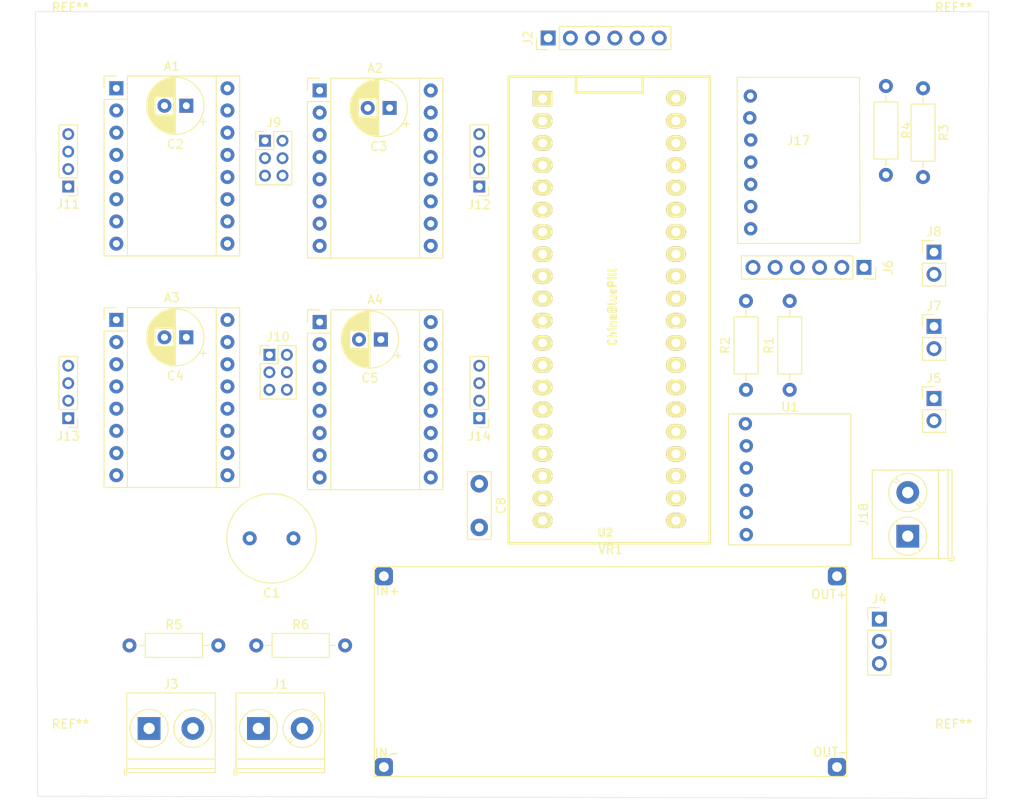
<source format=kicad_pcb>
(kicad_pcb (version 20171130) (host pcbnew 5.1.12-84ad8e8a86~92~ubuntu20.04.1)

  (general
    (thickness 1.6)
    (drawings 4)
    (tracks 0)
    (zones 0)
    (modules 39)
    (nets 78)
  )

  (page A4)
  (layers
    (0 F.Cu signal)
    (31 B.Cu signal)
    (32 B.Adhes user)
    (33 F.Adhes user)
    (34 B.Paste user)
    (35 F.Paste user)
    (36 B.SilkS user)
    (37 F.SilkS user)
    (38 B.Mask user)
    (39 F.Mask user)
    (40 Dwgs.User user)
    (41 Cmts.User user)
    (42 Eco1.User user)
    (43 Eco2.User user)
    (44 Edge.Cuts user)
    (45 Margin user)
    (46 B.CrtYd user)
    (47 F.CrtYd user)
    (48 B.Fab user)
    (49 F.Fab user)
  )

  (setup
    (last_trace_width 0.25)
    (trace_clearance 0.2)
    (zone_clearance 0.508)
    (zone_45_only no)
    (trace_min 0.2)
    (via_size 0.8)
    (via_drill 0.4)
    (via_min_size 0.4)
    (via_min_drill 0.3)
    (uvia_size 0.3)
    (uvia_drill 0.1)
    (uvias_allowed no)
    (uvia_min_size 0.2)
    (uvia_min_drill 0.1)
    (edge_width 0.05)
    (segment_width 0.2)
    (pcb_text_width 0.3)
    (pcb_text_size 1.5 1.5)
    (mod_edge_width 0.12)
    (mod_text_size 1 1)
    (mod_text_width 0.15)
    (pad_size 1.524 1.524)
    (pad_drill 0.762)
    (pad_to_mask_clearance 0)
    (aux_axis_origin 0 0)
    (visible_elements FFFFFF7F)
    (pcbplotparams
      (layerselection 0x010fc_ffffffff)
      (usegerberextensions false)
      (usegerberattributes true)
      (usegerberadvancedattributes true)
      (creategerberjobfile true)
      (excludeedgelayer true)
      (linewidth 0.100000)
      (plotframeref false)
      (viasonmask false)
      (mode 1)
      (useauxorigin false)
      (hpglpennumber 1)
      (hpglpenspeed 20)
      (hpglpendiameter 15.000000)
      (psnegative false)
      (psa4output false)
      (plotreference true)
      (plotvalue true)
      (plotinvisibletext false)
      (padsonsilk false)
      (subtractmaskfromsilk false)
      (outputformat 1)
      (mirror false)
      (drillshape 1)
      (scaleselection 1)
      (outputdirectory ""))
  )

  (net 0 "")
  (net 1 GND)
  (net 2 "Net-(A1-Pad9)")
  (net 3 "Net-(A1-Pad2)")
  (net 4 /M0)
  (net 5 /MOTOR1_A2)
  (net 6 /M1)
  (net 7 /MOTOR1_A1)
  (net 8 /M2)
  (net 9 /MOTOR1_B1)
  (net 10 +5V)
  (net 11 /MOTOR1_B2)
  (net 12 /STEP_1)
  (net 13 +15V)
  (net 14 /DIREC_1)
  (net 15 /DIREC_2)
  (net 16 /STEP_2)
  (net 17 /MOTOR2_B2)
  (net 18 /MOTOR2_B1)
  (net 19 /MOTOR2_A1)
  (net 20 /MOTOR2_A2)
  (net 21 "Net-(A2-Pad2)")
  (net 22 "Net-(A2-Pad9)")
  (net 23 "Net-(A3-Pad9)")
  (net 24 "Net-(A3-Pad2)")
  (net 25 /MOTOR3_A2)
  (net 26 /MOTOR3_A1)
  (net 27 /MOTOR3_B1)
  (net 28 /MOTOR3_B2)
  (net 29 /STEP_3)
  (net 30 /DIREC_3)
  (net 31 /DIREC_4)
  (net 32 /STEP_4)
  (net 33 /MOTOR4_B2)
  (net 34 /MOTOR4_B1)
  (net 35 /MOTOR4_A1)
  (net 36 /MOTOR4_A2)
  (net 37 "Net-(A4-Pad2)")
  (net 38 "Net-(A4-Pad9)")
  (net 39 +12V)
  (net 40 "Net-(J1-Pad1)")
  (net 41 "Net-(J2-Pad2)")
  (net 42 "Net-(J2-Pad3)")
  (net 43 /Tx_SERIAL)
  (net 44 /Rx_SERIAL)
  (net 45 "Net-(J4-Pad2)")
  (net 46 /SLC_MPU9250)
  (net 47 /SDA_MPU9250)
  (net 48 "Net-(J6-Pad6)")
  (net 49 +3V3)
  (net 50 /TX_GPS)
  (net 51 /RX_GPS)
  (net 52 "Net-(J6-Pad2)")
  (net 53 "Net-(J6-Pad1)")
  (net 54 /SDA_MAX3100)
  (net 55 /SCL_MAX3100)
  (net 56 /~INT_MAX3100)
  (net 57 "Net-(J17-Pad5)")
  (net 58 "Net-(J17-Pad6)")
  (net 59 /ACS)
  (net 60 /AVS)
  (net 61 "Net-(U1-Pad22)")
  (net 62 "Net-(U1-Pad9)")
  (net 63 "Net-(U2-Pad37)")
  (net 64 "Net-(U2-Pad34)")
  (net 65 "Net-(U2-Pad33)")
  (net 66 "Net-(U2-Pad29)")
  (net 67 "Net-(U2-Pad26)")
  (net 68 "Net-(U2-Pad25)")
  (net 69 "Net-(U2-Pad24)")
  (net 70 "Net-(U2-Pad23)")
  (net 71 "Net-(U2-Pad22)")
  (net 72 "Net-(U2-Pad21)")
  (net 73 "Net-(U2-Pad12)")
  (net 74 "Net-(U2-Pad11)")
  (net 75 "Net-(U2-Pad4)")
  (net 76 "Net-(U2-Pad3)")
  (net 77 "Net-(U2-Pad2)")

  (net_class Default "This is the default net class."
    (clearance 0.2)
    (trace_width 0.25)
    (via_dia 0.8)
    (via_drill 0.4)
    (uvia_dia 0.3)
    (uvia_drill 0.1)
    (add_net +12V)
    (add_net +15V)
    (add_net +3V3)
    (add_net +5V)
    (add_net /ACS)
    (add_net /AVS)
    (add_net /DIREC_1)
    (add_net /DIREC_2)
    (add_net /DIREC_3)
    (add_net /DIREC_4)
    (add_net /M0)
    (add_net /M1)
    (add_net /M2)
    (add_net /MOTOR1_A1)
    (add_net /MOTOR1_A2)
    (add_net /MOTOR1_B1)
    (add_net /MOTOR1_B2)
    (add_net /MOTOR2_A1)
    (add_net /MOTOR2_A2)
    (add_net /MOTOR2_B1)
    (add_net /MOTOR2_B2)
    (add_net /MOTOR3_A1)
    (add_net /MOTOR3_A2)
    (add_net /MOTOR3_B1)
    (add_net /MOTOR3_B2)
    (add_net /MOTOR4_A1)
    (add_net /MOTOR4_A2)
    (add_net /MOTOR4_B1)
    (add_net /MOTOR4_B2)
    (add_net /RX_GPS)
    (add_net /Rx_SERIAL)
    (add_net /SCL_MAX3100)
    (add_net /SDA_MAX3100)
    (add_net /SDA_MPU9250)
    (add_net /SLC_MPU9250)
    (add_net /STEP_1)
    (add_net /STEP_2)
    (add_net /STEP_3)
    (add_net /STEP_4)
    (add_net /TX_GPS)
    (add_net /Tx_SERIAL)
    (add_net /~INT_MAX3100)
    (add_net GND)
    (add_net "Net-(A1-Pad2)")
    (add_net "Net-(A1-Pad9)")
    (add_net "Net-(A2-Pad2)")
    (add_net "Net-(A2-Pad9)")
    (add_net "Net-(A3-Pad2)")
    (add_net "Net-(A3-Pad9)")
    (add_net "Net-(A4-Pad2)")
    (add_net "Net-(A4-Pad9)")
    (add_net "Net-(J1-Pad1)")
    (add_net "Net-(J17-Pad5)")
    (add_net "Net-(J17-Pad6)")
    (add_net "Net-(J2-Pad2)")
    (add_net "Net-(J2-Pad3)")
    (add_net "Net-(J4-Pad2)")
    (add_net "Net-(J6-Pad1)")
    (add_net "Net-(J6-Pad2)")
    (add_net "Net-(J6-Pad6)")
    (add_net "Net-(U1-Pad22)")
    (add_net "Net-(U1-Pad9)")
    (add_net "Net-(U2-Pad11)")
    (add_net "Net-(U2-Pad12)")
    (add_net "Net-(U2-Pad2)")
    (add_net "Net-(U2-Pad21)")
    (add_net "Net-(U2-Pad22)")
    (add_net "Net-(U2-Pad23)")
    (add_net "Net-(U2-Pad24)")
    (add_net "Net-(U2-Pad25)")
    (add_net "Net-(U2-Pad26)")
    (add_net "Net-(U2-Pad29)")
    (add_net "Net-(U2-Pad3)")
    (add_net "Net-(U2-Pad33)")
    (add_net "Net-(U2-Pad34)")
    (add_net "Net-(U2-Pad37)")
    (add_net "Net-(U2-Pad4)")
  )

  (module MountingHole:MountingHole_3.5mm (layer F.Cu) (tedit 56D1B4CB) (tstamp 625BB6A0)
    (at 193 124)
    (descr "Mounting Hole 3.5mm, no annular")
    (tags "mounting hole 3.5mm no annular")
    (attr virtual)
    (fp_text reference REF** (at 0 -4.5) (layer F.SilkS)
      (effects (font (size 1 1) (thickness 0.15)))
    )
    (fp_text value MountingHole_3.5mm (at 0 4.5) (layer F.Fab)
      (effects (font (size 1 1) (thickness 0.15)))
    )
    (fp_circle (center 0 0) (end 3.75 0) (layer F.CrtYd) (width 0.05))
    (fp_circle (center 0 0) (end 3.5 0) (layer Cmts.User) (width 0.15))
    (fp_text user %R (at 0.3 0) (layer F.Fab)
      (effects (font (size 1 1) (thickness 0.15)))
    )
    (pad 1 np_thru_hole circle (at 0 0) (size 3.5 3.5) (drill 3.5) (layers *.Cu *.Mask))
  )

  (module MountingHole:MountingHole_3.5mm (layer F.Cu) (tedit 56D1B4CB) (tstamp 625BB680)
    (at 92 124)
    (descr "Mounting Hole 3.5mm, no annular")
    (tags "mounting hole 3.5mm no annular")
    (attr virtual)
    (fp_text reference REF** (at 0 -4.5) (layer F.SilkS)
      (effects (font (size 1 1) (thickness 0.15)))
    )
    (fp_text value MountingHole_3.5mm (at 0 4.5) (layer F.Fab)
      (effects (font (size 1 1) (thickness 0.15)))
    )
    (fp_circle (center 0 0) (end 3.75 0) (layer F.CrtYd) (width 0.05))
    (fp_circle (center 0 0) (end 3.5 0) (layer Cmts.User) (width 0.15))
    (fp_text user %R (at 0.3 0) (layer F.Fab)
      (effects (font (size 1 1) (thickness 0.15)))
    )
    (pad 1 np_thru_hole circle (at 0 0) (size 3.5 3.5) (drill 3.5) (layers *.Cu *.Mask))
  )

  (module MountingHole:MountingHole_3.5mm (layer F.Cu) (tedit 56D1B4CB) (tstamp 625BB658)
    (at 92 42)
    (descr "Mounting Hole 3.5mm, no annular")
    (tags "mounting hole 3.5mm no annular")
    (attr virtual)
    (fp_text reference REF** (at 0 -4.5) (layer F.SilkS)
      (effects (font (size 1 1) (thickness 0.15)))
    )
    (fp_text value MountingHole_3.5mm (at 0 4.5) (layer F.Fab)
      (effects (font (size 1 1) (thickness 0.15)))
    )
    (fp_circle (center 0 0) (end 3.75 0) (layer F.CrtYd) (width 0.05))
    (fp_circle (center 0 0) (end 3.5 0) (layer Cmts.User) (width 0.15))
    (fp_text user %R (at 0.3 0) (layer F.Fab)
      (effects (font (size 1 1) (thickness 0.15)))
    )
    (pad 1 np_thru_hole circle (at 0 0) (size 3.5 3.5) (drill 3.5) (layers *.Cu *.Mask))
  )

  (module MountingHole:MountingHole_3.5mm (layer F.Cu) (tedit 56D1B4CB) (tstamp 625BB64F)
    (at 193 42)
    (descr "Mounting Hole 3.5mm, no annular")
    (tags "mounting hole 3.5mm no annular")
    (attr virtual)
    (fp_text reference REF** (at 0 -4.5) (layer F.SilkS)
      (effects (font (size 1 1) (thickness 0.15)))
    )
    (fp_text value MountingHole_3.5mm (at 0 4.5) (layer F.Fab)
      (effects (font (size 1 1) (thickness 0.15)))
    )
    (fp_circle (center 0 0) (end 3.75 0) (layer F.CrtYd) (width 0.05))
    (fp_circle (center 0 0) (end 3.5 0) (layer Cmts.User) (width 0.15))
    (fp_text user %R (at 0.3 0) (layer F.Fab)
      (effects (font (size 1 1) (thickness 0.15)))
    )
    (pad 1 np_thru_hole circle (at 0 0) (size 3.5 3.5) (drill 3.5) (layers *.Cu *.Mask))
  )

  (module Baiyeeemax:MAX30100 (layer F.Cu) (tedit 624F889D) (tstamp 6242485F)
    (at 175.25 55.5)
    (path /62073BFE)
    (fp_text reference J17 (at 0 -2.77) (layer F.SilkS)
      (effects (font (size 1 1) (thickness 0.15)))
    )
    (fp_text value i2C_MAX30100 (at 0 15.47) (layer F.Fab)
      (effects (font (size 1 1) (thickness 0.15)))
    )
    (fp_line (start 7.0263 9) (end 6.9882 -10) (layer F.SilkS) (width 0.12))
    (fp_line (start -7.0118 9) (end 6.9882 9) (layer F.SilkS) (width 0.12))
    (fp_line (start -7.0118 -10) (end 6.9882 -10) (layer F.SilkS) (width 0.12))
    (fp_line (start -6.9737 9) (end -7.0118 -10) (layer F.SilkS) (width 0.12))
    (fp_text user %R (at 0 6.35 90) (layer F.Fab)
      (effects (font (size 1 1) (thickness 0.15)))
    )
    (pad 1 thru_hole circle (at -5.5 -7.8627) (size 1.524 1.524) (drill 0.762) (layers *.Cu *.Mask)
      (net 49 +3V3))
    (pad 4 thru_hole circle (at -5.4591 -0.2954) (size 1.524 1.524) (drill 0.762) (layers *.Cu *.Mask)
      (net 56 /~INT_MAX3100))
    (pad 5 thru_hole circle (at -5.4591 2.2446) (size 1.524 1.524) (drill 0.762) (layers *.Cu *.Mask)
      (net 57 "Net-(J17-Pad5)"))
    (pad 6 thru_hole circle (at -5.4591 4.7846) (size 1.524 1.524) (drill 0.762) (layers *.Cu *.Mask)
      (net 58 "Net-(J17-Pad6)"))
    (pad 7 thru_hole circle (at -5.4657 7.3246) (size 1.524 1.524) (drill 0.762) (layers *.Cu *.Mask))
    (pad 2 thru_hole circle (at -5.5673 -5.3627) (size 1.524 1.524) (drill 0.762) (layers *.Cu *.Mask)
      (net 55 /SCL_MAX3100))
    (pad 3 thru_hole circle (at -5.4591 -2.8354) (size 1.524 1.524) (drill 0.762) (layers *.Cu *.Mask)
      (net 54 /SDA_MAX3100))
    (model ${KISYS3DMOD}/Connector_PinSocket_2.54mm.3dshapes/PinSocket_1x07_P2.54mm_Vertical.wrl
      (offset (xyz -5.5 8 0))
      (scale (xyz 1 1 1))
      (rotate (xyz 0 0 0))
    )
  )

  (module Connector_PinSocket_2.54mm:PinSocket_1x06_P2.54mm_Vertical (layer F.Cu) (tedit 5A19A430) (tstamp 62424781)
    (at 182.75 67.25 270)
    (descr "Through hole straight socket strip, 1x06, 2.54mm pitch, single row (from Kicad 4.0.7), script generated")
    (tags "Through hole socket strip THT 1x06 2.54mm single row")
    (path /6233B344)
    (fp_text reference J6 (at 0 -2.77 90) (layer F.SilkS)
      (effects (font (size 1 1) (thickness 0.15)))
    )
    (fp_text value GPS_Conn (at 0 15.47 90) (layer F.Fab)
      (effects (font (size 1 1) (thickness 0.15)))
    )
    (fp_line (start -1.8 14.45) (end -1.8 -1.8) (layer F.CrtYd) (width 0.05))
    (fp_line (start 1.75 14.45) (end -1.8 14.45) (layer F.CrtYd) (width 0.05))
    (fp_line (start 1.75 -1.8) (end 1.75 14.45) (layer F.CrtYd) (width 0.05))
    (fp_line (start -1.8 -1.8) (end 1.75 -1.8) (layer F.CrtYd) (width 0.05))
    (fp_line (start 0 -1.33) (end 1.33 -1.33) (layer F.SilkS) (width 0.12))
    (fp_line (start 1.33 -1.33) (end 1.33 0) (layer F.SilkS) (width 0.12))
    (fp_line (start 1.33 1.27) (end 1.33 14.03) (layer F.SilkS) (width 0.12))
    (fp_line (start -1.33 14.03) (end 1.33 14.03) (layer F.SilkS) (width 0.12))
    (fp_line (start -1.33 1.27) (end -1.33 14.03) (layer F.SilkS) (width 0.12))
    (fp_line (start -1.33 1.27) (end 1.33 1.27) (layer F.SilkS) (width 0.12))
    (fp_line (start -1.27 13.97) (end -1.27 -1.27) (layer F.Fab) (width 0.1))
    (fp_line (start 1.27 13.97) (end -1.27 13.97) (layer F.Fab) (width 0.1))
    (fp_line (start 1.27 -0.635) (end 1.27 13.97) (layer F.Fab) (width 0.1))
    (fp_line (start 0.635 -1.27) (end 1.27 -0.635) (layer F.Fab) (width 0.1))
    (fp_line (start -1.27 -1.27) (end 0.635 -1.27) (layer F.Fab) (width 0.1))
    (fp_text user %R (at 0 6.35) (layer F.Fab)
      (effects (font (size 1 1) (thickness 0.15)))
    )
    (pad 6 thru_hole oval (at 0 12.7 270) (size 1.7 1.7) (drill 1) (layers *.Cu *.Mask)
      (net 48 "Net-(J6-Pad6)"))
    (pad 5 thru_hole oval (at 0 10.16 270) (size 1.7 1.7) (drill 1) (layers *.Cu *.Mask)
      (net 49 +3V3))
    (pad 4 thru_hole oval (at 0 7.62 270) (size 1.7 1.7) (drill 1) (layers *.Cu *.Mask)
      (net 50 /TX_GPS))
    (pad 3 thru_hole oval (at 0 5.08 270) (size 1.7 1.7) (drill 1) (layers *.Cu *.Mask)
      (net 51 /RX_GPS))
    (pad 2 thru_hole oval (at 0 2.54 270) (size 1.7 1.7) (drill 1) (layers *.Cu *.Mask)
      (net 52 "Net-(J6-Pad2)"))
    (pad 1 thru_hole rect (at 0 0 270) (size 1.7 1.7) (drill 1) (layers *.Cu *.Mask)
      (net 53 "Net-(J6-Pad1)"))
    (model ${KISYS3DMOD}/Connector_PinSocket_2.54mm.3dshapes/PinSocket_1x06_P2.54mm_Vertical.wrl
      (at (xyz 0 0 0))
      (scale (xyz 1 1 1))
      (rotate (xyz 0 0 0))
    )
  )

  (module Module:Pololu_Breakout-16_15.2x20.3mm (layer F.Cu) (tedit 58AB602C) (tstamp 624243E7)
    (at 97.25 46.75)
    (descr "Pololu Breakout 16-pin 15.2x20.3mm 0.6x0.8\\")
    (tags "Pololu Breakout")
    (path /619A8A19)
    (fp_text reference A1 (at 6.35 -2.54) (layer F.SilkS)
      (effects (font (size 1 1) (thickness 0.15)))
    )
    (fp_text value Pololu_Breakout_DRV8825_1 (at 6.35 20.17) (layer F.Fab)
      (effects (font (size 1 1) (thickness 0.15)))
    )
    (fp_line (start 11.43 -1.4) (end 11.43 19.18) (layer F.SilkS) (width 0.12))
    (fp_line (start 1.27 1.27) (end 1.27 19.18) (layer F.SilkS) (width 0.12))
    (fp_line (start 0 -1.4) (end -1.4 -1.4) (layer F.SilkS) (width 0.12))
    (fp_line (start -1.4 -1.4) (end -1.4 0) (layer F.SilkS) (width 0.12))
    (fp_line (start 1.27 -1.4) (end 1.27 1.27) (layer F.SilkS) (width 0.12))
    (fp_line (start 1.27 1.27) (end -1.4 1.27) (layer F.SilkS) (width 0.12))
    (fp_line (start -1.4 1.27) (end -1.4 19.18) (layer F.SilkS) (width 0.12))
    (fp_line (start -1.4 19.18) (end 14.1 19.18) (layer F.SilkS) (width 0.12))
    (fp_line (start 14.1 19.18) (end 14.1 -1.4) (layer F.SilkS) (width 0.12))
    (fp_line (start 14.1 -1.4) (end 1.27 -1.4) (layer F.SilkS) (width 0.12))
    (fp_line (start -1.27 0) (end 0 -1.27) (layer F.Fab) (width 0.1))
    (fp_line (start 0 -1.27) (end 13.97 -1.27) (layer F.Fab) (width 0.1))
    (fp_line (start 13.97 -1.27) (end 13.97 19.05) (layer F.Fab) (width 0.1))
    (fp_line (start 13.97 19.05) (end -1.27 19.05) (layer F.Fab) (width 0.1))
    (fp_line (start -1.27 19.05) (end -1.27 0) (layer F.Fab) (width 0.1))
    (fp_line (start -1.53 -1.52) (end 14.21 -1.52) (layer F.CrtYd) (width 0.05))
    (fp_line (start -1.53 -1.52) (end -1.53 19.3) (layer F.CrtYd) (width 0.05))
    (fp_line (start 14.21 19.3) (end 14.21 -1.52) (layer F.CrtYd) (width 0.05))
    (fp_line (start 14.21 19.3) (end -1.53 19.3) (layer F.CrtYd) (width 0.05))
    (fp_text user %R (at 6.35 0) (layer F.Fab)
      (effects (font (size 1 1) (thickness 0.15)))
    )
    (pad 1 thru_hole rect (at 0 0) (size 1.6 1.6) (drill 0.8) (layers *.Cu *.Mask)
      (net 1 GND))
    (pad 9 thru_hole oval (at 12.7 17.78) (size 1.6 1.6) (drill 0.8) (layers *.Cu *.Mask)
      (net 2 "Net-(A1-Pad9)"))
    (pad 2 thru_hole oval (at 0 2.54) (size 1.6 1.6) (drill 0.8) (layers *.Cu *.Mask)
      (net 3 "Net-(A1-Pad2)"))
    (pad 10 thru_hole oval (at 12.7 15.24) (size 1.6 1.6) (drill 0.8) (layers *.Cu *.Mask)
      (net 4 /M0))
    (pad 3 thru_hole oval (at 0 5.08) (size 1.6 1.6) (drill 0.8) (layers *.Cu *.Mask)
      (net 5 /MOTOR1_A2))
    (pad 11 thru_hole oval (at 12.7 12.7) (size 1.6 1.6) (drill 0.8) (layers *.Cu *.Mask)
      (net 6 /M1))
    (pad 4 thru_hole oval (at 0 7.62) (size 1.6 1.6) (drill 0.8) (layers *.Cu *.Mask)
      (net 7 /MOTOR1_A1))
    (pad 12 thru_hole oval (at 12.7 10.16) (size 1.6 1.6) (drill 0.8) (layers *.Cu *.Mask)
      (net 8 /M2))
    (pad 5 thru_hole oval (at 0 10.16) (size 1.6 1.6) (drill 0.8) (layers *.Cu *.Mask)
      (net 9 /MOTOR1_B1))
    (pad 13 thru_hole oval (at 12.7 7.62) (size 1.6 1.6) (drill 0.8) (layers *.Cu *.Mask)
      (net 10 +5V))
    (pad 6 thru_hole oval (at 0 12.7) (size 1.6 1.6) (drill 0.8) (layers *.Cu *.Mask)
      (net 11 /MOTOR1_B2))
    (pad 14 thru_hole oval (at 12.7 5.08) (size 1.6 1.6) (drill 0.8) (layers *.Cu *.Mask)
      (net 10 +5V))
    (pad 7 thru_hole oval (at 0 15.24) (size 1.6 1.6) (drill 0.8) (layers *.Cu *.Mask)
      (net 1 GND))
    (pad 15 thru_hole oval (at 12.7 2.54) (size 1.6 1.6) (drill 0.8) (layers *.Cu *.Mask)
      (net 12 /STEP_1))
    (pad 8 thru_hole oval (at 0 17.78) (size 1.6 1.6) (drill 0.8) (layers *.Cu *.Mask)
      (net 13 +15V))
    (pad 16 thru_hole oval (at 12.7 0) (size 1.6 1.6) (drill 0.8) (layers *.Cu *.Mask)
      (net 14 /DIREC_1))
    (model ${KISYS3DMOD}/Module.3dshapes/Pololu_Breakout-16_15.2x20.3mm.wrl
      (at (xyz 0 0 0))
      (scale (xyz 1 1 1))
      (rotate (xyz 0 0 0))
    )
    (model ${KISYS3DMOD}/Connector_PinSocket_2.54mm.3dshapes/PinSocket_1x08_P2.54mm_Vertical.wrl
      (at (xyz 0 0 0))
      (scale (xyz 1 1 1))
      (rotate (xyz 0 0 0))
    )
    (model ${KISYS3DMOD}/Connector_PinSocket_2.54mm.3dshapes/PinSocket_1x08_P2.54mm_Vertical.wrl
      (offset (xyz 12.5 0 0))
      (scale (xyz 1 1 1))
      (rotate (xyz 0 0 0))
    )
    (model ${KIPRJMOD}/3D_Models/DRV8825_STEPPER_MOTOR_DRIVER_CARRIER.step
      (offset (xyz 6 -9 7.5))
      (scale (xyz 1 1 1))
      (rotate (xyz -90 0 0))
    )
  )

  (module Module:Pololu_Breakout-16_15.2x20.3mm (layer F.Cu) (tedit 58AB602C) (tstamp 6242440F)
    (at 120.5 47)
    (descr "Pololu Breakout 16-pin 15.2x20.3mm 0.6x0.8\\")
    (tags "Pololu Breakout")
    (path /61C59086)
    (fp_text reference A2 (at 6.35 -2.54) (layer F.SilkS)
      (effects (font (size 1 1) (thickness 0.15)))
    )
    (fp_text value Pololu_Breakout_DRV8825_2 (at 6.35 20.17) (layer F.Fab)
      (effects (font (size 1 1) (thickness 0.15)))
    )
    (fp_line (start 14.21 19.3) (end -1.53 19.3) (layer F.CrtYd) (width 0.05))
    (fp_line (start 14.21 19.3) (end 14.21 -1.52) (layer F.CrtYd) (width 0.05))
    (fp_line (start -1.53 -1.52) (end -1.53 19.3) (layer F.CrtYd) (width 0.05))
    (fp_line (start -1.53 -1.52) (end 14.21 -1.52) (layer F.CrtYd) (width 0.05))
    (fp_line (start -1.27 19.05) (end -1.27 0) (layer F.Fab) (width 0.1))
    (fp_line (start 13.97 19.05) (end -1.27 19.05) (layer F.Fab) (width 0.1))
    (fp_line (start 13.97 -1.27) (end 13.97 19.05) (layer F.Fab) (width 0.1))
    (fp_line (start 0 -1.27) (end 13.97 -1.27) (layer F.Fab) (width 0.1))
    (fp_line (start -1.27 0) (end 0 -1.27) (layer F.Fab) (width 0.1))
    (fp_line (start 14.1 -1.4) (end 1.27 -1.4) (layer F.SilkS) (width 0.12))
    (fp_line (start 14.1 19.18) (end 14.1 -1.4) (layer F.SilkS) (width 0.12))
    (fp_line (start -1.4 19.18) (end 14.1 19.18) (layer F.SilkS) (width 0.12))
    (fp_line (start -1.4 1.27) (end -1.4 19.18) (layer F.SilkS) (width 0.12))
    (fp_line (start 1.27 1.27) (end -1.4 1.27) (layer F.SilkS) (width 0.12))
    (fp_line (start 1.27 -1.4) (end 1.27 1.27) (layer F.SilkS) (width 0.12))
    (fp_line (start -1.4 -1.4) (end -1.4 0) (layer F.SilkS) (width 0.12))
    (fp_line (start 0 -1.4) (end -1.4 -1.4) (layer F.SilkS) (width 0.12))
    (fp_line (start 1.27 1.27) (end 1.27 19.18) (layer F.SilkS) (width 0.12))
    (fp_line (start 11.43 -1.4) (end 11.43 19.18) (layer F.SilkS) (width 0.12))
    (fp_text user %R (at 6.35 0) (layer F.Fab)
      (effects (font (size 1 1) (thickness 0.15)))
    )
    (pad 16 thru_hole oval (at 12.7 0) (size 1.6 1.6) (drill 0.8) (layers *.Cu *.Mask)
      (net 15 /DIREC_2))
    (pad 8 thru_hole oval (at 0 17.78) (size 1.6 1.6) (drill 0.8) (layers *.Cu *.Mask)
      (net 13 +15V))
    (pad 15 thru_hole oval (at 12.7 2.54) (size 1.6 1.6) (drill 0.8) (layers *.Cu *.Mask)
      (net 16 /STEP_2))
    (pad 7 thru_hole oval (at 0 15.24) (size 1.6 1.6) (drill 0.8) (layers *.Cu *.Mask)
      (net 1 GND))
    (pad 14 thru_hole oval (at 12.7 5.08) (size 1.6 1.6) (drill 0.8) (layers *.Cu *.Mask)
      (net 10 +5V))
    (pad 6 thru_hole oval (at 0 12.7) (size 1.6 1.6) (drill 0.8) (layers *.Cu *.Mask)
      (net 17 /MOTOR2_B2))
    (pad 13 thru_hole oval (at 12.7 7.62) (size 1.6 1.6) (drill 0.8) (layers *.Cu *.Mask)
      (net 10 +5V))
    (pad 5 thru_hole oval (at 0 10.16) (size 1.6 1.6) (drill 0.8) (layers *.Cu *.Mask)
      (net 18 /MOTOR2_B1))
    (pad 12 thru_hole oval (at 12.7 10.16) (size 1.6 1.6) (drill 0.8) (layers *.Cu *.Mask)
      (net 8 /M2))
    (pad 4 thru_hole oval (at 0 7.62) (size 1.6 1.6) (drill 0.8) (layers *.Cu *.Mask)
      (net 19 /MOTOR2_A1))
    (pad 11 thru_hole oval (at 12.7 12.7) (size 1.6 1.6) (drill 0.8) (layers *.Cu *.Mask)
      (net 6 /M1))
    (pad 3 thru_hole oval (at 0 5.08) (size 1.6 1.6) (drill 0.8) (layers *.Cu *.Mask)
      (net 20 /MOTOR2_A2))
    (pad 10 thru_hole oval (at 12.7 15.24) (size 1.6 1.6) (drill 0.8) (layers *.Cu *.Mask)
      (net 4 /M0))
    (pad 2 thru_hole oval (at 0 2.54) (size 1.6 1.6) (drill 0.8) (layers *.Cu *.Mask)
      (net 21 "Net-(A2-Pad2)"))
    (pad 9 thru_hole oval (at 12.7 17.78) (size 1.6 1.6) (drill 0.8) (layers *.Cu *.Mask)
      (net 22 "Net-(A2-Pad9)"))
    (pad 1 thru_hole rect (at 0 0) (size 1.6 1.6) (drill 0.8) (layers *.Cu *.Mask)
      (net 1 GND))
    (model ${KISYS3DMOD}/Module.3dshapes/Pololu_Breakout-16_15.2x20.3mm.wrl
      (at (xyz 0 0 0))
      (scale (xyz 1 1 1))
      (rotate (xyz 0 0 0))
    )
    (model ${KISYS3DMOD}/Connector_PinSocket_2.54mm.3dshapes/PinSocket_1x08_P2.54mm_Vertical.wrl
      (at (xyz 0 0 0))
      (scale (xyz 1 1 1))
      (rotate (xyz 0 0 0))
    )
    (model ${KISYS3DMOD}/Connector_PinSocket_2.54mm.3dshapes/PinSocket_1x08_P2.54mm_Vertical.wrl
      (offset (xyz 12.5 0 0))
      (scale (xyz 1 1 1))
      (rotate (xyz 0 0 0))
    )
    (model ${KIPRJMOD}/3D_Models/DRV8825_STEPPER_MOTOR_DRIVER_CARRIER.step
      (offset (xyz 6.5 -9 7.5))
      (scale (xyz 1 1 1))
      (rotate (xyz -90 0 0))
    )
  )

  (module Module:Pololu_Breakout-16_15.2x20.3mm (layer F.Cu) (tedit 58AB602C) (tstamp 62424437)
    (at 97.25 73.25)
    (descr "Pololu Breakout 16-pin 15.2x20.3mm 0.6x0.8\\")
    (tags "Pololu Breakout")
    (path /61C98972)
    (fp_text reference A3 (at 6.35 -2.54) (layer F.SilkS)
      (effects (font (size 1 1) (thickness 0.15)))
    )
    (fp_text value Pololu_Breakout_DRV8825_3 (at 6.35 20.17) (layer F.Fab)
      (effects (font (size 1 1) (thickness 0.15)))
    )
    (fp_line (start 11.43 -1.4) (end 11.43 19.18) (layer F.SilkS) (width 0.12))
    (fp_line (start 1.27 1.27) (end 1.27 19.18) (layer F.SilkS) (width 0.12))
    (fp_line (start 0 -1.4) (end -1.4 -1.4) (layer F.SilkS) (width 0.12))
    (fp_line (start -1.4 -1.4) (end -1.4 0) (layer F.SilkS) (width 0.12))
    (fp_line (start 1.27 -1.4) (end 1.27 1.27) (layer F.SilkS) (width 0.12))
    (fp_line (start 1.27 1.27) (end -1.4 1.27) (layer F.SilkS) (width 0.12))
    (fp_line (start -1.4 1.27) (end -1.4 19.18) (layer F.SilkS) (width 0.12))
    (fp_line (start -1.4 19.18) (end 14.1 19.18) (layer F.SilkS) (width 0.12))
    (fp_line (start 14.1 19.18) (end 14.1 -1.4) (layer F.SilkS) (width 0.12))
    (fp_line (start 14.1 -1.4) (end 1.27 -1.4) (layer F.SilkS) (width 0.12))
    (fp_line (start -1.27 0) (end 0 -1.27) (layer F.Fab) (width 0.1))
    (fp_line (start 0 -1.27) (end 13.97 -1.27) (layer F.Fab) (width 0.1))
    (fp_line (start 13.97 -1.27) (end 13.97 19.05) (layer F.Fab) (width 0.1))
    (fp_line (start 13.97 19.05) (end -1.27 19.05) (layer F.Fab) (width 0.1))
    (fp_line (start -1.27 19.05) (end -1.27 0) (layer F.Fab) (width 0.1))
    (fp_line (start -1.53 -1.52) (end 14.21 -1.52) (layer F.CrtYd) (width 0.05))
    (fp_line (start -1.53 -1.52) (end -1.53 19.3) (layer F.CrtYd) (width 0.05))
    (fp_line (start 14.21 19.3) (end 14.21 -1.52) (layer F.CrtYd) (width 0.05))
    (fp_line (start 14.21 19.3) (end -1.53 19.3) (layer F.CrtYd) (width 0.05))
    (fp_text user %R (at 6.35 0) (layer F.Fab)
      (effects (font (size 1 1) (thickness 0.15)))
    )
    (pad 1 thru_hole rect (at 0 0) (size 1.6 1.6) (drill 0.8) (layers *.Cu *.Mask)
      (net 1 GND))
    (pad 9 thru_hole oval (at 12.7 17.78) (size 1.6 1.6) (drill 0.8) (layers *.Cu *.Mask)
      (net 23 "Net-(A3-Pad9)"))
    (pad 2 thru_hole oval (at 0 2.54) (size 1.6 1.6) (drill 0.8) (layers *.Cu *.Mask)
      (net 24 "Net-(A3-Pad2)"))
    (pad 10 thru_hole oval (at 12.7 15.24) (size 1.6 1.6) (drill 0.8) (layers *.Cu *.Mask)
      (net 4 /M0))
    (pad 3 thru_hole oval (at 0 5.08) (size 1.6 1.6) (drill 0.8) (layers *.Cu *.Mask)
      (net 25 /MOTOR3_A2))
    (pad 11 thru_hole oval (at 12.7 12.7) (size 1.6 1.6) (drill 0.8) (layers *.Cu *.Mask)
      (net 6 /M1))
    (pad 4 thru_hole oval (at 0 7.62) (size 1.6 1.6) (drill 0.8) (layers *.Cu *.Mask)
      (net 26 /MOTOR3_A1))
    (pad 12 thru_hole oval (at 12.7 10.16) (size 1.6 1.6) (drill 0.8) (layers *.Cu *.Mask)
      (net 8 /M2))
    (pad 5 thru_hole oval (at 0 10.16) (size 1.6 1.6) (drill 0.8) (layers *.Cu *.Mask)
      (net 27 /MOTOR3_B1))
    (pad 13 thru_hole oval (at 12.7 7.62) (size 1.6 1.6) (drill 0.8) (layers *.Cu *.Mask)
      (net 10 +5V))
    (pad 6 thru_hole oval (at 0 12.7) (size 1.6 1.6) (drill 0.8) (layers *.Cu *.Mask)
      (net 28 /MOTOR3_B2))
    (pad 14 thru_hole oval (at 12.7 5.08) (size 1.6 1.6) (drill 0.8) (layers *.Cu *.Mask)
      (net 10 +5V))
    (pad 7 thru_hole oval (at 0 15.24) (size 1.6 1.6) (drill 0.8) (layers *.Cu *.Mask)
      (net 1 GND))
    (pad 15 thru_hole oval (at 12.7 2.54) (size 1.6 1.6) (drill 0.8) (layers *.Cu *.Mask)
      (net 29 /STEP_3))
    (pad 8 thru_hole oval (at 0 17.78) (size 1.6 1.6) (drill 0.8) (layers *.Cu *.Mask)
      (net 13 +15V))
    (pad 16 thru_hole oval (at 12.7 0) (size 1.6 1.6) (drill 0.8) (layers *.Cu *.Mask)
      (net 30 /DIREC_3))
    (model ${KISYS3DMOD}/Module.3dshapes/Pololu_Breakout-16_15.2x20.3mm.wrl
      (at (xyz 0 0 0))
      (scale (xyz 1 1 1))
      (rotate (xyz 0 0 0))
    )
    (model ${KISYS3DMOD}/Connector_PinSocket_2.54mm.3dshapes/PinSocket_1x08_P2.54mm_Vertical.wrl
      (at (xyz 0 0 0))
      (scale (xyz 1 1 1))
      (rotate (xyz 0 0 0))
    )
    (model ${KISYS3DMOD}/Connector_PinSocket_2.54mm.3dshapes/PinSocket_1x08_P2.54mm_Vertical.wrl
      (offset (xyz 12.5 0 0))
      (scale (xyz 1 1 1))
      (rotate (xyz 0 0 0))
    )
    (model ${KIPRJMOD}/3D_Models/DRV8825_STEPPER_MOTOR_DRIVER_CARRIER.step
      (offset (xyz 6.5 -9 7.5))
      (scale (xyz 1 1 1))
      (rotate (xyz -90 0 0))
    )
  )

  (module Module:Pololu_Breakout-16_15.2x20.3mm (layer F.Cu) (tedit 58AB602C) (tstamp 6242445F)
    (at 120.5 73.5)
    (descr "Pololu Breakout 16-pin 15.2x20.3mm 0.6x0.8\\")
    (tags "Pololu Breakout")
    (path /61C989E0)
    (fp_text reference A4 (at 6.35 -2.54) (layer F.SilkS)
      (effects (font (size 1 1) (thickness 0.15)))
    )
    (fp_text value Pololu_Breakout_DRV8825_4 (at 6.35 20.17) (layer F.Fab)
      (effects (font (size 1 1) (thickness 0.15)))
    )
    (fp_line (start 14.21 19.3) (end -1.53 19.3) (layer F.CrtYd) (width 0.05))
    (fp_line (start 14.21 19.3) (end 14.21 -1.52) (layer F.CrtYd) (width 0.05))
    (fp_line (start -1.53 -1.52) (end -1.53 19.3) (layer F.CrtYd) (width 0.05))
    (fp_line (start -1.53 -1.52) (end 14.21 -1.52) (layer F.CrtYd) (width 0.05))
    (fp_line (start -1.27 19.05) (end -1.27 0) (layer F.Fab) (width 0.1))
    (fp_line (start 13.97 19.05) (end -1.27 19.05) (layer F.Fab) (width 0.1))
    (fp_line (start 13.97 -1.27) (end 13.97 19.05) (layer F.Fab) (width 0.1))
    (fp_line (start 0 -1.27) (end 13.97 -1.27) (layer F.Fab) (width 0.1))
    (fp_line (start -1.27 0) (end 0 -1.27) (layer F.Fab) (width 0.1))
    (fp_line (start 14.1 -1.4) (end 1.27 -1.4) (layer F.SilkS) (width 0.12))
    (fp_line (start 14.1 19.18) (end 14.1 -1.4) (layer F.SilkS) (width 0.12))
    (fp_line (start -1.4 19.18) (end 14.1 19.18) (layer F.SilkS) (width 0.12))
    (fp_line (start -1.4 1.27) (end -1.4 19.18) (layer F.SilkS) (width 0.12))
    (fp_line (start 1.27 1.27) (end -1.4 1.27) (layer F.SilkS) (width 0.12))
    (fp_line (start 1.27 -1.4) (end 1.27 1.27) (layer F.SilkS) (width 0.12))
    (fp_line (start -1.4 -1.4) (end -1.4 0) (layer F.SilkS) (width 0.12))
    (fp_line (start 0 -1.4) (end -1.4 -1.4) (layer F.SilkS) (width 0.12))
    (fp_line (start 1.27 1.27) (end 1.27 19.18) (layer F.SilkS) (width 0.12))
    (fp_line (start 11.43 -1.4) (end 11.43 19.18) (layer F.SilkS) (width 0.12))
    (fp_text user %R (at 6.35 0) (layer F.Fab)
      (effects (font (size 1 1) (thickness 0.15)))
    )
    (pad 16 thru_hole oval (at 12.7 0) (size 1.6 1.6) (drill 0.8) (layers *.Cu *.Mask)
      (net 31 /DIREC_4))
    (pad 8 thru_hole oval (at 0 17.78) (size 1.6 1.6) (drill 0.8) (layers *.Cu *.Mask)
      (net 13 +15V))
    (pad 15 thru_hole oval (at 12.7 2.54) (size 1.6 1.6) (drill 0.8) (layers *.Cu *.Mask)
      (net 32 /STEP_4))
    (pad 7 thru_hole oval (at 0 15.24) (size 1.6 1.6) (drill 0.8) (layers *.Cu *.Mask)
      (net 1 GND))
    (pad 14 thru_hole oval (at 12.7 5.08) (size 1.6 1.6) (drill 0.8) (layers *.Cu *.Mask)
      (net 10 +5V))
    (pad 6 thru_hole oval (at 0 12.7) (size 1.6 1.6) (drill 0.8) (layers *.Cu *.Mask)
      (net 33 /MOTOR4_B2))
    (pad 13 thru_hole oval (at 12.7 7.62) (size 1.6 1.6) (drill 0.8) (layers *.Cu *.Mask)
      (net 10 +5V))
    (pad 5 thru_hole oval (at 0 10.16) (size 1.6 1.6) (drill 0.8) (layers *.Cu *.Mask)
      (net 34 /MOTOR4_B1))
    (pad 12 thru_hole oval (at 12.7 10.16) (size 1.6 1.6) (drill 0.8) (layers *.Cu *.Mask)
      (net 8 /M2))
    (pad 4 thru_hole oval (at 0 7.62) (size 1.6 1.6) (drill 0.8) (layers *.Cu *.Mask)
      (net 35 /MOTOR4_A1))
    (pad 11 thru_hole oval (at 12.7 12.7) (size 1.6 1.6) (drill 0.8) (layers *.Cu *.Mask)
      (net 6 /M1))
    (pad 3 thru_hole oval (at 0 5.08) (size 1.6 1.6) (drill 0.8) (layers *.Cu *.Mask)
      (net 36 /MOTOR4_A2))
    (pad 10 thru_hole oval (at 12.7 15.24) (size 1.6 1.6) (drill 0.8) (layers *.Cu *.Mask)
      (net 4 /M0))
    (pad 2 thru_hole oval (at 0 2.54) (size 1.6 1.6) (drill 0.8) (layers *.Cu *.Mask)
      (net 37 "Net-(A4-Pad2)"))
    (pad 9 thru_hole oval (at 12.7 17.78) (size 1.6 1.6) (drill 0.8) (layers *.Cu *.Mask)
      (net 38 "Net-(A4-Pad9)"))
    (pad 1 thru_hole rect (at 0 0) (size 1.6 1.6) (drill 0.8) (layers *.Cu *.Mask)
      (net 1 GND))
    (model ${KISYS3DMOD}/Module.3dshapes/Pololu_Breakout-16_15.2x20.3mm.wrl
      (at (xyz 0 0 0))
      (scale (xyz 1 1 1))
      (rotate (xyz 0 0 0))
    )
    (model ${KISYS3DMOD}/Connector_PinSocket_2.54mm.3dshapes/PinSocket_1x08_P2.54mm_Vertical.wrl
      (at (xyz 0 0 0))
      (scale (xyz 1 1 1))
      (rotate (xyz 0 0 0))
    )
    (model ${KISYS3DMOD}/Connector_PinSocket_2.54mm.3dshapes/PinSocket_1x08_P2.54mm_Vertical.wrl
      (offset (xyz 12.5 0 0))
      (scale (xyz 1 1 1))
      (rotate (xyz 0 0 0))
    )
    (model ${KIPRJMOD}/3D_Models/DRV8825_STEPPER_MOTOR_DRIVER_CARRIER.step
      (offset (xyz 6.5 -9 7.5))
      (scale (xyz 1 1 1))
      (rotate (xyz -90 0 0))
    )
  )

  (module Capacitor_THT:C_Radial_D10.0mm_H12.5mm_P5.00mm (layer F.Cu) (tedit 5BC5C9BA) (tstamp 62424469)
    (at 117.5 98.25 180)
    (descr "C, Radial series, Radial, pin pitch=5.00mm, diameter=10mm, height=12.5mm, Non-Polar Electrolytic Capacitor")
    (tags "C Radial series Radial pin pitch 5.00mm diameter 10mm height 12.5mm Non-Polar Electrolytic Capacitor")
    (path /61BFEE95)
    (fp_text reference C1 (at 2.5 -6.25) (layer F.SilkS)
      (effects (font (size 1 1) (thickness 0.15)))
    )
    (fp_text value 1000uF (at 2.5 6.25) (layer F.Fab)
      (effects (font (size 1 1) (thickness 0.15)))
    )
    (fp_circle (center 2.5 0) (end 7.5 0) (layer F.Fab) (width 0.1))
    (fp_circle (center 2.5 0) (end 7.62 0) (layer F.SilkS) (width 0.12))
    (fp_circle (center 2.5 0) (end 7.75 0) (layer F.CrtYd) (width 0.05))
    (fp_text user %R (at 2.454999 0.734999) (layer F.Fab)
      (effects (font (size 1 1) (thickness 0.15)))
    )
    (pad 1 thru_hole circle (at 0 0 180) (size 1.6 1.6) (drill 0.8) (layers *.Cu *.Mask)
      (net 1 GND))
    (pad 2 thru_hole circle (at 5 0 180) (size 1.6 1.6) (drill 0.8) (layers *.Cu *.Mask)
      (net 39 +12V))
    (model ${KISYS3DMOD}/Capacitor_THT.3dshapes/C_Radial_D10.0mm_H12.5mm_P5.00mm.wrl
      (at (xyz 0 0 0))
      (scale (xyz 1 1 1))
      (rotate (xyz 0 0 0))
    )
  )

  (module Baiyeeemax:CP_Radial_D6.3mm_P2.50mm (layer F.Cu) (tedit 5AE50EF0) (tstamp 624244FD)
    (at 105.25 48.75 180)
    (descr "CP, Radial series, Radial, pin pitch=2.50mm, , diameter=6.3mm, Electrolytic Capacitor")
    (tags "CP Radial series Radial pin pitch 2.50mm  diameter 6.3mm Electrolytic Capacitor")
    (path /61B38B9F)
    (fp_text reference C2 (at 1.25 -4.4) (layer F.SilkS)
      (effects (font (size 1 1) (thickness 0.15)))
    )
    (fp_text value 100uF (at 1.25 4.4) (layer F.Fab)
      (effects (font (size 1 1) (thickness 0.15)))
    )
    (fp_line (start -1.935241 -2.154) (end -1.935241 -1.524) (layer F.SilkS) (width 0.12))
    (fp_line (start -2.250241 -1.839) (end -1.620241 -1.839) (layer F.SilkS) (width 0.12))
    (fp_line (start 4.491 -0.402) (end 4.491 0.402) (layer F.SilkS) (width 0.12))
    (fp_line (start 4.451 -0.633) (end 4.451 0.633) (layer F.SilkS) (width 0.12))
    (fp_line (start 4.411 -0.802) (end 4.411 0.802) (layer F.SilkS) (width 0.12))
    (fp_line (start 4.371 -0.94) (end 4.371 0.94) (layer F.SilkS) (width 0.12))
    (fp_line (start 4.331 -1.059) (end 4.331 1.059) (layer F.SilkS) (width 0.12))
    (fp_line (start 4.291 -1.165) (end 4.291 1.165) (layer F.SilkS) (width 0.12))
    (fp_line (start 4.251 -1.262) (end 4.251 1.262) (layer F.SilkS) (width 0.12))
    (fp_line (start 4.211 -1.35) (end 4.211 1.35) (layer F.SilkS) (width 0.12))
    (fp_line (start 4.171 -1.432) (end 4.171 1.432) (layer F.SilkS) (width 0.12))
    (fp_line (start 4.131 -1.509) (end 4.131 1.509) (layer F.SilkS) (width 0.12))
    (fp_line (start 4.091 -1.581) (end 4.091 1.581) (layer F.SilkS) (width 0.12))
    (fp_line (start 4.051 -1.65) (end 4.051 1.65) (layer F.SilkS) (width 0.12))
    (fp_line (start 4.011 -1.714) (end 4.011 1.714) (layer F.SilkS) (width 0.12))
    (fp_line (start 3.971 -1.776) (end 3.971 1.776) (layer F.SilkS) (width 0.12))
    (fp_line (start 3.931 -1.834) (end 3.931 1.834) (layer F.SilkS) (width 0.12))
    (fp_line (start 3.891 -1.89) (end 3.891 1.89) (layer F.SilkS) (width 0.12))
    (fp_line (start 3.851 -1.944) (end 3.851 1.944) (layer F.SilkS) (width 0.12))
    (fp_line (start 3.811 -1.995) (end 3.811 1.995) (layer F.SilkS) (width 0.12))
    (fp_line (start 3.771 -2.044) (end 3.771 2.044) (layer F.SilkS) (width 0.12))
    (fp_line (start 3.731 -2.092) (end 3.731 2.092) (layer F.SilkS) (width 0.12))
    (fp_line (start 3.691 -2.137) (end 3.691 2.137) (layer F.SilkS) (width 0.12))
    (fp_line (start 3.651 -2.182) (end 3.651 2.182) (layer F.SilkS) (width 0.12))
    (fp_line (start 3.611 -2.224) (end 3.611 2.224) (layer F.SilkS) (width 0.12))
    (fp_line (start 3.571 -2.265) (end 3.571 2.265) (layer F.SilkS) (width 0.12))
    (fp_line (start 3.531 1.04) (end 3.531 2.305) (layer F.SilkS) (width 0.12))
    (fp_line (start 3.531 -2.305) (end 3.531 -1.04) (layer F.SilkS) (width 0.12))
    (fp_line (start 3.491 1.04) (end 3.491 2.343) (layer F.SilkS) (width 0.12))
    (fp_line (start 3.491 -2.343) (end 3.491 -1.04) (layer F.SilkS) (width 0.12))
    (fp_line (start 3.451 1.04) (end 3.451 2.38) (layer F.SilkS) (width 0.12))
    (fp_line (start 3.451 -2.38) (end 3.451 -1.04) (layer F.SilkS) (width 0.12))
    (fp_line (start 3.411 1.04) (end 3.411 2.416) (layer F.SilkS) (width 0.12))
    (fp_line (start 3.411 -2.416) (end 3.411 -1.04) (layer F.SilkS) (width 0.12))
    (fp_line (start 3.371 1.04) (end 3.371 2.45) (layer F.SilkS) (width 0.12))
    (fp_line (start 3.371 -2.45) (end 3.371 -1.04) (layer F.SilkS) (width 0.12))
    (fp_line (start 3.331 1.04) (end 3.331 2.484) (layer F.SilkS) (width 0.12))
    (fp_line (start 3.331 -2.484) (end 3.331 -1.04) (layer F.SilkS) (width 0.12))
    (fp_line (start 3.291 1.04) (end 3.291 2.516) (layer F.SilkS) (width 0.12))
    (fp_line (start 3.291 -2.516) (end 3.291 -1.04) (layer F.SilkS) (width 0.12))
    (fp_line (start 3.251 1.04) (end 3.251 2.548) (layer F.SilkS) (width 0.12))
    (fp_line (start 3.251 -2.548) (end 3.251 -1.04) (layer F.SilkS) (width 0.12))
    (fp_line (start 3.211 1.04) (end 3.211 2.578) (layer F.SilkS) (width 0.12))
    (fp_line (start 3.211 -2.578) (end 3.211 -1.04) (layer F.SilkS) (width 0.12))
    (fp_line (start 3.171 1.04) (end 3.171 2.607) (layer F.SilkS) (width 0.12))
    (fp_line (start 3.171 -2.607) (end 3.171 -1.04) (layer F.SilkS) (width 0.12))
    (fp_line (start 3.131 1.04) (end 3.131 2.636) (layer F.SilkS) (width 0.12))
    (fp_line (start 3.131 -2.636) (end 3.131 -1.04) (layer F.SilkS) (width 0.12))
    (fp_line (start 3.091 1.04) (end 3.091 2.664) (layer F.SilkS) (width 0.12))
    (fp_line (start 3.091 -2.664) (end 3.091 -1.04) (layer F.SilkS) (width 0.12))
    (fp_line (start 3.051 1.04) (end 3.051 2.69) (layer F.SilkS) (width 0.12))
    (fp_line (start 3.051 -2.69) (end 3.051 -1.04) (layer F.SilkS) (width 0.12))
    (fp_line (start 3.011 1.04) (end 3.011 2.716) (layer F.SilkS) (width 0.12))
    (fp_line (start 3.011 -2.716) (end 3.011 -1.04) (layer F.SilkS) (width 0.12))
    (fp_line (start 2.971 1.04) (end 2.971 2.742) (layer F.SilkS) (width 0.12))
    (fp_line (start 2.971 -2.742) (end 2.971 -1.04) (layer F.SilkS) (width 0.12))
    (fp_line (start 2.931 1.04) (end 2.931 2.766) (layer F.SilkS) (width 0.12))
    (fp_line (start 2.931 -2.766) (end 2.931 -1.04) (layer F.SilkS) (width 0.12))
    (fp_line (start 2.891 1.04) (end 2.891 2.79) (layer F.SilkS) (width 0.12))
    (fp_line (start 2.891 -2.79) (end 2.891 -1.04) (layer F.SilkS) (width 0.12))
    (fp_line (start 2.851 1.04) (end 2.851 2.812) (layer F.SilkS) (width 0.12))
    (fp_line (start 2.851 -2.812) (end 2.851 -1.04) (layer F.SilkS) (width 0.12))
    (fp_line (start 2.811 1.04) (end 2.811 2.834) (layer F.SilkS) (width 0.12))
    (fp_line (start 2.811 -2.834) (end 2.811 -1.04) (layer F.SilkS) (width 0.12))
    (fp_line (start 2.771 1.04) (end 2.771 2.856) (layer F.SilkS) (width 0.12))
    (fp_line (start 2.771 -2.856) (end 2.771 -1.04) (layer F.SilkS) (width 0.12))
    (fp_line (start 2.731 1.04) (end 2.731 2.876) (layer F.SilkS) (width 0.12))
    (fp_line (start 2.731 -2.876) (end 2.731 -1.04) (layer F.SilkS) (width 0.12))
    (fp_line (start 2.691 1.04) (end 2.691 2.896) (layer F.SilkS) (width 0.12))
    (fp_line (start 2.691 -2.896) (end 2.691 -1.04) (layer F.SilkS) (width 0.12))
    (fp_line (start 2.651 1.04) (end 2.651 2.916) (layer F.SilkS) (width 0.12))
    (fp_line (start 2.651 -2.916) (end 2.651 -1.04) (layer F.SilkS) (width 0.12))
    (fp_line (start 2.611 1.04) (end 2.611 2.934) (layer F.SilkS) (width 0.12))
    (fp_line (start 2.611 -2.934) (end 2.611 -1.04) (layer F.SilkS) (width 0.12))
    (fp_line (start 2.571 1.04) (end 2.571 2.952) (layer F.SilkS) (width 0.12))
    (fp_line (start 2.571 -2.952) (end 2.571 -1.04) (layer F.SilkS) (width 0.12))
    (fp_line (start 2.531 1.04) (end 2.531 2.97) (layer F.SilkS) (width 0.12))
    (fp_line (start 2.531 -2.97) (end 2.531 -1.04) (layer F.SilkS) (width 0.12))
    (fp_line (start 2.491 1.04) (end 2.491 2.986) (layer F.SilkS) (width 0.12))
    (fp_line (start 2.491 -2.986) (end 2.491 -1.04) (layer F.SilkS) (width 0.12))
    (fp_line (start 2.451 1.04) (end 2.451 3.002) (layer F.SilkS) (width 0.12))
    (fp_line (start 2.451 -3.002) (end 2.451 -1.04) (layer F.SilkS) (width 0.12))
    (fp_line (start 2.411 1.04) (end 2.411 3.018) (layer F.SilkS) (width 0.12))
    (fp_line (start 2.411 -3.018) (end 2.411 -1.04) (layer F.SilkS) (width 0.12))
    (fp_line (start 2.371 1.04) (end 2.371 3.033) (layer F.SilkS) (width 0.12))
    (fp_line (start 2.371 -3.033) (end 2.371 -1.04) (layer F.SilkS) (width 0.12))
    (fp_line (start 2.331 1.04) (end 2.331 3.047) (layer F.SilkS) (width 0.12))
    (fp_line (start 2.331 -3.047) (end 2.331 -1.04) (layer F.SilkS) (width 0.12))
    (fp_line (start 2.291 1.04) (end 2.291 3.061) (layer F.SilkS) (width 0.12))
    (fp_line (start 2.291 -3.061) (end 2.291 -1.04) (layer F.SilkS) (width 0.12))
    (fp_line (start 2.251 1.04) (end 2.251 3.074) (layer F.SilkS) (width 0.12))
    (fp_line (start 2.251 -3.074) (end 2.251 -1.04) (layer F.SilkS) (width 0.12))
    (fp_line (start 2.211 1.04) (end 2.211 3.086) (layer F.SilkS) (width 0.12))
    (fp_line (start 2.211 -3.086) (end 2.211 -1.04) (layer F.SilkS) (width 0.12))
    (fp_line (start 2.171 1.04) (end 2.171 3.098) (layer F.SilkS) (width 0.12))
    (fp_line (start 2.171 -3.098) (end 2.171 -1.04) (layer F.SilkS) (width 0.12))
    (fp_line (start 2.131 1.04) (end 2.131 3.11) (layer F.SilkS) (width 0.12))
    (fp_line (start 2.131 -3.11) (end 2.131 -1.04) (layer F.SilkS) (width 0.12))
    (fp_line (start 2.091 1.04) (end 2.091 3.121) (layer F.SilkS) (width 0.12))
    (fp_line (start 2.091 -3.121) (end 2.091 -1.04) (layer F.SilkS) (width 0.12))
    (fp_line (start 2.051 1.04) (end 2.051 3.131) (layer F.SilkS) (width 0.12))
    (fp_line (start 2.051 -3.131) (end 2.051 -1.04) (layer F.SilkS) (width 0.12))
    (fp_line (start 2.011 1.04) (end 2.011 3.141) (layer F.SilkS) (width 0.12))
    (fp_line (start 2.011 -3.141) (end 2.011 -1.04) (layer F.SilkS) (width 0.12))
    (fp_line (start 1.971 1.04) (end 1.971 3.15) (layer F.SilkS) (width 0.12))
    (fp_line (start 1.971 -3.15) (end 1.971 -1.04) (layer F.SilkS) (width 0.12))
    (fp_line (start 1.93 1.04) (end 1.93 3.159) (layer F.SilkS) (width 0.12))
    (fp_line (start 1.93 -3.159) (end 1.93 -1.04) (layer F.SilkS) (width 0.12))
    (fp_line (start 1.89 1.04) (end 1.89 3.167) (layer F.SilkS) (width 0.12))
    (fp_line (start 1.89 -3.167) (end 1.89 -1.04) (layer F.SilkS) (width 0.12))
    (fp_line (start 1.85 1.04) (end 1.85 3.175) (layer F.SilkS) (width 0.12))
    (fp_line (start 1.85 -3.175) (end 1.85 -1.04) (layer F.SilkS) (width 0.12))
    (fp_line (start 1.81 1.04) (end 1.81 3.182) (layer F.SilkS) (width 0.12))
    (fp_line (start 1.81 -3.182) (end 1.81 -1.04) (layer F.SilkS) (width 0.12))
    (fp_line (start 1.77 1.04) (end 1.77 3.189) (layer F.SilkS) (width 0.12))
    (fp_line (start 1.77 -3.189) (end 1.77 -1.04) (layer F.SilkS) (width 0.12))
    (fp_line (start 1.73 1.04) (end 1.73 3.195) (layer F.SilkS) (width 0.12))
    (fp_line (start 1.73 -3.195) (end 1.73 -1.04) (layer F.SilkS) (width 0.12))
    (fp_line (start 1.69 1.04) (end 1.69 3.201) (layer F.SilkS) (width 0.12))
    (fp_line (start 1.69 -3.201) (end 1.69 -1.04) (layer F.SilkS) (width 0.12))
    (fp_line (start 1.65 1.04) (end 1.65 3.206) (layer F.SilkS) (width 0.12))
    (fp_line (start 1.65 -3.206) (end 1.65 -1.04) (layer F.SilkS) (width 0.12))
    (fp_line (start 1.61 1.04) (end 1.61 3.211) (layer F.SilkS) (width 0.12))
    (fp_line (start 1.61 -3.211) (end 1.61 -1.04) (layer F.SilkS) (width 0.12))
    (fp_line (start 1.57 1.04) (end 1.57 3.215) (layer F.SilkS) (width 0.12))
    (fp_line (start 1.57 -3.215) (end 1.57 -1.04) (layer F.SilkS) (width 0.12))
    (fp_line (start 1.53 1.04) (end 1.53 3.218) (layer F.SilkS) (width 0.12))
    (fp_line (start 1.53 -3.218) (end 1.53 -1.04) (layer F.SilkS) (width 0.12))
    (fp_line (start 1.49 1.04) (end 1.49 3.222) (layer F.SilkS) (width 0.12))
    (fp_line (start 1.49 -3.222) (end 1.49 -1.04) (layer F.SilkS) (width 0.12))
    (fp_line (start 1.45 -3.224) (end 1.45 3.224) (layer F.SilkS) (width 0.12))
    (fp_line (start 1.41 -3.227) (end 1.41 3.227) (layer F.SilkS) (width 0.12))
    (fp_line (start 1.37 -3.228) (end 1.37 3.228) (layer F.SilkS) (width 0.12))
    (fp_line (start 1.33 -3.23) (end 1.33 3.23) (layer F.SilkS) (width 0.12))
    (fp_line (start 1.29 -3.23) (end 1.29 3.23) (layer F.SilkS) (width 0.12))
    (fp_line (start 1.25 -3.23) (end 1.25 3.23) (layer F.SilkS) (width 0.12))
    (fp_line (start -1.128972 -1.6885) (end -1.128972 -1.0585) (layer F.Fab) (width 0.1))
    (fp_line (start -1.443972 -1.3735) (end -0.813972 -1.3735) (layer F.Fab) (width 0.1))
    (fp_circle (center 1.25 0) (end 4.65 0) (layer F.CrtYd) (width 0.05))
    (fp_circle (center 1.25 0) (end 4.52 0) (layer F.SilkS) (width 0.12))
    (fp_circle (center 1.25 0) (end 4.4 0) (layer F.Fab) (width 0.1))
    (fp_text user %R (at 1.25 0) (layer F.Fab)
      (effects (font (size 1 1) (thickness 0.15)))
    )
    (pad 1 thru_hole rect (at 0 0 180) (size 1.6 1.6) (drill 0.8) (layers *.Cu *.Mask)
      (net 13 +15V))
    (pad 2 thru_hole circle (at 2.5 0 180) (size 1.6 1.6) (drill 0.8) (layers *.Cu *.Mask)
      (net 1 GND))
    (model ${KISYS3DMOD}/Capacitor_THT.3dshapes/CP_Radial_D6.3mm_P2.50mm.wrl
      (at (xyz 0 0 0))
      (scale (xyz 1 1 1))
      (rotate (xyz 0 0 0))
    )
  )

  (module Baiyeeemax:CP_Radial_D6.3mm_P2.50mm (layer F.Cu) (tedit 5AE50EF0) (tstamp 62424591)
    (at 128.5 49 180)
    (descr "CP, Radial series, Radial, pin pitch=2.50mm, , diameter=6.3mm, Electrolytic Capacitor")
    (tags "CP Radial series Radial pin pitch 2.50mm  diameter 6.3mm Electrolytic Capacitor")
    (path /61C5906D)
    (fp_text reference C3 (at 1.25 -4.4) (layer F.SilkS)
      (effects (font (size 1 1) (thickness 0.15)))
    )
    (fp_text value 100uF (at 1.25 4.4) (layer F.Fab)
      (effects (font (size 1 1) (thickness 0.15)))
    )
    (fp_circle (center 1.25 0) (end 4.4 0) (layer F.Fab) (width 0.1))
    (fp_circle (center 1.25 0) (end 4.52 0) (layer F.SilkS) (width 0.12))
    (fp_circle (center 1.25 0) (end 4.65 0) (layer F.CrtYd) (width 0.05))
    (fp_line (start -1.443972 -1.3735) (end -0.813972 -1.3735) (layer F.Fab) (width 0.1))
    (fp_line (start -1.128972 -1.6885) (end -1.128972 -1.0585) (layer F.Fab) (width 0.1))
    (fp_line (start 1.25 -3.23) (end 1.25 3.23) (layer F.SilkS) (width 0.12))
    (fp_line (start 1.29 -3.23) (end 1.29 3.23) (layer F.SilkS) (width 0.12))
    (fp_line (start 1.33 -3.23) (end 1.33 3.23) (layer F.SilkS) (width 0.12))
    (fp_line (start 1.37 -3.228) (end 1.37 3.228) (layer F.SilkS) (width 0.12))
    (fp_line (start 1.41 -3.227) (end 1.41 3.227) (layer F.SilkS) (width 0.12))
    (fp_line (start 1.45 -3.224) (end 1.45 3.224) (layer F.SilkS) (width 0.12))
    (fp_line (start 1.49 -3.222) (end 1.49 -1.04) (layer F.SilkS) (width 0.12))
    (fp_line (start 1.49 1.04) (end 1.49 3.222) (layer F.SilkS) (width 0.12))
    (fp_line (start 1.53 -3.218) (end 1.53 -1.04) (layer F.SilkS) (width 0.12))
    (fp_line (start 1.53 1.04) (end 1.53 3.218) (layer F.SilkS) (width 0.12))
    (fp_line (start 1.57 -3.215) (end 1.57 -1.04) (layer F.SilkS) (width 0.12))
    (fp_line (start 1.57 1.04) (end 1.57 3.215) (layer F.SilkS) (width 0.12))
    (fp_line (start 1.61 -3.211) (end 1.61 -1.04) (layer F.SilkS) (width 0.12))
    (fp_line (start 1.61 1.04) (end 1.61 3.211) (layer F.SilkS) (width 0.12))
    (fp_line (start 1.65 -3.206) (end 1.65 -1.04) (layer F.SilkS) (width 0.12))
    (fp_line (start 1.65 1.04) (end 1.65 3.206) (layer F.SilkS) (width 0.12))
    (fp_line (start 1.69 -3.201) (end 1.69 -1.04) (layer F.SilkS) (width 0.12))
    (fp_line (start 1.69 1.04) (end 1.69 3.201) (layer F.SilkS) (width 0.12))
    (fp_line (start 1.73 -3.195) (end 1.73 -1.04) (layer F.SilkS) (width 0.12))
    (fp_line (start 1.73 1.04) (end 1.73 3.195) (layer F.SilkS) (width 0.12))
    (fp_line (start 1.77 -3.189) (end 1.77 -1.04) (layer F.SilkS) (width 0.12))
    (fp_line (start 1.77 1.04) (end 1.77 3.189) (layer F.SilkS) (width 0.12))
    (fp_line (start 1.81 -3.182) (end 1.81 -1.04) (layer F.SilkS) (width 0.12))
    (fp_line (start 1.81 1.04) (end 1.81 3.182) (layer F.SilkS) (width 0.12))
    (fp_line (start 1.85 -3.175) (end 1.85 -1.04) (layer F.SilkS) (width 0.12))
    (fp_line (start 1.85 1.04) (end 1.85 3.175) (layer F.SilkS) (width 0.12))
    (fp_line (start 1.89 -3.167) (end 1.89 -1.04) (layer F.SilkS) (width 0.12))
    (fp_line (start 1.89 1.04) (end 1.89 3.167) (layer F.SilkS) (width 0.12))
    (fp_line (start 1.93 -3.159) (end 1.93 -1.04) (layer F.SilkS) (width 0.12))
    (fp_line (start 1.93 1.04) (end 1.93 3.159) (layer F.SilkS) (width 0.12))
    (fp_line (start 1.971 -3.15) (end 1.971 -1.04) (layer F.SilkS) (width 0.12))
    (fp_line (start 1.971 1.04) (end 1.971 3.15) (layer F.SilkS) (width 0.12))
    (fp_line (start 2.011 -3.141) (end 2.011 -1.04) (layer F.SilkS) (width 0.12))
    (fp_line (start 2.011 1.04) (end 2.011 3.141) (layer F.SilkS) (width 0.12))
    (fp_line (start 2.051 -3.131) (end 2.051 -1.04) (layer F.SilkS) (width 0.12))
    (fp_line (start 2.051 1.04) (end 2.051 3.131) (layer F.SilkS) (width 0.12))
    (fp_line (start 2.091 -3.121) (end 2.091 -1.04) (layer F.SilkS) (width 0.12))
    (fp_line (start 2.091 1.04) (end 2.091 3.121) (layer F.SilkS) (width 0.12))
    (fp_line (start 2.131 -3.11) (end 2.131 -1.04) (layer F.SilkS) (width 0.12))
    (fp_line (start 2.131 1.04) (end 2.131 3.11) (layer F.SilkS) (width 0.12))
    (fp_line (start 2.171 -3.098) (end 2.171 -1.04) (layer F.SilkS) (width 0.12))
    (fp_line (start 2.171 1.04) (end 2.171 3.098) (layer F.SilkS) (width 0.12))
    (fp_line (start 2.211 -3.086) (end 2.211 -1.04) (layer F.SilkS) (width 0.12))
    (fp_line (start 2.211 1.04) (end 2.211 3.086) (layer F.SilkS) (width 0.12))
    (fp_line (start 2.251 -3.074) (end 2.251 -1.04) (layer F.SilkS) (width 0.12))
    (fp_line (start 2.251 1.04) (end 2.251 3.074) (layer F.SilkS) (width 0.12))
    (fp_line (start 2.291 -3.061) (end 2.291 -1.04) (layer F.SilkS) (width 0.12))
    (fp_line (start 2.291 1.04) (end 2.291 3.061) (layer F.SilkS) (width 0.12))
    (fp_line (start 2.331 -3.047) (end 2.331 -1.04) (layer F.SilkS) (width 0.12))
    (fp_line (start 2.331 1.04) (end 2.331 3.047) (layer F.SilkS) (width 0.12))
    (fp_line (start 2.371 -3.033) (end 2.371 -1.04) (layer F.SilkS) (width 0.12))
    (fp_line (start 2.371 1.04) (end 2.371 3.033) (layer F.SilkS) (width 0.12))
    (fp_line (start 2.411 -3.018) (end 2.411 -1.04) (layer F.SilkS) (width 0.12))
    (fp_line (start 2.411 1.04) (end 2.411 3.018) (layer F.SilkS) (width 0.12))
    (fp_line (start 2.451 -3.002) (end 2.451 -1.04) (layer F.SilkS) (width 0.12))
    (fp_line (start 2.451 1.04) (end 2.451 3.002) (layer F.SilkS) (width 0.12))
    (fp_line (start 2.491 -2.986) (end 2.491 -1.04) (layer F.SilkS) (width 0.12))
    (fp_line (start 2.491 1.04) (end 2.491 2.986) (layer F.SilkS) (width 0.12))
    (fp_line (start 2.531 -2.97) (end 2.531 -1.04) (layer F.SilkS) (width 0.12))
    (fp_line (start 2.531 1.04) (end 2.531 2.97) (layer F.SilkS) (width 0.12))
    (fp_line (start 2.571 -2.952) (end 2.571 -1.04) (layer F.SilkS) (width 0.12))
    (fp_line (start 2.571 1.04) (end 2.571 2.952) (layer F.SilkS) (width 0.12))
    (fp_line (start 2.611 -2.934) (end 2.611 -1.04) (layer F.SilkS) (width 0.12))
    (fp_line (start 2.611 1.04) (end 2.611 2.934) (layer F.SilkS) (width 0.12))
    (fp_line (start 2.651 -2.916) (end 2.651 -1.04) (layer F.SilkS) (width 0.12))
    (fp_line (start 2.651 1.04) (end 2.651 2.916) (layer F.SilkS) (width 0.12))
    (fp_line (start 2.691 -2.896) (end 2.691 -1.04) (layer F.SilkS) (width 0.12))
    (fp_line (start 2.691 1.04) (end 2.691 2.896) (layer F.SilkS) (width 0.12))
    (fp_line (start 2.731 -2.876) (end 2.731 -1.04) (layer F.SilkS) (width 0.12))
    (fp_line (start 2.731 1.04) (end 2.731 2.876) (layer F.SilkS) (width 0.12))
    (fp_line (start 2.771 -2.856) (end 2.771 -1.04) (layer F.SilkS) (width 0.12))
    (fp_line (start 2.771 1.04) (end 2.771 2.856) (layer F.SilkS) (width 0.12))
    (fp_line (start 2.811 -2.834) (end 2.811 -1.04) (layer F.SilkS) (width 0.12))
    (fp_line (start 2.811 1.04) (end 2.811 2.834) (layer F.SilkS) (width 0.12))
    (fp_line (start 2.851 -2.812) (end 2.851 -1.04) (layer F.SilkS) (width 0.12))
    (fp_line (start 2.851 1.04) (end 2.851 2.812) (layer F.SilkS) (width 0.12))
    (fp_line (start 2.891 -2.79) (end 2.891 -1.04) (layer F.SilkS) (width 0.12))
    (fp_line (start 2.891 1.04) (end 2.891 2.79) (layer F.SilkS) (width 0.12))
    (fp_line (start 2.931 -2.766) (end 2.931 -1.04) (layer F.SilkS) (width 0.12))
    (fp_line (start 2.931 1.04) (end 2.931 2.766) (layer F.SilkS) (width 0.12))
    (fp_line (start 2.971 -2.742) (end 2.971 -1.04) (layer F.SilkS) (width 0.12))
    (fp_line (start 2.971 1.04) (end 2.971 2.742) (layer F.SilkS) (width 0.12))
    (fp_line (start 3.011 -2.716) (end 3.011 -1.04) (layer F.SilkS) (width 0.12))
    (fp_line (start 3.011 1.04) (end 3.011 2.716) (layer F.SilkS) (width 0.12))
    (fp_line (start 3.051 -2.69) (end 3.051 -1.04) (layer F.SilkS) (width 0.12))
    (fp_line (start 3.051 1.04) (end 3.051 2.69) (layer F.SilkS) (width 0.12))
    (fp_line (start 3.091 -2.664) (end 3.091 -1.04) (layer F.SilkS) (width 0.12))
    (fp_line (start 3.091 1.04) (end 3.091 2.664) (layer F.SilkS) (width 0.12))
    (fp_line (start 3.131 -2.636) (end 3.131 -1.04) (layer F.SilkS) (width 0.12))
    (fp_line (start 3.131 1.04) (end 3.131 2.636) (layer F.SilkS) (width 0.12))
    (fp_line (start 3.171 -2.607) (end 3.171 -1.04) (layer F.SilkS) (width 0.12))
    (fp_line (start 3.171 1.04) (end 3.171 2.607) (layer F.SilkS) (width 0.12))
    (fp_line (start 3.211 -2.578) (end 3.211 -1.04) (layer F.SilkS) (width 0.12))
    (fp_line (start 3.211 1.04) (end 3.211 2.578) (layer F.SilkS) (width 0.12))
    (fp_line (start 3.251 -2.548) (end 3.251 -1.04) (layer F.SilkS) (width 0.12))
    (fp_line (start 3.251 1.04) (end 3.251 2.548) (layer F.SilkS) (width 0.12))
    (fp_line (start 3.291 -2.516) (end 3.291 -1.04) (layer F.SilkS) (width 0.12))
    (fp_line (start 3.291 1.04) (end 3.291 2.516) (layer F.SilkS) (width 0.12))
    (fp_line (start 3.331 -2.484) (end 3.331 -1.04) (layer F.SilkS) (width 0.12))
    (fp_line (start 3.331 1.04) (end 3.331 2.484) (layer F.SilkS) (width 0.12))
    (fp_line (start 3.371 -2.45) (end 3.371 -1.04) (layer F.SilkS) (width 0.12))
    (fp_line (start 3.371 1.04) (end 3.371 2.45) (layer F.SilkS) (width 0.12))
    (fp_line (start 3.411 -2.416) (end 3.411 -1.04) (layer F.SilkS) (width 0.12))
    (fp_line (start 3.411 1.04) (end 3.411 2.416) (layer F.SilkS) (width 0.12))
    (fp_line (start 3.451 -2.38) (end 3.451 -1.04) (layer F.SilkS) (width 0.12))
    (fp_line (start 3.451 1.04) (end 3.451 2.38) (layer F.SilkS) (width 0.12))
    (fp_line (start 3.491 -2.343) (end 3.491 -1.04) (layer F.SilkS) (width 0.12))
    (fp_line (start 3.491 1.04) (end 3.491 2.343) (layer F.SilkS) (width 0.12))
    (fp_line (start 3.531 -2.305) (end 3.531 -1.04) (layer F.SilkS) (width 0.12))
    (fp_line (start 3.531 1.04) (end 3.531 2.305) (layer F.SilkS) (width 0.12))
    (fp_line (start 3.571 -2.265) (end 3.571 2.265) (layer F.SilkS) (width 0.12))
    (fp_line (start 3.611 -2.224) (end 3.611 2.224) (layer F.SilkS) (width 0.12))
    (fp_line (start 3.651 -2.182) (end 3.651 2.182) (layer F.SilkS) (width 0.12))
    (fp_line (start 3.691 -2.137) (end 3.691 2.137) (layer F.SilkS) (width 0.12))
    (fp_line (start 3.731 -2.092) (end 3.731 2.092) (layer F.SilkS) (width 0.12))
    (fp_line (start 3.771 -2.044) (end 3.771 2.044) (layer F.SilkS) (width 0.12))
    (fp_line (start 3.811 -1.995) (end 3.811 1.995) (layer F.SilkS) (width 0.12))
    (fp_line (start 3.851 -1.944) (end 3.851 1.944) (layer F.SilkS) (width 0.12))
    (fp_line (start 3.891 -1.89) (end 3.891 1.89) (layer F.SilkS) (width 0.12))
    (fp_line (start 3.931 -1.834) (end 3.931 1.834) (layer F.SilkS) (width 0.12))
    (fp_line (start 3.971 -1.776) (end 3.971 1.776) (layer F.SilkS) (width 0.12))
    (fp_line (start 4.011 -1.714) (end 4.011 1.714) (layer F.SilkS) (width 0.12))
    (fp_line (start 4.051 -1.65) (end 4.051 1.65) (layer F.SilkS) (width 0.12))
    (fp_line (start 4.091 -1.581) (end 4.091 1.581) (layer F.SilkS) (width 0.12))
    (fp_line (start 4.131 -1.509) (end 4.131 1.509) (layer F.SilkS) (width 0.12))
    (fp_line (start 4.171 -1.432) (end 4.171 1.432) (layer F.SilkS) (width 0.12))
    (fp_line (start 4.211 -1.35) (end 4.211 1.35) (layer F.SilkS) (width 0.12))
    (fp_line (start 4.251 -1.262) (end 4.251 1.262) (layer F.SilkS) (width 0.12))
    (fp_line (start 4.291 -1.165) (end 4.291 1.165) (layer F.SilkS) (width 0.12))
    (fp_line (start 4.331 -1.059) (end 4.331 1.059) (layer F.SilkS) (width 0.12))
    (fp_line (start 4.371 -0.94) (end 4.371 0.94) (layer F.SilkS) (width 0.12))
    (fp_line (start 4.411 -0.802) (end 4.411 0.802) (layer F.SilkS) (width 0.12))
    (fp_line (start 4.451 -0.633) (end 4.451 0.633) (layer F.SilkS) (width 0.12))
    (fp_line (start 4.491 -0.402) (end 4.491 0.402) (layer F.SilkS) (width 0.12))
    (fp_line (start -2.250241 -1.839) (end -1.620241 -1.839) (layer F.SilkS) (width 0.12))
    (fp_line (start -1.935241 -2.154) (end -1.935241 -1.524) (layer F.SilkS) (width 0.12))
    (fp_text user %R (at 1.25 0) (layer F.Fab)
      (effects (font (size 1 1) (thickness 0.15)))
    )
    (pad 2 thru_hole circle (at 2.5 0 180) (size 1.6 1.6) (drill 0.8) (layers *.Cu *.Mask)
      (net 1 GND))
    (pad 1 thru_hole rect (at 0 0 180) (size 1.6 1.6) (drill 0.8) (layers *.Cu *.Mask)
      (net 13 +15V))
    (model ${KISYS3DMOD}/Capacitor_THT.3dshapes/CP_Radial_D6.3mm_P2.50mm.wrl
      (at (xyz 0 0 0))
      (scale (xyz 1 1 1))
      (rotate (xyz 0 0 0))
    )
  )

  (module Baiyeeemax:CP_Radial_D6.3mm_P2.50mm (layer F.Cu) (tedit 5AE50EF0) (tstamp 62424625)
    (at 105.25 75.25 180)
    (descr "CP, Radial series, Radial, pin pitch=2.50mm, , diameter=6.3mm, Electrolytic Capacitor")
    (tags "CP Radial series Radial pin pitch 2.50mm  diameter 6.3mm Electrolytic Capacitor")
    (path /61C98959)
    (fp_text reference C4 (at 1.25 -4.4) (layer F.SilkS)
      (effects (font (size 1 1) (thickness 0.15)))
    )
    (fp_text value 100uF (at 1.25 4.4) (layer F.Fab)
      (effects (font (size 1 1) (thickness 0.15)))
    )
    (fp_line (start -1.935241 -2.154) (end -1.935241 -1.524) (layer F.SilkS) (width 0.12))
    (fp_line (start -2.250241 -1.839) (end -1.620241 -1.839) (layer F.SilkS) (width 0.12))
    (fp_line (start 4.491 -0.402) (end 4.491 0.402) (layer F.SilkS) (width 0.12))
    (fp_line (start 4.451 -0.633) (end 4.451 0.633) (layer F.SilkS) (width 0.12))
    (fp_line (start 4.411 -0.802) (end 4.411 0.802) (layer F.SilkS) (width 0.12))
    (fp_line (start 4.371 -0.94) (end 4.371 0.94) (layer F.SilkS) (width 0.12))
    (fp_line (start 4.331 -1.059) (end 4.331 1.059) (layer F.SilkS) (width 0.12))
    (fp_line (start 4.291 -1.165) (end 4.291 1.165) (layer F.SilkS) (width 0.12))
    (fp_line (start 4.251 -1.262) (end 4.251 1.262) (layer F.SilkS) (width 0.12))
    (fp_line (start 4.211 -1.35) (end 4.211 1.35) (layer F.SilkS) (width 0.12))
    (fp_line (start 4.171 -1.432) (end 4.171 1.432) (layer F.SilkS) (width 0.12))
    (fp_line (start 4.131 -1.509) (end 4.131 1.509) (layer F.SilkS) (width 0.12))
    (fp_line (start 4.091 -1.581) (end 4.091 1.581) (layer F.SilkS) (width 0.12))
    (fp_line (start 4.051 -1.65) (end 4.051 1.65) (layer F.SilkS) (width 0.12))
    (fp_line (start 4.011 -1.714) (end 4.011 1.714) (layer F.SilkS) (width 0.12))
    (fp_line (start 3.971 -1.776) (end 3.971 1.776) (layer F.SilkS) (width 0.12))
    (fp_line (start 3.931 -1.834) (end 3.931 1.834) (layer F.SilkS) (width 0.12))
    (fp_line (start 3.891 -1.89) (end 3.891 1.89) (layer F.SilkS) (width 0.12))
    (fp_line (start 3.851 -1.944) (end 3.851 1.944) (layer F.SilkS) (width 0.12))
    (fp_line (start 3.811 -1.995) (end 3.811 1.995) (layer F.SilkS) (width 0.12))
    (fp_line (start 3.771 -2.044) (end 3.771 2.044) (layer F.SilkS) (width 0.12))
    (fp_line (start 3.731 -2.092) (end 3.731 2.092) (layer F.SilkS) (width 0.12))
    (fp_line (start 3.691 -2.137) (end 3.691 2.137) (layer F.SilkS) (width 0.12))
    (fp_line (start 3.651 -2.182) (end 3.651 2.182) (layer F.SilkS) (width 0.12))
    (fp_line (start 3.611 -2.224) (end 3.611 2.224) (layer F.SilkS) (width 0.12))
    (fp_line (start 3.571 -2.265) (end 3.571 2.265) (layer F.SilkS) (width 0.12))
    (fp_line (start 3.531 1.04) (end 3.531 2.305) (layer F.SilkS) (width 0.12))
    (fp_line (start 3.531 -2.305) (end 3.531 -1.04) (layer F.SilkS) (width 0.12))
    (fp_line (start 3.491 1.04) (end 3.491 2.343) (layer F.SilkS) (width 0.12))
    (fp_line (start 3.491 -2.343) (end 3.491 -1.04) (layer F.SilkS) (width 0.12))
    (fp_line (start 3.451 1.04) (end 3.451 2.38) (layer F.SilkS) (width 0.12))
    (fp_line (start 3.451 -2.38) (end 3.451 -1.04) (layer F.SilkS) (width 0.12))
    (fp_line (start 3.411 1.04) (end 3.411 2.416) (layer F.SilkS) (width 0.12))
    (fp_line (start 3.411 -2.416) (end 3.411 -1.04) (layer F.SilkS) (width 0.12))
    (fp_line (start 3.371 1.04) (end 3.371 2.45) (layer F.SilkS) (width 0.12))
    (fp_line (start 3.371 -2.45) (end 3.371 -1.04) (layer F.SilkS) (width 0.12))
    (fp_line (start 3.331 1.04) (end 3.331 2.484) (layer F.SilkS) (width 0.12))
    (fp_line (start 3.331 -2.484) (end 3.331 -1.04) (layer F.SilkS) (width 0.12))
    (fp_line (start 3.291 1.04) (end 3.291 2.516) (layer F.SilkS) (width 0.12))
    (fp_line (start 3.291 -2.516) (end 3.291 -1.04) (layer F.SilkS) (width 0.12))
    (fp_line (start 3.251 1.04) (end 3.251 2.548) (layer F.SilkS) (width 0.12))
    (fp_line (start 3.251 -2.548) (end 3.251 -1.04) (layer F.SilkS) (width 0.12))
    (fp_line (start 3.211 1.04) (end 3.211 2.578) (layer F.SilkS) (width 0.12))
    (fp_line (start 3.211 -2.578) (end 3.211 -1.04) (layer F.SilkS) (width 0.12))
    (fp_line (start 3.171 1.04) (end 3.171 2.607) (layer F.SilkS) (width 0.12))
    (fp_line (start 3.171 -2.607) (end 3.171 -1.04) (layer F.SilkS) (width 0.12))
    (fp_line (start 3.131 1.04) (end 3.131 2.636) (layer F.SilkS) (width 0.12))
    (fp_line (start 3.131 -2.636) (end 3.131 -1.04) (layer F.SilkS) (width 0.12))
    (fp_line (start 3.091 1.04) (end 3.091 2.664) (layer F.SilkS) (width 0.12))
    (fp_line (start 3.091 -2.664) (end 3.091 -1.04) (layer F.SilkS) (width 0.12))
    (fp_line (start 3.051 1.04) (end 3.051 2.69) (layer F.SilkS) (width 0.12))
    (fp_line (start 3.051 -2.69) (end 3.051 -1.04) (layer F.SilkS) (width 0.12))
    (fp_line (start 3.011 1.04) (end 3.011 2.716) (layer F.SilkS) (width 0.12))
    (fp_line (start 3.011 -2.716) (end 3.011 -1.04) (layer F.SilkS) (width 0.12))
    (fp_line (start 2.971 1.04) (end 2.971 2.742) (layer F.SilkS) (width 0.12))
    (fp_line (start 2.971 -2.742) (end 2.971 -1.04) (layer F.SilkS) (width 0.12))
    (fp_line (start 2.931 1.04) (end 2.931 2.766) (layer F.SilkS) (width 0.12))
    (fp_line (start 2.931 -2.766) (end 2.931 -1.04) (layer F.SilkS) (width 0.12))
    (fp_line (start 2.891 1.04) (end 2.891 2.79) (layer F.SilkS) (width 0.12))
    (fp_line (start 2.891 -2.79) (end 2.891 -1.04) (layer F.SilkS) (width 0.12))
    (fp_line (start 2.851 1.04) (end 2.851 2.812) (layer F.SilkS) (width 0.12))
    (fp_line (start 2.851 -2.812) (end 2.851 -1.04) (layer F.SilkS) (width 0.12))
    (fp_line (start 2.811 1.04) (end 2.811 2.834) (layer F.SilkS) (width 0.12))
    (fp_line (start 2.811 -2.834) (end 2.811 -1.04) (layer F.SilkS) (width 0.12))
    (fp_line (start 2.771 1.04) (end 2.771 2.856) (layer F.SilkS) (width 0.12))
    (fp_line (start 2.771 -2.856) (end 2.771 -1.04) (layer F.SilkS) (width 0.12))
    (fp_line (start 2.731 1.04) (end 2.731 2.876) (layer F.SilkS) (width 0.12))
    (fp_line (start 2.731 -2.876) (end 2.731 -1.04) (layer F.SilkS) (width 0.12))
    (fp_line (start 2.691 1.04) (end 2.691 2.896) (layer F.SilkS) (width 0.12))
    (fp_line (start 2.691 -2.896) (end 2.691 -1.04) (layer F.SilkS) (width 0.12))
    (fp_line (start 2.651 1.04) (end 2.651 2.916) (layer F.SilkS) (width 0.12))
    (fp_line (start 2.651 -2.916) (end 2.651 -1.04) (layer F.SilkS) (width 0.12))
    (fp_line (start 2.611 1.04) (end 2.611 2.934) (layer F.SilkS) (width 0.12))
    (fp_line (start 2.611 -2.934) (end 2.611 -1.04) (layer F.SilkS) (width 0.12))
    (fp_line (start 2.571 1.04) (end 2.571 2.952) (layer F.SilkS) (width 0.12))
    (fp_line (start 2.571 -2.952) (end 2.571 -1.04) (layer F.SilkS) (width 0.12))
    (fp_line (start 2.531 1.04) (end 2.531 2.97) (layer F.SilkS) (width 0.12))
    (fp_line (start 2.531 -2.97) (end 2.531 -1.04) (layer F.SilkS) (width 0.12))
    (fp_line (start 2.491 1.04) (end 2.491 2.986) (layer F.SilkS) (width 0.12))
    (fp_line (start 2.491 -2.986) (end 2.491 -1.04) (layer F.SilkS) (width 0.12))
    (fp_line (start 2.451 1.04) (end 2.451 3.002) (layer F.SilkS) (width 0.12))
    (fp_line (start 2.451 -3.002) (end 2.451 -1.04) (layer F.SilkS) (width 0.12))
    (fp_line (start 2.411 1.04) (end 2.411 3.018) (layer F.SilkS) (width 0.12))
    (fp_line (start 2.411 -3.018) (end 2.411 -1.04) (layer F.SilkS) (width 0.12))
    (fp_line (start 2.371 1.04) (end 2.371 3.033) (layer F.SilkS) (width 0.12))
    (fp_line (start 2.371 -3.033) (end 2.371 -1.04) (layer F.SilkS) (width 0.12))
    (fp_line (start 2.331 1.04) (end 2.331 3.047) (layer F.SilkS) (width 0.12))
    (fp_line (start 2.331 -3.047) (end 2.331 -1.04) (layer F.SilkS) (width 0.12))
    (fp_line (start 2.291 1.04) (end 2.291 3.061) (layer F.SilkS) (width 0.12))
    (fp_line (start 2.291 -3.061) (end 2.291 -1.04) (layer F.SilkS) (width 0.12))
    (fp_line (start 2.251 1.04) (end 2.251 3.074) (layer F.SilkS) (width 0.12))
    (fp_line (start 2.251 -3.074) (end 2.251 -1.04) (layer F.SilkS) (width 0.12))
    (fp_line (start 2.211 1.04) (end 2.211 3.086) (layer F.SilkS) (width 0.12))
    (fp_line (start 2.211 -3.086) (end 2.211 -1.04) (layer F.SilkS) (width 0.12))
    (fp_line (start 2.171 1.04) (end 2.171 3.098) (layer F.SilkS) (width 0.12))
    (fp_line (start 2.171 -3.098) (end 2.171 -1.04) (layer F.SilkS) (width 0.12))
    (fp_line (start 2.131 1.04) (end 2.131 3.11) (layer F.SilkS) (width 0.12))
    (fp_line (start 2.131 -3.11) (end 2.131 -1.04) (layer F.SilkS) (width 0.12))
    (fp_line (start 2.091 1.04) (end 2.091 3.121) (layer F.SilkS) (width 0.12))
    (fp_line (start 2.091 -3.121) (end 2.091 -1.04) (layer F.SilkS) (width 0.12))
    (fp_line (start 2.051 1.04) (end 2.051 3.131) (layer F.SilkS) (width 0.12))
    (fp_line (start 2.051 -3.131) (end 2.051 -1.04) (layer F.SilkS) (width 0.12))
    (fp_line (start 2.011 1.04) (end 2.011 3.141) (layer F.SilkS) (width 0.12))
    (fp_line (start 2.011 -3.141) (end 2.011 -1.04) (layer F.SilkS) (width 0.12))
    (fp_line (start 1.971 1.04) (end 1.971 3.15) (layer F.SilkS) (width 0.12))
    (fp_line (start 1.971 -3.15) (end 1.971 -1.04) (layer F.SilkS) (width 0.12))
    (fp_line (start 1.93 1.04) (end 1.93 3.159) (layer F.SilkS) (width 0.12))
    (fp_line (start 1.93 -3.159) (end 1.93 -1.04) (layer F.SilkS) (width 0.12))
    (fp_line (start 1.89 1.04) (end 1.89 3.167) (layer F.SilkS) (width 0.12))
    (fp_line (start 1.89 -3.167) (end 1.89 -1.04) (layer F.SilkS) (width 0.12))
    (fp_line (start 1.85 1.04) (end 1.85 3.175) (layer F.SilkS) (width 0.12))
    (fp_line (start 1.85 -3.175) (end 1.85 -1.04) (layer F.SilkS) (width 0.12))
    (fp_line (start 1.81 1.04) (end 1.81 3.182) (layer F.SilkS) (width 0.12))
    (fp_line (start 1.81 -3.182) (end 1.81 -1.04) (layer F.SilkS) (width 0.12))
    (fp_line (start 1.77 1.04) (end 1.77 3.189) (layer F.SilkS) (width 0.12))
    (fp_line (start 1.77 -3.189) (end 1.77 -1.04) (layer F.SilkS) (width 0.12))
    (fp_line (start 1.73 1.04) (end 1.73 3.195) (layer F.SilkS) (width 0.12))
    (fp_line (start 1.73 -3.195) (end 1.73 -1.04) (layer F.SilkS) (width 0.12))
    (fp_line (start 1.69 1.04) (end 1.69 3.201) (layer F.SilkS) (width 0.12))
    (fp_line (start 1.69 -3.201) (end 1.69 -1.04) (layer F.SilkS) (width 0.12))
    (fp_line (start 1.65 1.04) (end 1.65 3.206) (layer F.SilkS) (width 0.12))
    (fp_line (start 1.65 -3.206) (end 1.65 -1.04) (layer F.SilkS) (width 0.12))
    (fp_line (start 1.61 1.04) (end 1.61 3.211) (layer F.SilkS) (width 0.12))
    (fp_line (start 1.61 -3.211) (end 1.61 -1.04) (layer F.SilkS) (width 0.12))
    (fp_line (start 1.57 1.04) (end 1.57 3.215) (layer F.SilkS) (width 0.12))
    (fp_line (start 1.57 -3.215) (end 1.57 -1.04) (layer F.SilkS) (width 0.12))
    (fp_line (start 1.53 1.04) (end 1.53 3.218) (layer F.SilkS) (width 0.12))
    (fp_line (start 1.53 -3.218) (end 1.53 -1.04) (layer F.SilkS) (width 0.12))
    (fp_line (start 1.49 1.04) (end 1.49 3.222) (layer F.SilkS) (width 0.12))
    (fp_line (start 1.49 -3.222) (end 1.49 -1.04) (layer F.SilkS) (width 0.12))
    (fp_line (start 1.45 -3.224) (end 1.45 3.224) (layer F.SilkS) (width 0.12))
    (fp_line (start 1.41 -3.227) (end 1.41 3.227) (layer F.SilkS) (width 0.12))
    (fp_line (start 1.37 -3.228) (end 1.37 3.228) (layer F.SilkS) (width 0.12))
    (fp_line (start 1.33 -3.23) (end 1.33 3.23) (layer F.SilkS) (width 0.12))
    (fp_line (start 1.29 -3.23) (end 1.29 3.23) (layer F.SilkS) (width 0.12))
    (fp_line (start 1.25 -3.23) (end 1.25 3.23) (layer F.SilkS) (width 0.12))
    (fp_line (start -1.128972 -1.6885) (end -1.128972 -1.0585) (layer F.Fab) (width 0.1))
    (fp_line (start -1.443972 -1.3735) (end -0.813972 -1.3735) (layer F.Fab) (width 0.1))
    (fp_circle (center 1.25 0) (end 4.65 0) (layer F.CrtYd) (width 0.05))
    (fp_circle (center 1.25 0) (end 4.52 0) (layer F.SilkS) (width 0.12))
    (fp_circle (center 1.25 0) (end 4.4 0) (layer F.Fab) (width 0.1))
    (fp_text user %R (at 1.25 0) (layer F.Fab)
      (effects (font (size 1 1) (thickness 0.15)))
    )
    (pad 1 thru_hole rect (at 0 0 180) (size 1.6 1.6) (drill 0.8) (layers *.Cu *.Mask)
      (net 13 +15V))
    (pad 2 thru_hole circle (at 2.5 0 180) (size 1.6 1.6) (drill 0.8) (layers *.Cu *.Mask)
      (net 1 GND))
    (model ${KISYS3DMOD}/Capacitor_THT.3dshapes/CP_Radial_D6.3mm_P2.50mm.wrl
      (at (xyz 0 0 0))
      (scale (xyz 1 1 1))
      (rotate (xyz 0 0 0))
    )
  )

  (module Baiyeeemax:CP_Radial_D6.3mm_P2.50mm (layer F.Cu) (tedit 5AE50EF0) (tstamp 624246B9)
    (at 127.5 75.5 180)
    (descr "CP, Radial series, Radial, pin pitch=2.50mm, , diameter=6.3mm, Electrolytic Capacitor")
    (tags "CP Radial series Radial pin pitch 2.50mm  diameter 6.3mm Electrolytic Capacitor")
    (path /61C989C7)
    (fp_text reference C5 (at 1.25 -4.4) (layer F.SilkS)
      (effects (font (size 1 1) (thickness 0.15)))
    )
    (fp_text value 100uF (at 1.25 4.4) (layer F.Fab)
      (effects (font (size 1 1) (thickness 0.15)))
    )
    (fp_circle (center 1.25 0) (end 4.4 0) (layer F.Fab) (width 0.1))
    (fp_circle (center 1.25 0) (end 4.52 0) (layer F.SilkS) (width 0.12))
    (fp_circle (center 1.25 0) (end 4.65 0) (layer F.CrtYd) (width 0.05))
    (fp_line (start -1.443972 -1.3735) (end -0.813972 -1.3735) (layer F.Fab) (width 0.1))
    (fp_line (start -1.128972 -1.6885) (end -1.128972 -1.0585) (layer F.Fab) (width 0.1))
    (fp_line (start 1.25 -3.23) (end 1.25 3.23) (layer F.SilkS) (width 0.12))
    (fp_line (start 1.29 -3.23) (end 1.29 3.23) (layer F.SilkS) (width 0.12))
    (fp_line (start 1.33 -3.23) (end 1.33 3.23) (layer F.SilkS) (width 0.12))
    (fp_line (start 1.37 -3.228) (end 1.37 3.228) (layer F.SilkS) (width 0.12))
    (fp_line (start 1.41 -3.227) (end 1.41 3.227) (layer F.SilkS) (width 0.12))
    (fp_line (start 1.45 -3.224) (end 1.45 3.224) (layer F.SilkS) (width 0.12))
    (fp_line (start 1.49 -3.222) (end 1.49 -1.04) (layer F.SilkS) (width 0.12))
    (fp_line (start 1.49 1.04) (end 1.49 3.222) (layer F.SilkS) (width 0.12))
    (fp_line (start 1.53 -3.218) (end 1.53 -1.04) (layer F.SilkS) (width 0.12))
    (fp_line (start 1.53 1.04) (end 1.53 3.218) (layer F.SilkS) (width 0.12))
    (fp_line (start 1.57 -3.215) (end 1.57 -1.04) (layer F.SilkS) (width 0.12))
    (fp_line (start 1.57 1.04) (end 1.57 3.215) (layer F.SilkS) (width 0.12))
    (fp_line (start 1.61 -3.211) (end 1.61 -1.04) (layer F.SilkS) (width 0.12))
    (fp_line (start 1.61 1.04) (end 1.61 3.211) (layer F.SilkS) (width 0.12))
    (fp_line (start 1.65 -3.206) (end 1.65 -1.04) (layer F.SilkS) (width 0.12))
    (fp_line (start 1.65 1.04) (end 1.65 3.206) (layer F.SilkS) (width 0.12))
    (fp_line (start 1.69 -3.201) (end 1.69 -1.04) (layer F.SilkS) (width 0.12))
    (fp_line (start 1.69 1.04) (end 1.69 3.201) (layer F.SilkS) (width 0.12))
    (fp_line (start 1.73 -3.195) (end 1.73 -1.04) (layer F.SilkS) (width 0.12))
    (fp_line (start 1.73 1.04) (end 1.73 3.195) (layer F.SilkS) (width 0.12))
    (fp_line (start 1.77 -3.189) (end 1.77 -1.04) (layer F.SilkS) (width 0.12))
    (fp_line (start 1.77 1.04) (end 1.77 3.189) (layer F.SilkS) (width 0.12))
    (fp_line (start 1.81 -3.182) (end 1.81 -1.04) (layer F.SilkS) (width 0.12))
    (fp_line (start 1.81 1.04) (end 1.81 3.182) (layer F.SilkS) (width 0.12))
    (fp_line (start 1.85 -3.175) (end 1.85 -1.04) (layer F.SilkS) (width 0.12))
    (fp_line (start 1.85 1.04) (end 1.85 3.175) (layer F.SilkS) (width 0.12))
    (fp_line (start 1.89 -3.167) (end 1.89 -1.04) (layer F.SilkS) (width 0.12))
    (fp_line (start 1.89 1.04) (end 1.89 3.167) (layer F.SilkS) (width 0.12))
    (fp_line (start 1.93 -3.159) (end 1.93 -1.04) (layer F.SilkS) (width 0.12))
    (fp_line (start 1.93 1.04) (end 1.93 3.159) (layer F.SilkS) (width 0.12))
    (fp_line (start 1.971 -3.15) (end 1.971 -1.04) (layer F.SilkS) (width 0.12))
    (fp_line (start 1.971 1.04) (end 1.971 3.15) (layer F.SilkS) (width 0.12))
    (fp_line (start 2.011 -3.141) (end 2.011 -1.04) (layer F.SilkS) (width 0.12))
    (fp_line (start 2.011 1.04) (end 2.011 3.141) (layer F.SilkS) (width 0.12))
    (fp_line (start 2.051 -3.131) (end 2.051 -1.04) (layer F.SilkS) (width 0.12))
    (fp_line (start 2.051 1.04) (end 2.051 3.131) (layer F.SilkS) (width 0.12))
    (fp_line (start 2.091 -3.121) (end 2.091 -1.04) (layer F.SilkS) (width 0.12))
    (fp_line (start 2.091 1.04) (end 2.091 3.121) (layer F.SilkS) (width 0.12))
    (fp_line (start 2.131 -3.11) (end 2.131 -1.04) (layer F.SilkS) (width 0.12))
    (fp_line (start 2.131 1.04) (end 2.131 3.11) (layer F.SilkS) (width 0.12))
    (fp_line (start 2.171 -3.098) (end 2.171 -1.04) (layer F.SilkS) (width 0.12))
    (fp_line (start 2.171 1.04) (end 2.171 3.098) (layer F.SilkS) (width 0.12))
    (fp_line (start 2.211 -3.086) (end 2.211 -1.04) (layer F.SilkS) (width 0.12))
    (fp_line (start 2.211 1.04) (end 2.211 3.086) (layer F.SilkS) (width 0.12))
    (fp_line (start 2.251 -3.074) (end 2.251 -1.04) (layer F.SilkS) (width 0.12))
    (fp_line (start 2.251 1.04) (end 2.251 3.074) (layer F.SilkS) (width 0.12))
    (fp_line (start 2.291 -3.061) (end 2.291 -1.04) (layer F.SilkS) (width 0.12))
    (fp_line (start 2.291 1.04) (end 2.291 3.061) (layer F.SilkS) (width 0.12))
    (fp_line (start 2.331 -3.047) (end 2.331 -1.04) (layer F.SilkS) (width 0.12))
    (fp_line (start 2.331 1.04) (end 2.331 3.047) (layer F.SilkS) (width 0.12))
    (fp_line (start 2.371 -3.033) (end 2.371 -1.04) (layer F.SilkS) (width 0.12))
    (fp_line (start 2.371 1.04) (end 2.371 3.033) (layer F.SilkS) (width 0.12))
    (fp_line (start 2.411 -3.018) (end 2.411 -1.04) (layer F.SilkS) (width 0.12))
    (fp_line (start 2.411 1.04) (end 2.411 3.018) (layer F.SilkS) (width 0.12))
    (fp_line (start 2.451 -3.002) (end 2.451 -1.04) (layer F.SilkS) (width 0.12))
    (fp_line (start 2.451 1.04) (end 2.451 3.002) (layer F.SilkS) (width 0.12))
    (fp_line (start 2.491 -2.986) (end 2.491 -1.04) (layer F.SilkS) (width 0.12))
    (fp_line (start 2.491 1.04) (end 2.491 2.986) (layer F.SilkS) (width 0.12))
    (fp_line (start 2.531 -2.97) (end 2.531 -1.04) (layer F.SilkS) (width 0.12))
    (fp_line (start 2.531 1.04) (end 2.531 2.97) (layer F.SilkS) (width 0.12))
    (fp_line (start 2.571 -2.952) (end 2.571 -1.04) (layer F.SilkS) (width 0.12))
    (fp_line (start 2.571 1.04) (end 2.571 2.952) (layer F.SilkS) (width 0.12))
    (fp_line (start 2.611 -2.934) (end 2.611 -1.04) (layer F.SilkS) (width 0.12))
    (fp_line (start 2.611 1.04) (end 2.611 2.934) (layer F.SilkS) (width 0.12))
    (fp_line (start 2.651 -2.916) (end 2.651 -1.04) (layer F.SilkS) (width 0.12))
    (fp_line (start 2.651 1.04) (end 2.651 2.916) (layer F.SilkS) (width 0.12))
    (fp_line (start 2.691 -2.896) (end 2.691 -1.04) (layer F.SilkS) (width 0.12))
    (fp_line (start 2.691 1.04) (end 2.691 2.896) (layer F.SilkS) (width 0.12))
    (fp_line (start 2.731 -2.876) (end 2.731 -1.04) (layer F.SilkS) (width 0.12))
    (fp_line (start 2.731 1.04) (end 2.731 2.876) (layer F.SilkS) (width 0.12))
    (fp_line (start 2.771 -2.856) (end 2.771 -1.04) (layer F.SilkS) (width 0.12))
    (fp_line (start 2.771 1.04) (end 2.771 2.856) (layer F.SilkS) (width 0.12))
    (fp_line (start 2.811 -2.834) (end 2.811 -1.04) (layer F.SilkS) (width 0.12))
    (fp_line (start 2.811 1.04) (end 2.811 2.834) (layer F.SilkS) (width 0.12))
    (fp_line (start 2.851 -2.812) (end 2.851 -1.04) (layer F.SilkS) (width 0.12))
    (fp_line (start 2.851 1.04) (end 2.851 2.812) (layer F.SilkS) (width 0.12))
    (fp_line (start 2.891 -2.79) (end 2.891 -1.04) (layer F.SilkS) (width 0.12))
    (fp_line (start 2.891 1.04) (end 2.891 2.79) (layer F.SilkS) (width 0.12))
    (fp_line (start 2.931 -2.766) (end 2.931 -1.04) (layer F.SilkS) (width 0.12))
    (fp_line (start 2.931 1.04) (end 2.931 2.766) (layer F.SilkS) (width 0.12))
    (fp_line (start 2.971 -2.742) (end 2.971 -1.04) (layer F.SilkS) (width 0.12))
    (fp_line (start 2.971 1.04) (end 2.971 2.742) (layer F.SilkS) (width 0.12))
    (fp_line (start 3.011 -2.716) (end 3.011 -1.04) (layer F.SilkS) (width 0.12))
    (fp_line (start 3.011 1.04) (end 3.011 2.716) (layer F.SilkS) (width 0.12))
    (fp_line (start 3.051 -2.69) (end 3.051 -1.04) (layer F.SilkS) (width 0.12))
    (fp_line (start 3.051 1.04) (end 3.051 2.69) (layer F.SilkS) (width 0.12))
    (fp_line (start 3.091 -2.664) (end 3.091 -1.04) (layer F.SilkS) (width 0.12))
    (fp_line (start 3.091 1.04) (end 3.091 2.664) (layer F.SilkS) (width 0.12))
    (fp_line (start 3.131 -2.636) (end 3.131 -1.04) (layer F.SilkS) (width 0.12))
    (fp_line (start 3.131 1.04) (end 3.131 2.636) (layer F.SilkS) (width 0.12))
    (fp_line (start 3.171 -2.607) (end 3.171 -1.04) (layer F.SilkS) (width 0.12))
    (fp_line (start 3.171 1.04) (end 3.171 2.607) (layer F.SilkS) (width 0.12))
    (fp_line (start 3.211 -2.578) (end 3.211 -1.04) (layer F.SilkS) (width 0.12))
    (fp_line (start 3.211 1.04) (end 3.211 2.578) (layer F.SilkS) (width 0.12))
    (fp_line (start 3.251 -2.548) (end 3.251 -1.04) (layer F.SilkS) (width 0.12))
    (fp_line (start 3.251 1.04) (end 3.251 2.548) (layer F.SilkS) (width 0.12))
    (fp_line (start 3.291 -2.516) (end 3.291 -1.04) (layer F.SilkS) (width 0.12))
    (fp_line (start 3.291 1.04) (end 3.291 2.516) (layer F.SilkS) (width 0.12))
    (fp_line (start 3.331 -2.484) (end 3.331 -1.04) (layer F.SilkS) (width 0.12))
    (fp_line (start 3.331 1.04) (end 3.331 2.484) (layer F.SilkS) (width 0.12))
    (fp_line (start 3.371 -2.45) (end 3.371 -1.04) (layer F.SilkS) (width 0.12))
    (fp_line (start 3.371 1.04) (end 3.371 2.45) (layer F.SilkS) (width 0.12))
    (fp_line (start 3.411 -2.416) (end 3.411 -1.04) (layer F.SilkS) (width 0.12))
    (fp_line (start 3.411 1.04) (end 3.411 2.416) (layer F.SilkS) (width 0.12))
    (fp_line (start 3.451 -2.38) (end 3.451 -1.04) (layer F.SilkS) (width 0.12))
    (fp_line (start 3.451 1.04) (end 3.451 2.38) (layer F.SilkS) (width 0.12))
    (fp_line (start 3.491 -2.343) (end 3.491 -1.04) (layer F.SilkS) (width 0.12))
    (fp_line (start 3.491 1.04) (end 3.491 2.343) (layer F.SilkS) (width 0.12))
    (fp_line (start 3.531 -2.305) (end 3.531 -1.04) (layer F.SilkS) (width 0.12))
    (fp_line (start 3.531 1.04) (end 3.531 2.305) (layer F.SilkS) (width 0.12))
    (fp_line (start 3.571 -2.265) (end 3.571 2.265) (layer F.SilkS) (width 0.12))
    (fp_line (start 3.611 -2.224) (end 3.611 2.224) (layer F.SilkS) (width 0.12))
    (fp_line (start 3.651 -2.182) (end 3.651 2.182) (layer F.SilkS) (width 0.12))
    (fp_line (start 3.691 -2.137) (end 3.691 2.137) (layer F.SilkS) (width 0.12))
    (fp_line (start 3.731 -2.092) (end 3.731 2.092) (layer F.SilkS) (width 0.12))
    (fp_line (start 3.771 -2.044) (end 3.771 2.044) (layer F.SilkS) (width 0.12))
    (fp_line (start 3.811 -1.995) (end 3.811 1.995) (layer F.SilkS) (width 0.12))
    (fp_line (start 3.851 -1.944) (end 3.851 1.944) (layer F.SilkS) (width 0.12))
    (fp_line (start 3.891 -1.89) (end 3.891 1.89) (layer F.SilkS) (width 0.12))
    (fp_line (start 3.931 -1.834) (end 3.931 1.834) (layer F.SilkS) (width 0.12))
    (fp_line (start 3.971 -1.776) (end 3.971 1.776) (layer F.SilkS) (width 0.12))
    (fp_line (start 4.011 -1.714) (end 4.011 1.714) (layer F.SilkS) (width 0.12))
    (fp_line (start 4.051 -1.65) (end 4.051 1.65) (layer F.SilkS) (width 0.12))
    (fp_line (start 4.091 -1.581) (end 4.091 1.581) (layer F.SilkS) (width 0.12))
    (fp_line (start 4.131 -1.509) (end 4.131 1.509) (layer F.SilkS) (width 0.12))
    (fp_line (start 4.171 -1.432) (end 4.171 1.432) (layer F.SilkS) (width 0.12))
    (fp_line (start 4.211 -1.35) (end 4.211 1.35) (layer F.SilkS) (width 0.12))
    (fp_line (start 4.251 -1.262) (end 4.251 1.262) (layer F.SilkS) (width 0.12))
    (fp_line (start 4.291 -1.165) (end 4.291 1.165) (layer F.SilkS) (width 0.12))
    (fp_line (start 4.331 -1.059) (end 4.331 1.059) (layer F.SilkS) (width 0.12))
    (fp_line (start 4.371 -0.94) (end 4.371 0.94) (layer F.SilkS) (width 0.12))
    (fp_line (start 4.411 -0.802) (end 4.411 0.802) (layer F.SilkS) (width 0.12))
    (fp_line (start 4.451 -0.633) (end 4.451 0.633) (layer F.SilkS) (width 0.12))
    (fp_line (start 4.491 -0.402) (end 4.491 0.402) (layer F.SilkS) (width 0.12))
    (fp_line (start -2.250241 -1.839) (end -1.620241 -1.839) (layer F.SilkS) (width 0.12))
    (fp_line (start -1.935241 -2.154) (end -1.935241 -1.524) (layer F.SilkS) (width 0.12))
    (fp_text user %R (at 1.25 0) (layer F.Fab)
      (effects (font (size 1 1) (thickness 0.15)))
    )
    (pad 2 thru_hole circle (at 2.5 0 180) (size 1.6 1.6) (drill 0.8) (layers *.Cu *.Mask)
      (net 1 GND))
    (pad 1 thru_hole rect (at 0 0 180) (size 1.6 1.6) (drill 0.8) (layers *.Cu *.Mask)
      (net 13 +15V))
    (model ${KISYS3DMOD}/Capacitor_THT.3dshapes/CP_Radial_D6.3mm_P2.50mm.wrl
      (at (xyz 0 0 0))
      (scale (xyz 1 1 1))
      (rotate (xyz 0 0 0))
    )
  )

  (module Capacitor_THT:C_Disc_D7.5mm_W2.5mm_P5.00mm (layer F.Cu) (tedit 5AE50EF0) (tstamp 624246CC)
    (at 138.75 92 270)
    (descr "C, Disc series, Radial, pin pitch=5.00mm, , diameter*width=7.5*2.5mm^2, Capacitor, http://www.vishay.com/docs/28535/vy2series.pdf")
    (tags "C Disc series Radial pin pitch 5.00mm  diameter 7.5mm width 2.5mm Capacitor")
    (path /6201A339)
    (fp_text reference C8 (at 2.5 -2.5 90) (layer F.SilkS)
      (effects (font (size 1 1) (thickness 0.15)))
    )
    (fp_text value 100nf (at 2.5 2.5 90) (layer F.Fab)
      (effects (font (size 1 1) (thickness 0.15)))
    )
    (fp_line (start -1.25 -1.25) (end -1.25 1.25) (layer F.Fab) (width 0.1))
    (fp_line (start -1.25 1.25) (end 6.25 1.25) (layer F.Fab) (width 0.1))
    (fp_line (start 6.25 1.25) (end 6.25 -1.25) (layer F.Fab) (width 0.1))
    (fp_line (start 6.25 -1.25) (end -1.25 -1.25) (layer F.Fab) (width 0.1))
    (fp_line (start -1.37 -1.37) (end 6.37 -1.37) (layer F.SilkS) (width 0.12))
    (fp_line (start -1.37 1.37) (end 6.37 1.37) (layer F.SilkS) (width 0.12))
    (fp_line (start -1.37 -1.37) (end -1.37 1.37) (layer F.SilkS) (width 0.12))
    (fp_line (start 6.37 -1.37) (end 6.37 1.37) (layer F.SilkS) (width 0.12))
    (fp_line (start -1.5 -1.5) (end -1.5 1.5) (layer F.CrtYd) (width 0.05))
    (fp_line (start -1.5 1.5) (end 6.5 1.5) (layer F.CrtYd) (width 0.05))
    (fp_line (start 6.5 1.5) (end 6.5 -1.5) (layer F.CrtYd) (width 0.05))
    (fp_line (start 6.5 -1.5) (end -1.5 -1.5) (layer F.CrtYd) (width 0.05))
    (fp_text user %R (at 2.5 1 90) (layer F.Fab)
      (effects (font (size 1 1) (thickness 0.15)))
    )
    (pad 1 thru_hole circle (at 0 0 270) (size 2 2) (drill 1) (layers *.Cu *.Mask)
      (net 10 +5V))
    (pad 2 thru_hole circle (at 5 0 270) (size 2 2) (drill 1) (layers *.Cu *.Mask)
      (net 1 GND))
    (model ${KISYS3DMOD}/Capacitor_THT.3dshapes/C_Disc_D7.5mm_W2.5mm_P5.00mm.wrl
      (at (xyz 0 0 0))
      (scale (xyz 1 1 1))
      (rotate (xyz 0 0 0))
    )
  )

  (module Baiyeeemax:TerminalBlock_Phoenix_PT-1,5-2-5.0-H_1x02_P5.00mm_Horizontal (layer F.Cu) (tedit 5B294F69) (tstamp 624246F6)
    (at 113.5 120)
    (descr "Terminal Block Phoenix PT-1,5-2-5.0-H, 2 pins, pitch 5mm, size 10x9mm^2, drill diamater 1.3mm, pad diameter 2.6mm, see http://www.mouser.com/ds/2/324/ItemDetail_1935161-922578.pdf, script-generated using https://github.com/pointhi/kicad-footprint-generator/scripts/TerminalBlock_Phoenix")
    (tags "THT Terminal Block Phoenix PT-1,5-2-5.0-H pitch 5mm size 10x9mm^2 drill 1.3mm pad 2.6mm")
    (path /61B46CC2)
    (fp_text reference J1 (at 2.5 -5.06) (layer F.SilkS)
      (effects (font (size 1 1) (thickness 0.15)))
    )
    (fp_text value Baterry_P.IN (at 2.5 6.06) (layer F.Fab)
      (effects (font (size 1 1) (thickness 0.15)))
    )
    (fp_circle (center 0 0) (end 2 0) (layer F.Fab) (width 0.1))
    (fp_circle (center 0 0) (end 2.18 0) (layer F.SilkS) (width 0.12))
    (fp_circle (center 5 0) (end 7 0) (layer F.Fab) (width 0.1))
    (fp_circle (center 5 0) (end 7.18 0) (layer F.SilkS) (width 0.12))
    (fp_line (start -2.5 -4) (end 7.5 -4) (layer F.Fab) (width 0.1))
    (fp_line (start 7.5 -4) (end 7.5 5) (layer F.Fab) (width 0.1))
    (fp_line (start 7.5 5) (end -2.1 5) (layer F.Fab) (width 0.1))
    (fp_line (start -2.1 5) (end -2.5 4.6) (layer F.Fab) (width 0.1))
    (fp_line (start -2.5 4.6) (end -2.5 -4) (layer F.Fab) (width 0.1))
    (fp_line (start -2.5 4.6) (end 7.5 4.6) (layer F.Fab) (width 0.1))
    (fp_line (start -2.56 4.6) (end 7.56 4.6) (layer F.SilkS) (width 0.12))
    (fp_line (start -2.5 3.5) (end 7.5 3.5) (layer F.Fab) (width 0.1))
    (fp_line (start -2.56 3.5) (end 7.56 3.5) (layer F.SilkS) (width 0.12))
    (fp_line (start -2.56 -4.06) (end 7.56 -4.06) (layer F.SilkS) (width 0.12))
    (fp_line (start -2.56 5.06) (end 7.56 5.06) (layer F.SilkS) (width 0.12))
    (fp_line (start -2.56 -4.06) (end -2.56 5.06) (layer F.SilkS) (width 0.12))
    (fp_line (start 7.56 -4.06) (end 7.56 5.06) (layer F.SilkS) (width 0.12))
    (fp_line (start 1.517 -1.273) (end -1.273 1.517) (layer F.Fab) (width 0.1))
    (fp_line (start 1.273 -1.517) (end -1.517 1.273) (layer F.Fab) (width 0.1))
    (fp_line (start 1.654 -1.388) (end 1.547 -1.281) (layer F.SilkS) (width 0.12))
    (fp_line (start -1.282 1.547) (end -1.388 1.654) (layer F.SilkS) (width 0.12))
    (fp_line (start 1.388 -1.654) (end 1.281 -1.547) (layer F.SilkS) (width 0.12))
    (fp_line (start -1.548 1.281) (end -1.654 1.388) (layer F.SilkS) (width 0.12))
    (fp_line (start 6.517 -1.273) (end 3.728 1.517) (layer F.Fab) (width 0.1))
    (fp_line (start 6.273 -1.517) (end 3.484 1.273) (layer F.Fab) (width 0.1))
    (fp_line (start 6.654 -1.388) (end 6.259 -0.992) (layer F.SilkS) (width 0.12))
    (fp_line (start 3.993 1.274) (end 3.613 1.654) (layer F.SilkS) (width 0.12))
    (fp_line (start 6.388 -1.654) (end 6.008 -1.274) (layer F.SilkS) (width 0.12))
    (fp_line (start 3.742 0.992) (end 3.347 1.388) (layer F.SilkS) (width 0.12))
    (fp_line (start -2.8 4.66) (end -2.8 5.3) (layer F.SilkS) (width 0.12))
    (fp_line (start -2.8 5.3) (end -2.4 5.3) (layer F.SilkS) (width 0.12))
    (fp_line (start -3 -4.5) (end -3 5.5) (layer F.CrtYd) (width 0.05))
    (fp_line (start -3 5.5) (end 8 5.5) (layer F.CrtYd) (width 0.05))
    (fp_line (start 8 5.5) (end 8 -4.5) (layer F.CrtYd) (width 0.05))
    (fp_line (start 8 -4.5) (end -3 -4.5) (layer F.CrtYd) (width 0.05))
    (fp_text user %R (at 2.5 2.9) (layer F.Fab)
      (effects (font (size 1 1) (thickness 0.15)))
    )
    (pad 2 thru_hole circle (at 5 0) (size 2.6 2.6) (drill 1.3) (layers *.Cu *.Mask)
      (net 1 GND))
    (pad 1 thru_hole rect (at 0 0) (size 2.6 2.6) (drill 1.3) (layers *.Cu *.Mask)
      (net 40 "Net-(J1-Pad1)"))
    (model ${KISYS3DMOD}/TerminalBlock_Phoenix.3dshapes/TerminalBlock_Phoenix_PT-1,5-2-5.0-H_1x02_P5.00mm_Horizontal.wrl
      (at (xyz 0 0 0))
      (scale (xyz 1 1 1))
      (rotate (xyz 0 0 0))
    )
  )

  (module Connector_PinHeader_2.54mm:PinHeader_1x06_P2.54mm_Vertical (layer F.Cu) (tedit 59FED5CC) (tstamp 62424710)
    (at 146.63 41 90)
    (descr "Through hole straight pin header, 1x06, 2.54mm pitch, single row")
    (tags "Through hole pin header THT 1x06 2.54mm single row")
    (path /61B31C4D)
    (fp_text reference J2 (at 0 -2.33 90) (layer F.SilkS)
      (effects (font (size 1 1) (thickness 0.15)))
    )
    (fp_text value USB_TTL (at 0 15.03 90) (layer F.Fab)
      (effects (font (size 1 1) (thickness 0.15)))
    )
    (fp_line (start -0.635 -1.27) (end 1.27 -1.27) (layer F.Fab) (width 0.1))
    (fp_line (start 1.27 -1.27) (end 1.27 13.97) (layer F.Fab) (width 0.1))
    (fp_line (start 1.27 13.97) (end -1.27 13.97) (layer F.Fab) (width 0.1))
    (fp_line (start -1.27 13.97) (end -1.27 -0.635) (layer F.Fab) (width 0.1))
    (fp_line (start -1.27 -0.635) (end -0.635 -1.27) (layer F.Fab) (width 0.1))
    (fp_line (start -1.33 14.03) (end 1.33 14.03) (layer F.SilkS) (width 0.12))
    (fp_line (start -1.33 1.27) (end -1.33 14.03) (layer F.SilkS) (width 0.12))
    (fp_line (start 1.33 1.27) (end 1.33 14.03) (layer F.SilkS) (width 0.12))
    (fp_line (start -1.33 1.27) (end 1.33 1.27) (layer F.SilkS) (width 0.12))
    (fp_line (start -1.33 0) (end -1.33 -1.33) (layer F.SilkS) (width 0.12))
    (fp_line (start -1.33 -1.33) (end 0 -1.33) (layer F.SilkS) (width 0.12))
    (fp_line (start -1.8 -1.8) (end -1.8 14.5) (layer F.CrtYd) (width 0.05))
    (fp_line (start -1.8 14.5) (end 1.8 14.5) (layer F.CrtYd) (width 0.05))
    (fp_line (start 1.8 14.5) (end 1.8 -1.8) (layer F.CrtYd) (width 0.05))
    (fp_line (start 1.8 -1.8) (end -1.8 -1.8) (layer F.CrtYd) (width 0.05))
    (fp_text user %R (at 0 6.35) (layer F.Fab)
      (effects (font (size 1 1) (thickness 0.15)))
    )
    (pad 1 thru_hole rect (at 0 0 90) (size 1.7 1.7) (drill 1) (layers *.Cu *.Mask)
      (net 10 +5V))
    (pad 2 thru_hole oval (at 0 2.54 90) (size 1.7 1.7) (drill 1) (layers *.Cu *.Mask)
      (net 41 "Net-(J2-Pad2)"))
    (pad 3 thru_hole oval (at 0 5.08 90) (size 1.7 1.7) (drill 1) (layers *.Cu *.Mask)
      (net 42 "Net-(J2-Pad3)"))
    (pad 4 thru_hole oval (at 0 7.62 90) (size 1.7 1.7) (drill 1) (layers *.Cu *.Mask)
      (net 43 /Tx_SERIAL))
    (pad 5 thru_hole oval (at 0 10.16 90) (size 1.7 1.7) (drill 1) (layers *.Cu *.Mask)
      (net 44 /Rx_SERIAL))
    (pad 6 thru_hole oval (at 0 12.7 90) (size 1.7 1.7) (drill 1) (layers *.Cu *.Mask)
      (net 1 GND))
    (model ${KISYS3DMOD}/Connector_PinHeader_2.54mm.3dshapes/PinHeader_1x06_P2.54mm_Vertical.wrl
      (at (xyz 0 0 0))
      (scale (xyz 1 1 1))
      (rotate (xyz 0 0 0))
    )
  )

  (module Baiyeeemax:TerminalBlock_Phoenix_PT-1,5-2-5.0-H_1x02_P5.00mm_Horizontal (layer F.Cu) (tedit 5B294F69) (tstamp 6242473A)
    (at 101 120)
    (descr "Terminal Block Phoenix PT-1,5-2-5.0-H, 2 pins, pitch 5mm, size 10x9mm^2, drill diamater 1.3mm, pad diameter 2.6mm, see http://www.mouser.com/ds/2/324/ItemDetail_1935161-922578.pdf, script-generated using https://github.com/pointhi/kicad-footprint-generator/scripts/TerminalBlock_Phoenix")
    (tags "THT Terminal Block Phoenix PT-1,5-2-5.0-H pitch 5mm size 10x9mm^2 drill 1.3mm pad 2.6mm")
    (path /621F9545)
    (fp_text reference J3 (at 2.5 -5.06) (layer F.SilkS)
      (effects (font (size 1 1) (thickness 0.15)))
    )
    (fp_text value Current_power_in (at 2.5 6.06) (layer F.Fab)
      (effects (font (size 1 1) (thickness 0.15)))
    )
    (fp_line (start 8 -4.5) (end -3 -4.5) (layer F.CrtYd) (width 0.05))
    (fp_line (start 8 5.5) (end 8 -4.5) (layer F.CrtYd) (width 0.05))
    (fp_line (start -3 5.5) (end 8 5.5) (layer F.CrtYd) (width 0.05))
    (fp_line (start -3 -4.5) (end -3 5.5) (layer F.CrtYd) (width 0.05))
    (fp_line (start -2.8 5.3) (end -2.4 5.3) (layer F.SilkS) (width 0.12))
    (fp_line (start -2.8 4.66) (end -2.8 5.3) (layer F.SilkS) (width 0.12))
    (fp_line (start 3.742 0.992) (end 3.347 1.388) (layer F.SilkS) (width 0.12))
    (fp_line (start 6.388 -1.654) (end 6.008 -1.274) (layer F.SilkS) (width 0.12))
    (fp_line (start 3.993 1.274) (end 3.613 1.654) (layer F.SilkS) (width 0.12))
    (fp_line (start 6.654 -1.388) (end 6.259 -0.992) (layer F.SilkS) (width 0.12))
    (fp_line (start 6.273 -1.517) (end 3.484 1.273) (layer F.Fab) (width 0.1))
    (fp_line (start 6.517 -1.273) (end 3.728 1.517) (layer F.Fab) (width 0.1))
    (fp_line (start -1.548 1.281) (end -1.654 1.388) (layer F.SilkS) (width 0.12))
    (fp_line (start 1.388 -1.654) (end 1.281 -1.547) (layer F.SilkS) (width 0.12))
    (fp_line (start -1.282 1.547) (end -1.388 1.654) (layer F.SilkS) (width 0.12))
    (fp_line (start 1.654 -1.388) (end 1.547 -1.281) (layer F.SilkS) (width 0.12))
    (fp_line (start 1.273 -1.517) (end -1.517 1.273) (layer F.Fab) (width 0.1))
    (fp_line (start 1.517 -1.273) (end -1.273 1.517) (layer F.Fab) (width 0.1))
    (fp_line (start 7.56 -4.06) (end 7.56 5.06) (layer F.SilkS) (width 0.12))
    (fp_line (start -2.56 -4.06) (end -2.56 5.06) (layer F.SilkS) (width 0.12))
    (fp_line (start -2.56 5.06) (end 7.56 5.06) (layer F.SilkS) (width 0.12))
    (fp_line (start -2.56 -4.06) (end 7.56 -4.06) (layer F.SilkS) (width 0.12))
    (fp_line (start -2.56 3.5) (end 7.56 3.5) (layer F.SilkS) (width 0.12))
    (fp_line (start -2.5 3.5) (end 7.5 3.5) (layer F.Fab) (width 0.1))
    (fp_line (start -2.56 4.6) (end 7.56 4.6) (layer F.SilkS) (width 0.12))
    (fp_line (start -2.5 4.6) (end 7.5 4.6) (layer F.Fab) (width 0.1))
    (fp_line (start -2.5 4.6) (end -2.5 -4) (layer F.Fab) (width 0.1))
    (fp_line (start -2.1 5) (end -2.5 4.6) (layer F.Fab) (width 0.1))
    (fp_line (start 7.5 5) (end -2.1 5) (layer F.Fab) (width 0.1))
    (fp_line (start 7.5 -4) (end 7.5 5) (layer F.Fab) (width 0.1))
    (fp_line (start -2.5 -4) (end 7.5 -4) (layer F.Fab) (width 0.1))
    (fp_circle (center 5 0) (end 7.18 0) (layer F.SilkS) (width 0.12))
    (fp_circle (center 5 0) (end 7 0) (layer F.Fab) (width 0.1))
    (fp_circle (center 0 0) (end 2.18 0) (layer F.SilkS) (width 0.12))
    (fp_circle (center 0 0) (end 2 0) (layer F.Fab) (width 0.1))
    (fp_text user %R (at 2.5 2.9) (layer F.Fab)
      (effects (font (size 1 1) (thickness 0.15)))
    )
    (pad 1 thru_hole rect (at 0 0) (size 2.6 2.6) (drill 1.3) (layers *.Cu *.Mask)
      (net 39 +12V))
    (pad 2 thru_hole circle (at 5 0) (size 2.6 2.6) (drill 1.3) (layers *.Cu *.Mask)
      (net 40 "Net-(J1-Pad1)"))
    (model ${KISYS3DMOD}/TerminalBlock_Phoenix.3dshapes/TerminalBlock_Phoenix_PT-1,5-2-5.0-H_1x02_P5.00mm_Horizontal.wrl
      (at (xyz 0 0 0))
      (scale (xyz 1 1 1))
      (rotate (xyz 0 0 0))
    )
  )

  (module Connector_PinHeader_2.54mm:PinHeader_1x03_P2.54mm_Vertical (layer F.Cu) (tedit 59FED5CC) (tstamp 62424751)
    (at 184.5 107.5)
    (descr "Through hole straight pin header, 1x03, 2.54mm pitch, single row")
    (tags "Through hole pin header THT 1x03 2.54mm single row")
    (path /61B26139)
    (fp_text reference J4 (at 0 -2.33) (layer F.SilkS)
      (effects (font (size 1 1) (thickness 0.15)))
    )
    (fp_text value ACS_SENSOR (at 0 7.41) (layer F.Fab)
      (effects (font (size 1 1) (thickness 0.15)))
    )
    (fp_line (start 1.8 -1.8) (end -1.8 -1.8) (layer F.CrtYd) (width 0.05))
    (fp_line (start 1.8 6.85) (end 1.8 -1.8) (layer F.CrtYd) (width 0.05))
    (fp_line (start -1.8 6.85) (end 1.8 6.85) (layer F.CrtYd) (width 0.05))
    (fp_line (start -1.8 -1.8) (end -1.8 6.85) (layer F.CrtYd) (width 0.05))
    (fp_line (start -1.33 -1.33) (end 0 -1.33) (layer F.SilkS) (width 0.12))
    (fp_line (start -1.33 0) (end -1.33 -1.33) (layer F.SilkS) (width 0.12))
    (fp_line (start -1.33 1.27) (end 1.33 1.27) (layer F.SilkS) (width 0.12))
    (fp_line (start 1.33 1.27) (end 1.33 6.41) (layer F.SilkS) (width 0.12))
    (fp_line (start -1.33 1.27) (end -1.33 6.41) (layer F.SilkS) (width 0.12))
    (fp_line (start -1.33 6.41) (end 1.33 6.41) (layer F.SilkS) (width 0.12))
    (fp_line (start -1.27 -0.635) (end -0.635 -1.27) (layer F.Fab) (width 0.1))
    (fp_line (start -1.27 6.35) (end -1.27 -0.635) (layer F.Fab) (width 0.1))
    (fp_line (start 1.27 6.35) (end -1.27 6.35) (layer F.Fab) (width 0.1))
    (fp_line (start 1.27 -1.27) (end 1.27 6.35) (layer F.Fab) (width 0.1))
    (fp_line (start -0.635 -1.27) (end 1.27 -1.27) (layer F.Fab) (width 0.1))
    (fp_text user %R (at 0 2.54 90) (layer F.Fab)
      (effects (font (size 1 1) (thickness 0.15)))
    )
    (pad 3 thru_hole oval (at 0 5.08) (size 1.7 1.7) (drill 1) (layers *.Cu *.Mask)
      (net 1 GND))
    (pad 2 thru_hole oval (at 0 2.54) (size 1.7 1.7) (drill 1) (layers *.Cu *.Mask)
      (net 45 "Net-(J4-Pad2)"))
    (pad 1 thru_hole rect (at 0 0) (size 1.7 1.7) (drill 1) (layers *.Cu *.Mask)
      (net 10 +5V))
    (model ${KISYS3DMOD}/Connector_PinHeader_2.54mm.3dshapes/PinHeader_1x03_P2.54mm_Vertical.wrl
      (at (xyz 0 0 0))
      (scale (xyz 1 1 1))
      (rotate (xyz 0 0 0))
    )
  )

  (module Connector_PinHeader_2.54mm:PinHeader_1x02_P2.54mm_Vertical (layer F.Cu) (tedit 59FED5CC) (tstamp 62424767)
    (at 190.75 82.25)
    (descr "Through hole straight pin header, 1x02, 2.54mm pitch, single row")
    (tags "Through hole pin header THT 1x02 2.54mm single row")
    (path /61EBBA70)
    (fp_text reference J5 (at 0 -2.33) (layer F.SilkS)
      (effects (font (size 1 1) (thickness 0.15)))
    )
    (fp_text value I2C_MPU_Raspberry (at 0 4.87) (layer F.Fab)
      (effects (font (size 1 1) (thickness 0.15)))
    )
    (fp_line (start -0.635 -1.27) (end 1.27 -1.27) (layer F.Fab) (width 0.1))
    (fp_line (start 1.27 -1.27) (end 1.27 3.81) (layer F.Fab) (width 0.1))
    (fp_line (start 1.27 3.81) (end -1.27 3.81) (layer F.Fab) (width 0.1))
    (fp_line (start -1.27 3.81) (end -1.27 -0.635) (layer F.Fab) (width 0.1))
    (fp_line (start -1.27 -0.635) (end -0.635 -1.27) (layer F.Fab) (width 0.1))
    (fp_line (start -1.33 3.87) (end 1.33 3.87) (layer F.SilkS) (width 0.12))
    (fp_line (start -1.33 1.27) (end -1.33 3.87) (layer F.SilkS) (width 0.12))
    (fp_line (start 1.33 1.27) (end 1.33 3.87) (layer F.SilkS) (width 0.12))
    (fp_line (start -1.33 1.27) (end 1.33 1.27) (layer F.SilkS) (width 0.12))
    (fp_line (start -1.33 0) (end -1.33 -1.33) (layer F.SilkS) (width 0.12))
    (fp_line (start -1.33 -1.33) (end 0 -1.33) (layer F.SilkS) (width 0.12))
    (fp_line (start -1.8 -1.8) (end -1.8 4.35) (layer F.CrtYd) (width 0.05))
    (fp_line (start -1.8 4.35) (end 1.8 4.35) (layer F.CrtYd) (width 0.05))
    (fp_line (start 1.8 4.35) (end 1.8 -1.8) (layer F.CrtYd) (width 0.05))
    (fp_line (start 1.8 -1.8) (end -1.8 -1.8) (layer F.CrtYd) (width 0.05))
    (fp_text user %R (at 0 1.27 90) (layer F.Fab)
      (effects (font (size 1 1) (thickness 0.15)))
    )
    (pad 1 thru_hole rect (at 0 0) (size 1.7 1.7) (drill 1) (layers *.Cu *.Mask)
      (net 46 /SLC_MPU9250))
    (pad 2 thru_hole oval (at 0 2.54) (size 1.7 1.7) (drill 1) (layers *.Cu *.Mask)
      (net 47 /SDA_MPU9250))
    (model ${KISYS3DMOD}/Connector_PinHeader_2.54mm.3dshapes/PinHeader_1x02_P2.54mm_Vertical.wrl
      (at (xyz 0 0 0))
      (scale (xyz 1 1 1))
      (rotate (xyz 0 0 0))
    )
  )

  (module Connector_PinHeader_2.54mm:PinHeader_1x02_P2.54mm_Vertical (layer F.Cu) (tedit 59FED5CC) (tstamp 62424797)
    (at 190.75 74)
    (descr "Through hole straight pin header, 1x02, 2.54mm pitch, single row")
    (tags "Through hole pin header THT 1x02 2.54mm single row")
    (path /61DAB257)
    (fp_text reference J7 (at 0 -2.33) (layer F.SilkS)
      (effects (font (size 1 1) (thickness 0.15)))
    )
    (fp_text value TTL_Raspberry (at 0 4.87) (layer F.Fab)
      (effects (font (size 1 1) (thickness 0.15)))
    )
    (fp_line (start -0.635 -1.27) (end 1.27 -1.27) (layer F.Fab) (width 0.1))
    (fp_line (start 1.27 -1.27) (end 1.27 3.81) (layer F.Fab) (width 0.1))
    (fp_line (start 1.27 3.81) (end -1.27 3.81) (layer F.Fab) (width 0.1))
    (fp_line (start -1.27 3.81) (end -1.27 -0.635) (layer F.Fab) (width 0.1))
    (fp_line (start -1.27 -0.635) (end -0.635 -1.27) (layer F.Fab) (width 0.1))
    (fp_line (start -1.33 3.87) (end 1.33 3.87) (layer F.SilkS) (width 0.12))
    (fp_line (start -1.33 1.27) (end -1.33 3.87) (layer F.SilkS) (width 0.12))
    (fp_line (start 1.33 1.27) (end 1.33 3.87) (layer F.SilkS) (width 0.12))
    (fp_line (start -1.33 1.27) (end 1.33 1.27) (layer F.SilkS) (width 0.12))
    (fp_line (start -1.33 0) (end -1.33 -1.33) (layer F.SilkS) (width 0.12))
    (fp_line (start -1.33 -1.33) (end 0 -1.33) (layer F.SilkS) (width 0.12))
    (fp_line (start -1.8 -1.8) (end -1.8 4.35) (layer F.CrtYd) (width 0.05))
    (fp_line (start -1.8 4.35) (end 1.8 4.35) (layer F.CrtYd) (width 0.05))
    (fp_line (start 1.8 4.35) (end 1.8 -1.8) (layer F.CrtYd) (width 0.05))
    (fp_line (start 1.8 -1.8) (end -1.8 -1.8) (layer F.CrtYd) (width 0.05))
    (fp_text user %R (at 0 1.27 90) (layer F.Fab)
      (effects (font (size 1 1) (thickness 0.15)))
    )
    (pad 1 thru_hole rect (at 0 0) (size 1.7 1.7) (drill 1) (layers *.Cu *.Mask)
      (net 51 /RX_GPS))
    (pad 2 thru_hole oval (at 0 2.54) (size 1.7 1.7) (drill 1) (layers *.Cu *.Mask)
      (net 50 /TX_GPS))
    (model ${KISYS3DMOD}/Connector_PinHeader_2.54mm.3dshapes/PinHeader_1x02_P2.54mm_Vertical.wrl
      (at (xyz 0 0 0))
      (scale (xyz 1 1 1))
      (rotate (xyz 0 0 0))
    )
  )

  (module Connector_PinHeader_2.54mm:PinHeader_1x02_P2.54mm_Vertical (layer F.Cu) (tedit 59FED5CC) (tstamp 624247AD)
    (at 190.75 65.5)
    (descr "Through hole straight pin header, 1x02, 2.54mm pitch, single row")
    (tags "Through hole pin header THT 1x02 2.54mm single row")
    (path /62033717)
    (fp_text reference J8 (at 0 -2.33) (layer F.SilkS)
      (effects (font (size 1 1) (thickness 0.15)))
    )
    (fp_text value I2C_MAX30100_Raspberry (at 0 4.87) (layer F.Fab)
      (effects (font (size 1 1) (thickness 0.15)))
    )
    (fp_line (start 1.8 -1.8) (end -1.8 -1.8) (layer F.CrtYd) (width 0.05))
    (fp_line (start 1.8 4.35) (end 1.8 -1.8) (layer F.CrtYd) (width 0.05))
    (fp_line (start -1.8 4.35) (end 1.8 4.35) (layer F.CrtYd) (width 0.05))
    (fp_line (start -1.8 -1.8) (end -1.8 4.35) (layer F.CrtYd) (width 0.05))
    (fp_line (start -1.33 -1.33) (end 0 -1.33) (layer F.SilkS) (width 0.12))
    (fp_line (start -1.33 0) (end -1.33 -1.33) (layer F.SilkS) (width 0.12))
    (fp_line (start -1.33 1.27) (end 1.33 1.27) (layer F.SilkS) (width 0.12))
    (fp_line (start 1.33 1.27) (end 1.33 3.87) (layer F.SilkS) (width 0.12))
    (fp_line (start -1.33 1.27) (end -1.33 3.87) (layer F.SilkS) (width 0.12))
    (fp_line (start -1.33 3.87) (end 1.33 3.87) (layer F.SilkS) (width 0.12))
    (fp_line (start -1.27 -0.635) (end -0.635 -1.27) (layer F.Fab) (width 0.1))
    (fp_line (start -1.27 3.81) (end -1.27 -0.635) (layer F.Fab) (width 0.1))
    (fp_line (start 1.27 3.81) (end -1.27 3.81) (layer F.Fab) (width 0.1))
    (fp_line (start 1.27 -1.27) (end 1.27 3.81) (layer F.Fab) (width 0.1))
    (fp_line (start -0.635 -1.27) (end 1.27 -1.27) (layer F.Fab) (width 0.1))
    (fp_text user %R (at 0 1.27 90) (layer F.Fab)
      (effects (font (size 1 1) (thickness 0.15)))
    )
    (pad 2 thru_hole oval (at 0 2.54) (size 1.7 1.7) (drill 1) (layers *.Cu *.Mask)
      (net 54 /SDA_MAX3100))
    (pad 1 thru_hole rect (at 0 0) (size 1.7 1.7) (drill 1) (layers *.Cu *.Mask)
      (net 55 /SCL_MAX3100))
    (model ${KISYS3DMOD}/Connector_PinHeader_2.54mm.3dshapes/PinHeader_1x02_P2.54mm_Vertical.wrl
      (at (xyz 0 0 0))
      (scale (xyz 1 1 1))
      (rotate (xyz 0 0 0))
    )
  )

  (module Connector_PinHeader_2.00mm:PinHeader_2x03_P2.00mm_Vertical (layer F.Cu) (tedit 59FED667) (tstamp 624247C9)
    (at 114.25 52.75)
    (descr "Through hole straight pin header, 2x03, 2.00mm pitch, double rows")
    (tags "Through hole pin header THT 2x03 2.00mm double row")
    (path /626A282A)
    (fp_text reference J9 (at 1 -2.06) (layer F.SilkS)
      (effects (font (size 1 1) (thickness 0.15)))
    )
    (fp_text value MicroStep_1/16_wheels (at 1 6.06) (layer F.Fab)
      (effects (font (size 1 1) (thickness 0.15)))
    )
    (fp_line (start 3.5 -1.5) (end -1.5 -1.5) (layer F.CrtYd) (width 0.05))
    (fp_line (start 3.5 5.5) (end 3.5 -1.5) (layer F.CrtYd) (width 0.05))
    (fp_line (start -1.5 5.5) (end 3.5 5.5) (layer F.CrtYd) (width 0.05))
    (fp_line (start -1.5 -1.5) (end -1.5 5.5) (layer F.CrtYd) (width 0.05))
    (fp_line (start -1.06 -1.06) (end 0 -1.06) (layer F.SilkS) (width 0.12))
    (fp_line (start -1.06 0) (end -1.06 -1.06) (layer F.SilkS) (width 0.12))
    (fp_line (start 1 -1.06) (end 3.06 -1.06) (layer F.SilkS) (width 0.12))
    (fp_line (start 1 1) (end 1 -1.06) (layer F.SilkS) (width 0.12))
    (fp_line (start -1.06 1) (end 1 1) (layer F.SilkS) (width 0.12))
    (fp_line (start 3.06 -1.06) (end 3.06 5.06) (layer F.SilkS) (width 0.12))
    (fp_line (start -1.06 1) (end -1.06 5.06) (layer F.SilkS) (width 0.12))
    (fp_line (start -1.06 5.06) (end 3.06 5.06) (layer F.SilkS) (width 0.12))
    (fp_line (start -1 0) (end 0 -1) (layer F.Fab) (width 0.1))
    (fp_line (start -1 5) (end -1 0) (layer F.Fab) (width 0.1))
    (fp_line (start 3 5) (end -1 5) (layer F.Fab) (width 0.1))
    (fp_line (start 3 -1) (end 3 5) (layer F.Fab) (width 0.1))
    (fp_line (start 0 -1) (end 3 -1) (layer F.Fab) (width 0.1))
    (fp_text user %R (at 1 2 90) (layer F.Fab)
      (effects (font (size 1 1) (thickness 0.15)))
    )
    (pad 6 thru_hole oval (at 2 4) (size 1.35 1.35) (drill 0.8) (layers *.Cu *.Mask)
      (net 10 +5V))
    (pad 5 thru_hole oval (at 0 4) (size 1.35 1.35) (drill 0.8) (layers *.Cu *.Mask)
      (net 8 /M2))
    (pad 4 thru_hole oval (at 2 2) (size 1.35 1.35) (drill 0.8) (layers *.Cu *.Mask)
      (net 1 GND))
    (pad 3 thru_hole oval (at 0 2) (size 1.35 1.35) (drill 0.8) (layers *.Cu *.Mask)
      (net 6 /M1))
    (pad 2 thru_hole oval (at 2 0) (size 1.35 1.35) (drill 0.8) (layers *.Cu *.Mask)
      (net 1 GND))
    (pad 1 thru_hole rect (at 0 0) (size 1.35 1.35) (drill 0.8) (layers *.Cu *.Mask)
      (net 4 /M0))
    (model ${KISYS3DMOD}/Connector_PinHeader_2.00mm.3dshapes/PinHeader_2x03_P2.00mm_Vertical.wrl
      (at (xyz 0 0 0))
      (scale (xyz 1 1 1))
      (rotate (xyz 0 0 0))
    )
  )

  (module Connector_PinHeader_2.00mm:PinHeader_2x03_P2.00mm_Vertical (layer F.Cu) (tedit 59FED667) (tstamp 624247E5)
    (at 114.75 77.25)
    (descr "Through hole straight pin header, 2x03, 2.00mm pitch, double rows")
    (tags "Through hole pin header THT 2x03 2.00mm double row")
    (path /625FB787)
    (fp_text reference J10 (at 1 -2.06) (layer F.SilkS)
      (effects (font (size 1 1) (thickness 0.15)))
    )
    (fp_text value MicroStep_1/32_wheels (at 1 6.06) (layer F.Fab)
      (effects (font (size 1 1) (thickness 0.15)))
    )
    (fp_line (start 0 -1) (end 3 -1) (layer F.Fab) (width 0.1))
    (fp_line (start 3 -1) (end 3 5) (layer F.Fab) (width 0.1))
    (fp_line (start 3 5) (end -1 5) (layer F.Fab) (width 0.1))
    (fp_line (start -1 5) (end -1 0) (layer F.Fab) (width 0.1))
    (fp_line (start -1 0) (end 0 -1) (layer F.Fab) (width 0.1))
    (fp_line (start -1.06 5.06) (end 3.06 5.06) (layer F.SilkS) (width 0.12))
    (fp_line (start -1.06 1) (end -1.06 5.06) (layer F.SilkS) (width 0.12))
    (fp_line (start 3.06 -1.06) (end 3.06 5.06) (layer F.SilkS) (width 0.12))
    (fp_line (start -1.06 1) (end 1 1) (layer F.SilkS) (width 0.12))
    (fp_line (start 1 1) (end 1 -1.06) (layer F.SilkS) (width 0.12))
    (fp_line (start 1 -1.06) (end 3.06 -1.06) (layer F.SilkS) (width 0.12))
    (fp_line (start -1.06 0) (end -1.06 -1.06) (layer F.SilkS) (width 0.12))
    (fp_line (start -1.06 -1.06) (end 0 -1.06) (layer F.SilkS) (width 0.12))
    (fp_line (start -1.5 -1.5) (end -1.5 5.5) (layer F.CrtYd) (width 0.05))
    (fp_line (start -1.5 5.5) (end 3.5 5.5) (layer F.CrtYd) (width 0.05))
    (fp_line (start 3.5 5.5) (end 3.5 -1.5) (layer F.CrtYd) (width 0.05))
    (fp_line (start 3.5 -1.5) (end -1.5 -1.5) (layer F.CrtYd) (width 0.05))
    (fp_text user %R (at 1 2 90) (layer F.Fab)
      (effects (font (size 1 1) (thickness 0.15)))
    )
    (pad 1 thru_hole rect (at 0 0) (size 1.35 1.35) (drill 0.8) (layers *.Cu *.Mask)
      (net 4 /M0))
    (pad 2 thru_hole oval (at 2 0) (size 1.35 1.35) (drill 0.8) (layers *.Cu *.Mask)
      (net 10 +5V))
    (pad 3 thru_hole oval (at 0 2) (size 1.35 1.35) (drill 0.8) (layers *.Cu *.Mask)
      (net 6 /M1))
    (pad 4 thru_hole oval (at 2 2) (size 1.35 1.35) (drill 0.8) (layers *.Cu *.Mask)
      (net 10 +5V))
    (pad 5 thru_hole oval (at 0 4) (size 1.35 1.35) (drill 0.8) (layers *.Cu *.Mask)
      (net 8 /M2))
    (pad 6 thru_hole oval (at 2 4) (size 1.35 1.35) (drill 0.8) (layers *.Cu *.Mask)
      (net 10 +5V))
    (model ${KISYS3DMOD}/Connector_PinHeader_2.00mm.3dshapes/PinHeader_2x03_P2.00mm_Vertical.wrl
      (at (xyz 0 0 0))
      (scale (xyz 1 1 1))
      (rotate (xyz 0 0 0))
    )
  )

  (module Connector_PinHeader_2.00mm:PinHeader_1x04_P2.00mm_Vertical (layer F.Cu) (tedit 59FED667) (tstamp 624247FD)
    (at 91.75 58 180)
    (descr "Through hole straight pin header, 1x04, 2.00mm pitch, single row")
    (tags "Through hole pin header THT 1x04 2.00mm single row")
    (path /61B36CFA)
    (fp_text reference J11 (at 0 -2) (layer F.SilkS)
      (effects (font (size 1 1) (thickness 0.15)))
    )
    (fp_text value Motor1 (at 0 8.06) (layer F.Fab)
      (effects (font (size 1 1) (thickness 0.15)))
    )
    (fp_line (start 1.5 -1.5) (end -1.5 -1.5) (layer F.CrtYd) (width 0.05))
    (fp_line (start 1.5 7.5) (end 1.5 -1.5) (layer F.CrtYd) (width 0.05))
    (fp_line (start -1.5 7.5) (end 1.5 7.5) (layer F.CrtYd) (width 0.05))
    (fp_line (start -1.5 -1.5) (end -1.5 7.5) (layer F.CrtYd) (width 0.05))
    (fp_line (start -1.06 -1.06) (end 0 -1.06) (layer F.SilkS) (width 0.12))
    (fp_line (start -1.06 0) (end -1.06 -1.06) (layer F.SilkS) (width 0.12))
    (fp_line (start -1.06 1) (end 1.06 1) (layer F.SilkS) (width 0.12))
    (fp_line (start 1.06 1) (end 1.06 7.06) (layer F.SilkS) (width 0.12))
    (fp_line (start -1.06 1) (end -1.06 7.06) (layer F.SilkS) (width 0.12))
    (fp_line (start -1.06 7.06) (end 1.06 7.06) (layer F.SilkS) (width 0.12))
    (fp_line (start -1 -0.5) (end -0.5 -1) (layer F.Fab) (width 0.1))
    (fp_line (start -1 7) (end -1 -0.5) (layer F.Fab) (width 0.1))
    (fp_line (start 1 7) (end -1 7) (layer F.Fab) (width 0.1))
    (fp_line (start 1 -1) (end 1 7) (layer F.Fab) (width 0.1))
    (fp_line (start -0.5 -1) (end 1 -1) (layer F.Fab) (width 0.1))
    (fp_text user %R (at 0 3 90) (layer F.Fab)
      (effects (font (size 1 1) (thickness 0.15)))
    )
    (pad 4 thru_hole oval (at 0 6 180) (size 1.35 1.35) (drill 0.8) (layers *.Cu *.Mask)
      (net 5 /MOTOR1_A2))
    (pad 3 thru_hole oval (at 0 4 180) (size 1.35 1.35) (drill 0.8) (layers *.Cu *.Mask)
      (net 7 /MOTOR1_A1))
    (pad 2 thru_hole oval (at 0 2 180) (size 1.35 1.35) (drill 0.8) (layers *.Cu *.Mask)
      (net 9 /MOTOR1_B1))
    (pad 1 thru_hole rect (at 0 0 180) (size 1.35 1.35) (drill 0.8) (layers *.Cu *.Mask)
      (net 11 /MOTOR1_B2))
    (model ${KISYS3DMOD}/Connector_PinHeader_2.00mm.3dshapes/PinHeader_1x04_P2.00mm_Vertical.wrl
      (at (xyz 0 0 0))
      (scale (xyz 1 1 1))
      (rotate (xyz 0 0 0))
    )
  )

  (module Connector_PinHeader_2.00mm:PinHeader_1x04_P2.00mm_Vertical (layer F.Cu) (tedit 59FED667) (tstamp 62424815)
    (at 138.75 58 180)
    (descr "Through hole straight pin header, 1x04, 2.00mm pitch, single row")
    (tags "Through hole pin header THT 1x04 2.00mm single row")
    (path /61C59061)
    (fp_text reference J12 (at 0 -2.06) (layer F.SilkS)
      (effects (font (size 1 1) (thickness 0.15)))
    )
    (fp_text value Motor2 (at 0 8.06) (layer F.Fab)
      (effects (font (size 1 1) (thickness 0.15)))
    )
    (fp_line (start -0.5 -1) (end 1 -1) (layer F.Fab) (width 0.1))
    (fp_line (start 1 -1) (end 1 7) (layer F.Fab) (width 0.1))
    (fp_line (start 1 7) (end -1 7) (layer F.Fab) (width 0.1))
    (fp_line (start -1 7) (end -1 -0.5) (layer F.Fab) (width 0.1))
    (fp_line (start -1 -0.5) (end -0.5 -1) (layer F.Fab) (width 0.1))
    (fp_line (start -1.06 7.06) (end 1.06 7.06) (layer F.SilkS) (width 0.12))
    (fp_line (start -1.06 1) (end -1.06 7.06) (layer F.SilkS) (width 0.12))
    (fp_line (start 1.06 1) (end 1.06 7.06) (layer F.SilkS) (width 0.12))
    (fp_line (start -1.06 1) (end 1.06 1) (layer F.SilkS) (width 0.12))
    (fp_line (start -1.06 0) (end -1.06 -1.06) (layer F.SilkS) (width 0.12))
    (fp_line (start -1.06 -1.06) (end 0 -1.06) (layer F.SilkS) (width 0.12))
    (fp_line (start -1.5 -1.5) (end -1.5 7.5) (layer F.CrtYd) (width 0.05))
    (fp_line (start -1.5 7.5) (end 1.5 7.5) (layer F.CrtYd) (width 0.05))
    (fp_line (start 1.5 7.5) (end 1.5 -1.5) (layer F.CrtYd) (width 0.05))
    (fp_line (start 1.5 -1.5) (end -1.5 -1.5) (layer F.CrtYd) (width 0.05))
    (fp_text user %R (at 0 3 90) (layer F.Fab)
      (effects (font (size 1 1) (thickness 0.15)))
    )
    (pad 1 thru_hole rect (at 0 0 180) (size 1.35 1.35) (drill 0.8) (layers *.Cu *.Mask)
      (net 17 /MOTOR2_B2))
    (pad 2 thru_hole oval (at 0 2 180) (size 1.35 1.35) (drill 0.8) (layers *.Cu *.Mask)
      (net 18 /MOTOR2_B1))
    (pad 3 thru_hole oval (at 0 4 180) (size 1.35 1.35) (drill 0.8) (layers *.Cu *.Mask)
      (net 19 /MOTOR2_A1))
    (pad 4 thru_hole oval (at 0 6 180) (size 1.35 1.35) (drill 0.8) (layers *.Cu *.Mask)
      (net 20 /MOTOR2_A2))
    (model ${KISYS3DMOD}/Connector_PinHeader_2.00mm.3dshapes/PinHeader_1x04_P2.00mm_Vertical.wrl
      (at (xyz 0 0 0))
      (scale (xyz 1 1 1))
      (rotate (xyz 0 0 0))
    )
  )

  (module Connector_PinHeader_2.00mm:PinHeader_1x04_P2.00mm_Vertical (layer F.Cu) (tedit 59FED667) (tstamp 6242482D)
    (at 91.75 84.5 180)
    (descr "Through hole straight pin header, 1x04, 2.00mm pitch, single row")
    (tags "Through hole pin header THT 1x04 2.00mm single row")
    (path /61C9894D)
    (fp_text reference J13 (at 0 -2.06) (layer F.SilkS)
      (effects (font (size 1 1) (thickness 0.15)))
    )
    (fp_text value Motor3 (at 0 8.06) (layer F.Fab)
      (effects (font (size 1 1) (thickness 0.15)))
    )
    (fp_line (start 1.5 -1.5) (end -1.5 -1.5) (layer F.CrtYd) (width 0.05))
    (fp_line (start 1.5 7.5) (end 1.5 -1.5) (layer F.CrtYd) (width 0.05))
    (fp_line (start -1.5 7.5) (end 1.5 7.5) (layer F.CrtYd) (width 0.05))
    (fp_line (start -1.5 -1.5) (end -1.5 7.5) (layer F.CrtYd) (width 0.05))
    (fp_line (start -1.06 -1.06) (end 0 -1.06) (layer F.SilkS) (width 0.12))
    (fp_line (start -1.06 0) (end -1.06 -1.06) (layer F.SilkS) (width 0.12))
    (fp_line (start -1.06 1) (end 1.06 1) (layer F.SilkS) (width 0.12))
    (fp_line (start 1.06 1) (end 1.06 7.06) (layer F.SilkS) (width 0.12))
    (fp_line (start -1.06 1) (end -1.06 7.06) (layer F.SilkS) (width 0.12))
    (fp_line (start -1.06 7.06) (end 1.06 7.06) (layer F.SilkS) (width 0.12))
    (fp_line (start -1 -0.5) (end -0.5 -1) (layer F.Fab) (width 0.1))
    (fp_line (start -1 7) (end -1 -0.5) (layer F.Fab) (width 0.1))
    (fp_line (start 1 7) (end -1 7) (layer F.Fab) (width 0.1))
    (fp_line (start 1 -1) (end 1 7) (layer F.Fab) (width 0.1))
    (fp_line (start -0.5 -1) (end 1 -1) (layer F.Fab) (width 0.1))
    (fp_text user %R (at 0 3 90) (layer F.Fab)
      (effects (font (size 1 1) (thickness 0.15)))
    )
    (pad 4 thru_hole oval (at 0 6 180) (size 1.35 1.35) (drill 0.8) (layers *.Cu *.Mask)
      (net 25 /MOTOR3_A2))
    (pad 3 thru_hole oval (at 0 4 180) (size 1.35 1.35) (drill 0.8) (layers *.Cu *.Mask)
      (net 26 /MOTOR3_A1))
    (pad 2 thru_hole oval (at 0 2 180) (size 1.35 1.35) (drill 0.8) (layers *.Cu *.Mask)
      (net 27 /MOTOR3_B1))
    (pad 1 thru_hole rect (at 0 0 180) (size 1.35 1.35) (drill 0.8) (layers *.Cu *.Mask)
      (net 28 /MOTOR3_B2))
    (model ${KISYS3DMOD}/Connector_PinHeader_2.00mm.3dshapes/PinHeader_1x04_P2.00mm_Vertical.wrl
      (at (xyz 0 0 0))
      (scale (xyz 1 1 1))
      (rotate (xyz 0 0 0))
    )
  )

  (module Connector_PinHeader_2.00mm:PinHeader_1x04_P2.00mm_Vertical (layer F.Cu) (tedit 59FED667) (tstamp 62424845)
    (at 138.75 84.5 180)
    (descr "Through hole straight pin header, 1x04, 2.00mm pitch, single row")
    (tags "Through hole pin header THT 1x04 2.00mm single row")
    (path /61C989BB)
    (fp_text reference J14 (at 0 -2.06) (layer F.SilkS)
      (effects (font (size 1 1) (thickness 0.15)))
    )
    (fp_text value Motor4 (at 0 8.06) (layer F.Fab)
      (effects (font (size 1 1) (thickness 0.15)))
    )
    (fp_line (start -0.5 -1) (end 1 -1) (layer F.Fab) (width 0.1))
    (fp_line (start 1 -1) (end 1 7) (layer F.Fab) (width 0.1))
    (fp_line (start 1 7) (end -1 7) (layer F.Fab) (width 0.1))
    (fp_line (start -1 7) (end -1 -0.5) (layer F.Fab) (width 0.1))
    (fp_line (start -1 -0.5) (end -0.5 -1) (layer F.Fab) (width 0.1))
    (fp_line (start -1.06 7.06) (end 1.06 7.06) (layer F.SilkS) (width 0.12))
    (fp_line (start -1.06 1) (end -1.06 7.06) (layer F.SilkS) (width 0.12))
    (fp_line (start 1.06 1) (end 1.06 7.06) (layer F.SilkS) (width 0.12))
    (fp_line (start -1.06 1) (end 1.06 1) (layer F.SilkS) (width 0.12))
    (fp_line (start -1.06 0) (end -1.06 -1.06) (layer F.SilkS) (width 0.12))
    (fp_line (start -1.06 -1.06) (end 0 -1.06) (layer F.SilkS) (width 0.12))
    (fp_line (start -1.5 -1.5) (end -1.5 7.5) (layer F.CrtYd) (width 0.05))
    (fp_line (start -1.5 7.5) (end 1.5 7.5) (layer F.CrtYd) (width 0.05))
    (fp_line (start 1.5 7.5) (end 1.5 -1.5) (layer F.CrtYd) (width 0.05))
    (fp_line (start 1.5 -1.5) (end -1.5 -1.5) (layer F.CrtYd) (width 0.05))
    (fp_text user %R (at 0 3 90) (layer F.Fab)
      (effects (font (size 1 1) (thickness 0.15)))
    )
    (pad 1 thru_hole rect (at 0 0 180) (size 1.35 1.35) (drill 0.8) (layers *.Cu *.Mask)
      (net 33 /MOTOR4_B2))
    (pad 2 thru_hole oval (at 0 2 180) (size 1.35 1.35) (drill 0.8) (layers *.Cu *.Mask)
      (net 34 /MOTOR4_B1))
    (pad 3 thru_hole oval (at 0 4 180) (size 1.35 1.35) (drill 0.8) (layers *.Cu *.Mask)
      (net 35 /MOTOR4_A1))
    (pad 4 thru_hole oval (at 0 6 180) (size 1.35 1.35) (drill 0.8) (layers *.Cu *.Mask)
      (net 36 /MOTOR4_A2))
    (model ${KISYS3DMOD}/Connector_PinHeader_2.00mm.3dshapes/PinHeader_1x04_P2.00mm_Vertical.wrl
      (at (xyz 0 0 0))
      (scale (xyz 1 1 1))
      (rotate (xyz 0 0 0))
    )
  )

  (module Baiyeeemax:TerminalBlock_Phoenix_PT-1,5-2-5.0-H_1x02_P5.00mm_Horizontal (layer F.Cu) (tedit 5B294F69) (tstamp 62424889)
    (at 187.75 98 90)
    (descr "Terminal Block Phoenix PT-1,5-2-5.0-H, 2 pins, pitch 5mm, size 10x9mm^2, drill diamater 1.3mm, pad diameter 2.6mm, see http://www.mouser.com/ds/2/324/ItemDetail_1935161-922578.pdf, script-generated using https://github.com/pointhi/kicad-footprint-generator/scripts/TerminalBlock_Phoenix")
    (tags "THT Terminal Block Phoenix PT-1,5-2-5.0-H pitch 5mm size 10x9mm^2 drill 1.3mm pad 2.6mm")
    (path /621DCF98)
    (fp_text reference J18 (at 2.5 -5.06 90) (layer F.SilkS)
      (effects (font (size 1 1) (thickness 0.15)))
    )
    (fp_text value Raspberry_POWER_IN (at 2.5 6.06 90) (layer F.Fab)
      (effects (font (size 1 1) (thickness 0.15)))
    )
    (fp_circle (center 0 0) (end 2 0) (layer F.Fab) (width 0.1))
    (fp_circle (center 0 0) (end 2.18 0) (layer F.SilkS) (width 0.12))
    (fp_circle (center 5 0) (end 7 0) (layer F.Fab) (width 0.1))
    (fp_circle (center 5 0) (end 7.18 0) (layer F.SilkS) (width 0.12))
    (fp_line (start -2.5 -4) (end 7.5 -4) (layer F.Fab) (width 0.1))
    (fp_line (start 7.5 -4) (end 7.5 5) (layer F.Fab) (width 0.1))
    (fp_line (start 7.5 5) (end -2.1 5) (layer F.Fab) (width 0.1))
    (fp_line (start -2.1 5) (end -2.5 4.6) (layer F.Fab) (width 0.1))
    (fp_line (start -2.5 4.6) (end -2.5 -4) (layer F.Fab) (width 0.1))
    (fp_line (start -2.5 4.6) (end 7.5 4.6) (layer F.Fab) (width 0.1))
    (fp_line (start -2.56 4.6) (end 7.56 4.6) (layer F.SilkS) (width 0.12))
    (fp_line (start -2.5 3.5) (end 7.5 3.5) (layer F.Fab) (width 0.1))
    (fp_line (start -2.56 3.5) (end 7.56 3.5) (layer F.SilkS) (width 0.12))
    (fp_line (start -2.56 -4.06) (end 7.56 -4.06) (layer F.SilkS) (width 0.12))
    (fp_line (start -2.56 5.06) (end 7.56 5.06) (layer F.SilkS) (width 0.12))
    (fp_line (start -2.56 -4.06) (end -2.56 5.06) (layer F.SilkS) (width 0.12))
    (fp_line (start 7.56 -4.06) (end 7.56 5.06) (layer F.SilkS) (width 0.12))
    (fp_line (start 1.517 -1.273) (end -1.273 1.517) (layer F.Fab) (width 0.1))
    (fp_line (start 1.273 -1.517) (end -1.517 1.273) (layer F.Fab) (width 0.1))
    (fp_line (start 1.654 -1.388) (end 1.547 -1.281) (layer F.SilkS) (width 0.12))
    (fp_line (start -1.282 1.547) (end -1.388 1.654) (layer F.SilkS) (width 0.12))
    (fp_line (start 1.388 -1.654) (end 1.281 -1.547) (layer F.SilkS) (width 0.12))
    (fp_line (start -1.548 1.281) (end -1.654 1.388) (layer F.SilkS) (width 0.12))
    (fp_line (start 6.517 -1.273) (end 3.728 1.517) (layer F.Fab) (width 0.1))
    (fp_line (start 6.273 -1.517) (end 3.484 1.273) (layer F.Fab) (width 0.1))
    (fp_line (start 6.654 -1.388) (end 6.259 -0.992) (layer F.SilkS) (width 0.12))
    (fp_line (start 3.993 1.274) (end 3.613 1.654) (layer F.SilkS) (width 0.12))
    (fp_line (start 6.388 -1.654) (end 6.008 -1.274) (layer F.SilkS) (width 0.12))
    (fp_line (start 3.742 0.992) (end 3.347 1.388) (layer F.SilkS) (width 0.12))
    (fp_line (start -2.8 4.66) (end -2.8 5.3) (layer F.SilkS) (width 0.12))
    (fp_line (start -2.8 5.3) (end -2.4 5.3) (layer F.SilkS) (width 0.12))
    (fp_line (start -3 -4.5) (end -3 5.5) (layer F.CrtYd) (width 0.05))
    (fp_line (start -3 5.5) (end 8 5.5) (layer F.CrtYd) (width 0.05))
    (fp_line (start 8 5.5) (end 8 -4.5) (layer F.CrtYd) (width 0.05))
    (fp_line (start 8 -4.5) (end -3 -4.5) (layer F.CrtYd) (width 0.05))
    (fp_text user %R (at 2.5 2.9 90) (layer F.Fab)
      (effects (font (size 1 1) (thickness 0.15)))
    )
    (pad 2 thru_hole circle (at 5 0 90) (size 2.6 2.6) (drill 1.3) (layers *.Cu *.Mask)
      (net 1 GND))
    (pad 1 thru_hole rect (at 0 0 90) (size 2.6 2.6) (drill 1.3) (layers *.Cu *.Mask)
      (net 10 +5V))
    (model ${KISYS3DMOD}/TerminalBlock_Phoenix.3dshapes/TerminalBlock_Phoenix_PT-1,5-2-5.0-H_1x02_P5.00mm_Horizontal.wrl
      (at (xyz 0 0 0))
      (scale (xyz 1 1 1))
      (rotate (xyz 0 0 0))
    )
  )

  (module Resistor_THT:R_Axial_DIN0207_L6.3mm_D2.5mm_P10.16mm_Horizontal (layer F.Cu) (tedit 5AE5139B) (tstamp 624248A0)
    (at 174.25 81.25 90)
    (descr "Resistor, Axial_DIN0207 series, Axial, Horizontal, pin pitch=10.16mm, 0.25W = 1/4W, length*diameter=6.3*2.5mm^2, http://cdn-reichelt.de/documents/datenblatt/B400/1_4W%23YAG.pdf")
    (tags "Resistor Axial_DIN0207 series Axial Horizontal pin pitch 10.16mm 0.25W = 1/4W length 6.3mm diameter 2.5mm")
    (path /61B297D5)
    (fp_text reference R1 (at 5.08 -2.37 90) (layer F.SilkS)
      (effects (font (size 1 1) (thickness 0.15)))
    )
    (fp_text value 1.7K (at 5.08 2.37 90) (layer F.Fab)
      (effects (font (size 1 1) (thickness 0.15)))
    )
    (fp_line (start 1.93 -1.25) (end 1.93 1.25) (layer F.Fab) (width 0.1))
    (fp_line (start 1.93 1.25) (end 8.23 1.25) (layer F.Fab) (width 0.1))
    (fp_line (start 8.23 1.25) (end 8.23 -1.25) (layer F.Fab) (width 0.1))
    (fp_line (start 8.23 -1.25) (end 1.93 -1.25) (layer F.Fab) (width 0.1))
    (fp_line (start 0 0) (end 1.93 0) (layer F.Fab) (width 0.1))
    (fp_line (start 10.16 0) (end 8.23 0) (layer F.Fab) (width 0.1))
    (fp_line (start 1.81 -1.37) (end 1.81 1.37) (layer F.SilkS) (width 0.12))
    (fp_line (start 1.81 1.37) (end 8.35 1.37) (layer F.SilkS) (width 0.12))
    (fp_line (start 8.35 1.37) (end 8.35 -1.37) (layer F.SilkS) (width 0.12))
    (fp_line (start 8.35 -1.37) (end 1.81 -1.37) (layer F.SilkS) (width 0.12))
    (fp_line (start 1.04 0) (end 1.81 0) (layer F.SilkS) (width 0.12))
    (fp_line (start 9.12 0) (end 8.35 0) (layer F.SilkS) (width 0.12))
    (fp_line (start -1.05 -1.5) (end -1.05 1.5) (layer F.CrtYd) (width 0.05))
    (fp_line (start -1.05 1.5) (end 11.21 1.5) (layer F.CrtYd) (width 0.05))
    (fp_line (start 11.21 1.5) (end 11.21 -1.5) (layer F.CrtYd) (width 0.05))
    (fp_line (start 11.21 -1.5) (end -1.05 -1.5) (layer F.CrtYd) (width 0.05))
    (fp_text user %R (at 5.08 0 90) (layer F.Fab)
      (effects (font (size 1 1) (thickness 0.15)))
    )
    (pad 1 thru_hole circle (at 0 0 90) (size 1.6 1.6) (drill 0.8) (layers *.Cu *.Mask)
      (net 45 "Net-(J4-Pad2)"))
    (pad 2 thru_hole oval (at 10.16 0 90) (size 1.6 1.6) (drill 0.8) (layers *.Cu *.Mask)
      (net 59 /ACS))
    (model ${KISYS3DMOD}/Resistor_THT.3dshapes/R_Axial_DIN0207_L6.3mm_D2.5mm_P10.16mm_Horizontal.wrl
      (at (xyz 0 0 0))
      (scale (xyz 1 1 1))
      (rotate (xyz 0 0 0))
    )
  )

  (module Resistor_THT:R_Axial_DIN0207_L6.3mm_D2.5mm_P10.16mm_Horizontal (layer F.Cu) (tedit 5AE5139B) (tstamp 624248B7)
    (at 169.25 81.25 90)
    (descr "Resistor, Axial_DIN0207 series, Axial, Horizontal, pin pitch=10.16mm, 0.25W = 1/4W, length*diameter=6.3*2.5mm^2, http://cdn-reichelt.de/documents/datenblatt/B400/1_4W%23YAG.pdf")
    (tags "Resistor Axial_DIN0207 series Axial Horizontal pin pitch 10.16mm 0.25W = 1/4W length 6.3mm diameter 2.5mm")
    (path /61B29CFD)
    (fp_text reference R2 (at 5.08 -2.37 90) (layer F.SilkS)
      (effects (font (size 1 1) (thickness 0.15)))
    )
    (fp_text value 3.3K (at 5.08 2.37 90) (layer F.Fab)
      (effects (font (size 1 1) (thickness 0.15)))
    )
    (fp_line (start 11.21 -1.5) (end -1.05 -1.5) (layer F.CrtYd) (width 0.05))
    (fp_line (start 11.21 1.5) (end 11.21 -1.5) (layer F.CrtYd) (width 0.05))
    (fp_line (start -1.05 1.5) (end 11.21 1.5) (layer F.CrtYd) (width 0.05))
    (fp_line (start -1.05 -1.5) (end -1.05 1.5) (layer F.CrtYd) (width 0.05))
    (fp_line (start 9.12 0) (end 8.35 0) (layer F.SilkS) (width 0.12))
    (fp_line (start 1.04 0) (end 1.81 0) (layer F.SilkS) (width 0.12))
    (fp_line (start 8.35 -1.37) (end 1.81 -1.37) (layer F.SilkS) (width 0.12))
    (fp_line (start 8.35 1.37) (end 8.35 -1.37) (layer F.SilkS) (width 0.12))
    (fp_line (start 1.81 1.37) (end 8.35 1.37) (layer F.SilkS) (width 0.12))
    (fp_line (start 1.81 -1.37) (end 1.81 1.37) (layer F.SilkS) (width 0.12))
    (fp_line (start 10.16 0) (end 8.23 0) (layer F.Fab) (width 0.1))
    (fp_line (start 0 0) (end 1.93 0) (layer F.Fab) (width 0.1))
    (fp_line (start 8.23 -1.25) (end 1.93 -1.25) (layer F.Fab) (width 0.1))
    (fp_line (start 8.23 1.25) (end 8.23 -1.25) (layer F.Fab) (width 0.1))
    (fp_line (start 1.93 1.25) (end 8.23 1.25) (layer F.Fab) (width 0.1))
    (fp_line (start 1.93 -1.25) (end 1.93 1.25) (layer F.Fab) (width 0.1))
    (fp_text user %R (at 5.08 0 90) (layer F.Fab)
      (effects (font (size 1 1) (thickness 0.15)))
    )
    (pad 2 thru_hole oval (at 10.16 0 90) (size 1.6 1.6) (drill 0.8) (layers *.Cu *.Mask)
      (net 1 GND))
    (pad 1 thru_hole circle (at 0 0 90) (size 1.6 1.6) (drill 0.8) (layers *.Cu *.Mask)
      (net 59 /ACS))
    (model ${KISYS3DMOD}/Resistor_THT.3dshapes/R_Axial_DIN0207_L6.3mm_D2.5mm_P10.16mm_Horizontal.wrl
      (at (xyz 0 0 0))
      (scale (xyz 1 1 1))
      (rotate (xyz 0 0 0))
    )
  )

  (module Resistor_THT:R_Axial_DIN0207_L6.3mm_D2.5mm_P10.16mm_Horizontal (layer F.Cu) (tedit 5AE5139B) (tstamp 624248CE)
    (at 189.5 46.75 270)
    (descr "Resistor, Axial_DIN0207 series, Axial, Horizontal, pin pitch=10.16mm, 0.25W = 1/4W, length*diameter=6.3*2.5mm^2, http://cdn-reichelt.de/documents/datenblatt/B400/1_4W%23YAG.pdf")
    (tags "Resistor Axial_DIN0207 series Axial Horizontal pin pitch 10.16mm 0.25W = 1/4W length 6.3mm diameter 2.5mm")
    (path /621ABB47)
    (fp_text reference R3 (at 5.08 -2.37 90) (layer F.SilkS)
      (effects (font (size 1 1) (thickness 0.15)))
    )
    (fp_text value 10K (at 5.08 2.37 90) (layer F.Fab)
      (effects (font (size 1 1) (thickness 0.15)))
    )
    (fp_line (start 1.93 -1.25) (end 1.93 1.25) (layer F.Fab) (width 0.1))
    (fp_line (start 1.93 1.25) (end 8.23 1.25) (layer F.Fab) (width 0.1))
    (fp_line (start 8.23 1.25) (end 8.23 -1.25) (layer F.Fab) (width 0.1))
    (fp_line (start 8.23 -1.25) (end 1.93 -1.25) (layer F.Fab) (width 0.1))
    (fp_line (start 0 0) (end 1.93 0) (layer F.Fab) (width 0.1))
    (fp_line (start 10.16 0) (end 8.23 0) (layer F.Fab) (width 0.1))
    (fp_line (start 1.81 -1.37) (end 1.81 1.37) (layer F.SilkS) (width 0.12))
    (fp_line (start 1.81 1.37) (end 8.35 1.37) (layer F.SilkS) (width 0.12))
    (fp_line (start 8.35 1.37) (end 8.35 -1.37) (layer F.SilkS) (width 0.12))
    (fp_line (start 8.35 -1.37) (end 1.81 -1.37) (layer F.SilkS) (width 0.12))
    (fp_line (start 1.04 0) (end 1.81 0) (layer F.SilkS) (width 0.12))
    (fp_line (start 9.12 0) (end 8.35 0) (layer F.SilkS) (width 0.12))
    (fp_line (start -1.05 -1.5) (end -1.05 1.5) (layer F.CrtYd) (width 0.05))
    (fp_line (start -1.05 1.5) (end 11.21 1.5) (layer F.CrtYd) (width 0.05))
    (fp_line (start 11.21 1.5) (end 11.21 -1.5) (layer F.CrtYd) (width 0.05))
    (fp_line (start 11.21 -1.5) (end -1.05 -1.5) (layer F.CrtYd) (width 0.05))
    (fp_text user %R (at 5.08 0 90) (layer F.Fab)
      (effects (font (size 1 1) (thickness 0.15)))
    )
    (pad 1 thru_hole circle (at 0 0 270) (size 1.6 1.6) (drill 0.8) (layers *.Cu *.Mask)
      (net 49 +3V3))
    (pad 2 thru_hole oval (at 10.16 0 270) (size 1.6 1.6) (drill 0.8) (layers *.Cu *.Mask)
      (net 55 /SCL_MAX3100))
    (model ${KISYS3DMOD}/Resistor_THT.3dshapes/R_Axial_DIN0207_L6.3mm_D2.5mm_P10.16mm_Horizontal.wrl
      (at (xyz 0 0 0))
      (scale (xyz 1 1 1))
      (rotate (xyz 0 0 0))
    )
  )

  (module Resistor_THT:R_Axial_DIN0207_L6.3mm_D2.5mm_P10.16mm_Horizontal (layer F.Cu) (tedit 5AE5139B) (tstamp 624248E5)
    (at 185.25 46.5 270)
    (descr "Resistor, Axial_DIN0207 series, Axial, Horizontal, pin pitch=10.16mm, 0.25W = 1/4W, length*diameter=6.3*2.5mm^2, http://cdn-reichelt.de/documents/datenblatt/B400/1_4W%23YAG.pdf")
    (tags "Resistor Axial_DIN0207 series Axial Horizontal pin pitch 10.16mm 0.25W = 1/4W length 6.3mm diameter 2.5mm")
    (path /621AD90E)
    (fp_text reference R4 (at 5.08 -2.37 90) (layer F.SilkS)
      (effects (font (size 1 1) (thickness 0.15)))
    )
    (fp_text value 10K (at 5.08 2.37 90) (layer F.Fab)
      (effects (font (size 1 1) (thickness 0.15)))
    )
    (fp_line (start 11.21 -1.5) (end -1.05 -1.5) (layer F.CrtYd) (width 0.05))
    (fp_line (start 11.21 1.5) (end 11.21 -1.5) (layer F.CrtYd) (width 0.05))
    (fp_line (start -1.05 1.5) (end 11.21 1.5) (layer F.CrtYd) (width 0.05))
    (fp_line (start -1.05 -1.5) (end -1.05 1.5) (layer F.CrtYd) (width 0.05))
    (fp_line (start 9.12 0) (end 8.35 0) (layer F.SilkS) (width 0.12))
    (fp_line (start 1.04 0) (end 1.81 0) (layer F.SilkS) (width 0.12))
    (fp_line (start 8.35 -1.37) (end 1.81 -1.37) (layer F.SilkS) (width 0.12))
    (fp_line (start 8.35 1.37) (end 8.35 -1.37) (layer F.SilkS) (width 0.12))
    (fp_line (start 1.81 1.37) (end 8.35 1.37) (layer F.SilkS) (width 0.12))
    (fp_line (start 1.81 -1.37) (end 1.81 1.37) (layer F.SilkS) (width 0.12))
    (fp_line (start 10.16 0) (end 8.23 0) (layer F.Fab) (width 0.1))
    (fp_line (start 0 0) (end 1.93 0) (layer F.Fab) (width 0.1))
    (fp_line (start 8.23 -1.25) (end 1.93 -1.25) (layer F.Fab) (width 0.1))
    (fp_line (start 8.23 1.25) (end 8.23 -1.25) (layer F.Fab) (width 0.1))
    (fp_line (start 1.93 1.25) (end 8.23 1.25) (layer F.Fab) (width 0.1))
    (fp_line (start 1.93 -1.25) (end 1.93 1.25) (layer F.Fab) (width 0.1))
    (fp_text user %R (at 5.08 0 90) (layer F.Fab)
      (effects (font (size 1 1) (thickness 0.15)))
    )
    (pad 2 thru_hole oval (at 10.16 0 270) (size 1.6 1.6) (drill 0.8) (layers *.Cu *.Mask)
      (net 54 /SDA_MAX3100))
    (pad 1 thru_hole circle (at 0 0 270) (size 1.6 1.6) (drill 0.8) (layers *.Cu *.Mask)
      (net 49 +3V3))
    (model ${KISYS3DMOD}/Resistor_THT.3dshapes/R_Axial_DIN0207_L6.3mm_D2.5mm_P10.16mm_Horizontal.wrl
      (at (xyz 0 0 0))
      (scale (xyz 1 1 1))
      (rotate (xyz 0 0 0))
    )
  )

  (module Resistor_THT:R_Axial_DIN0207_L6.3mm_D2.5mm_P10.16mm_Horizontal (layer F.Cu) (tedit 5AE5139B) (tstamp 624248FC)
    (at 98.75 110.5)
    (descr "Resistor, Axial_DIN0207 series, Axial, Horizontal, pin pitch=10.16mm, 0.25W = 1/4W, length*diameter=6.3*2.5mm^2, http://cdn-reichelt.de/documents/datenblatt/B400/1_4W%23YAG.pdf")
    (tags "Resistor Axial_DIN0207 series Axial Horizontal pin pitch 10.16mm 0.25W = 1/4W length 6.3mm diameter 2.5mm")
    (path /624DE268)
    (fp_text reference R5 (at 5.08 -2.37) (layer F.SilkS)
      (effects (font (size 1 1) (thickness 0.15)))
    )
    (fp_text value 13K (at 5.08 2.37) (layer F.Fab)
      (effects (font (size 1 1) (thickness 0.15)))
    )
    (fp_line (start 11.21 -1.5) (end -1.05 -1.5) (layer F.CrtYd) (width 0.05))
    (fp_line (start 11.21 1.5) (end 11.21 -1.5) (layer F.CrtYd) (width 0.05))
    (fp_line (start -1.05 1.5) (end 11.21 1.5) (layer F.CrtYd) (width 0.05))
    (fp_line (start -1.05 -1.5) (end -1.05 1.5) (layer F.CrtYd) (width 0.05))
    (fp_line (start 9.12 0) (end 8.35 0) (layer F.SilkS) (width 0.12))
    (fp_line (start 1.04 0) (end 1.81 0) (layer F.SilkS) (width 0.12))
    (fp_line (start 8.35 -1.37) (end 1.81 -1.37) (layer F.SilkS) (width 0.12))
    (fp_line (start 8.35 1.37) (end 8.35 -1.37) (layer F.SilkS) (width 0.12))
    (fp_line (start 1.81 1.37) (end 8.35 1.37) (layer F.SilkS) (width 0.12))
    (fp_line (start 1.81 -1.37) (end 1.81 1.37) (layer F.SilkS) (width 0.12))
    (fp_line (start 10.16 0) (end 8.23 0) (layer F.Fab) (width 0.1))
    (fp_line (start 0 0) (end 1.93 0) (layer F.Fab) (width 0.1))
    (fp_line (start 8.23 -1.25) (end 1.93 -1.25) (layer F.Fab) (width 0.1))
    (fp_line (start 8.23 1.25) (end 8.23 -1.25) (layer F.Fab) (width 0.1))
    (fp_line (start 1.93 1.25) (end 8.23 1.25) (layer F.Fab) (width 0.1))
    (fp_line (start 1.93 -1.25) (end 1.93 1.25) (layer F.Fab) (width 0.1))
    (fp_text user %R (at 5.08 0) (layer F.Fab)
      (effects (font (size 1 1) (thickness 0.15)))
    )
    (pad 2 thru_hole oval (at 10.16 0) (size 1.6 1.6) (drill 0.8) (layers *.Cu *.Mask)
      (net 60 /AVS))
    (pad 1 thru_hole circle (at 0 0) (size 1.6 1.6) (drill 0.8) (layers *.Cu *.Mask)
      (net 39 +12V))
    (model ${KISYS3DMOD}/Resistor_THT.3dshapes/R_Axial_DIN0207_L6.3mm_D2.5mm_P10.16mm_Horizontal.wrl
      (at (xyz 0 0 0))
      (scale (xyz 1 1 1))
      (rotate (xyz 0 0 0))
    )
  )

  (module Resistor_THT:R_Axial_DIN0207_L6.3mm_D2.5mm_P10.16mm_Horizontal (layer F.Cu) (tedit 5AE5139B) (tstamp 62424913)
    (at 113.25 110.5)
    (descr "Resistor, Axial_DIN0207 series, Axial, Horizontal, pin pitch=10.16mm, 0.25W = 1/4W, length*diameter=6.3*2.5mm^2, http://cdn-reichelt.de/documents/datenblatt/B400/1_4W%23YAG.pdf")
    (tags "Resistor Axial_DIN0207 series Axial Horizontal pin pitch 10.16mm 0.25W = 1/4W length 6.3mm diameter 2.5mm")
    (path /624F7A55)
    (fp_text reference R6 (at 5.08 -2.37) (layer F.SilkS)
      (effects (font (size 1 1) (thickness 0.15)))
    )
    (fp_text value 3K (at 5.08 2.37) (layer F.Fab)
      (effects (font (size 1 1) (thickness 0.15)))
    )
    (fp_line (start 1.93 -1.25) (end 1.93 1.25) (layer F.Fab) (width 0.1))
    (fp_line (start 1.93 1.25) (end 8.23 1.25) (layer F.Fab) (width 0.1))
    (fp_line (start 8.23 1.25) (end 8.23 -1.25) (layer F.Fab) (width 0.1))
    (fp_line (start 8.23 -1.25) (end 1.93 -1.25) (layer F.Fab) (width 0.1))
    (fp_line (start 0 0) (end 1.93 0) (layer F.Fab) (width 0.1))
    (fp_line (start 10.16 0) (end 8.23 0) (layer F.Fab) (width 0.1))
    (fp_line (start 1.81 -1.37) (end 1.81 1.37) (layer F.SilkS) (width 0.12))
    (fp_line (start 1.81 1.37) (end 8.35 1.37) (layer F.SilkS) (width 0.12))
    (fp_line (start 8.35 1.37) (end 8.35 -1.37) (layer F.SilkS) (width 0.12))
    (fp_line (start 8.35 -1.37) (end 1.81 -1.37) (layer F.SilkS) (width 0.12))
    (fp_line (start 1.04 0) (end 1.81 0) (layer F.SilkS) (width 0.12))
    (fp_line (start 9.12 0) (end 8.35 0) (layer F.SilkS) (width 0.12))
    (fp_line (start -1.05 -1.5) (end -1.05 1.5) (layer F.CrtYd) (width 0.05))
    (fp_line (start -1.05 1.5) (end 11.21 1.5) (layer F.CrtYd) (width 0.05))
    (fp_line (start 11.21 1.5) (end 11.21 -1.5) (layer F.CrtYd) (width 0.05))
    (fp_line (start 11.21 -1.5) (end -1.05 -1.5) (layer F.CrtYd) (width 0.05))
    (fp_text user %R (at 5.08 0) (layer F.Fab)
      (effects (font (size 1 1) (thickness 0.15)))
    )
    (pad 1 thru_hole circle (at 0 0) (size 1.6 1.6) (drill 0.8) (layers *.Cu *.Mask)
      (net 60 /AVS))
    (pad 2 thru_hole oval (at 10.16 0) (size 1.6 1.6) (drill 0.8) (layers *.Cu *.Mask)
      (net 1 GND))
    (model ${KISYS3DMOD}/Resistor_THT.3dshapes/R_Axial_DIN0207_L6.3mm_D2.5mm_P10.16mm_Horizontal.wrl
      (at (xyz 0 0 0))
      (scale (xyz 1 1 1))
      (rotate (xyz 0 0 0))
    )
  )

  (module Baiyeeemax:MPU-9250 (layer F.Cu) (tedit 6241926D) (tstamp 62424921)
    (at 174.25 91.5)
    (path /61C9EC7E)
    (fp_text reference U1 (at 0.0254 -8.2677) (layer F.SilkS)
      (effects (font (size 1 1) (thickness 0.15)))
    )
    (fp_text value MPU-9250 (at 0 8.1026) (layer F.Fab)
      (effects (font (size 1 1) (thickness 0.15)))
    )
    (fp_line (start -7 7.5) (end 7 7.5) (layer F.SilkS) (width 0.12))
    (fp_line (start 7 -7.5) (end 7 7.5) (layer F.SilkS) (width 0.12))
    (fp_line (start -7 -7.5) (end 7 -7.5) (layer F.SilkS) (width 0.12))
    (fp_line (start -7 7.5) (end -7 -7.5) (layer F.SilkS) (width 0.12))
    (pad 13 thru_hole circle (at -5.0673 -6.3627) (size 1.524 1.524) (drill 0.762) (layers *.Cu *.Mask)
      (net 49 +3V3))
    (pad 18 thru_hole circle (at -4.9591 -3.8354) (size 1.524 1.524) (drill 0.762) (layers *.Cu *.Mask)
      (net 1 GND))
    (pad 23 thru_hole circle (at -4.9591 -1.2954) (size 1.524 1.524) (drill 0.762) (layers *.Cu *.Mask)
      (net 46 /SLC_MPU9250))
    (pad 24 thru_hole circle (at -4.9591 1.2446) (size 1.524 1.524) (drill 0.762) (layers *.Cu *.Mask)
      (net 47 /SDA_MPU9250))
    (pad 22 thru_hole circle (at -4.9591 3.7846) (size 1.524 1.524) (drill 0.762) (layers *.Cu *.Mask)
      (net 61 "Net-(U1-Pad22)"))
    (pad 9 thru_hole circle (at -4.9657 6.3246) (size 1.524 1.524) (drill 0.762) (layers *.Cu *.Mask)
      (net 62 "Net-(U1-Pad9)"))
    (model ${KISYS3DMOD}/Connector_PinSocket_2.54mm.3dshapes/PinSocket_1x06_P2.54mm_Vertical.wrl
      (offset (xyz -5 6.5 0))
      (scale (xyz 1 1 1))
      (rotate (xyz 0 0 0))
    )
  )

  (module Baiyeeemax:BluePill_STM32F103C (layer F.Cu) (tedit 607CFB86) (tstamp 625B7800)
    (at 146 48)
    (descr "STM32F103C8 BluePill board")
    (path /61B6C4D7)
    (fp_text reference U2 (at 7.1628 49.6062 180) (layer F.SilkS)
      (effects (font (size 0.889 0.889) (thickness 0.3048)))
    )
    (fp_text value ChinaBluePill (at 7.9756 23.7998 90) (layer F.SilkS)
      (effects (font (size 0.889 0.889) (thickness 0.22225)))
    )
    (fp_line (start -3.88 -2.59) (end 19.12 -2.59) (layer F.SilkS) (width 0.3048))
    (fp_line (start -3.88 50.81) (end -3.88 -2.59) (layer F.SilkS) (width 0.3048))
    (fp_line (start 19.12 50.81) (end -3.88 50.81) (layer F.SilkS) (width 0.3048))
    (fp_line (start 19.12 -2.59) (end 19.12 50.81) (layer F.SilkS) (width 0.3048))
    (fp_line (start 3.81 -2.54) (end 3.81 -0.762) (layer F.SilkS) (width 0.3048))
    (fp_line (start 3.81 -0.762) (end 11.43 -0.762) (layer F.SilkS) (width 0.3048))
    (fp_line (start 11.43 -0.762) (end 11.43 -2.54) (layer F.SilkS) (width 0.3048))
    (pad 40 thru_hole oval (at 15.24 -0.1016 90) (size 1.7272 2.25) (drill 1.016) (layers *.Cu *.Mask F.SilkS)
      (net 1 GND))
    (pad 39 thru_hole oval (at 15.24 2.4892 90) (size 1.7272 2.25) (drill 1.016) (layers *.Cu *.Mask F.SilkS)
      (net 1 GND))
    (pad 38 thru_hole oval (at 15.24 5.0292 90) (size 1.7272 2.25) (drill 1.016) (layers *.Cu *.Mask F.SilkS)
      (net 49 +3V3))
    (pad 37 thru_hole oval (at 15.24 7.5692 90) (size 1.7272 2.25) (drill 1.016) (layers *.Cu *.Mask F.SilkS)
      (net 63 "Net-(U2-Pad37)"))
    (pad 36 thru_hole oval (at 15.24 10.1092 90) (size 1.7272 2.25) (drill 1.016) (layers *.Cu *.Mask F.SilkS)
      (net 44 /Rx_SERIAL))
    (pad 35 thru_hole oval (at 15.24 12.6492 90) (size 1.7272 2.25) (drill 1.016) (layers *.Cu *.Mask F.SilkS)
      (net 43 /Tx_SERIAL))
    (pad 34 thru_hole oval (at 15.24 15.1892 90) (size 1.7272 2.25) (drill 1.016) (layers *.Cu *.Mask F.SilkS)
      (net 64 "Net-(U2-Pad34)"))
    (pad 33 thru_hole oval (at 15.24 17.7292 90) (size 1.7272 2.25) (drill 1.016) (layers *.Cu *.Mask F.SilkS)
      (net 65 "Net-(U2-Pad33)"))
    (pad 32 thru_hole oval (at 15.24 20.2692 90) (size 1.7272 2.25) (drill 1.016) (layers *.Cu *.Mask F.SilkS)
      (net 12 /STEP_1))
    (pad 31 thru_hole oval (at 15.24 22.8092 90) (size 1.7272 2.25) (drill 1.016) (layers *.Cu *.Mask F.SilkS)
      (net 60 /AVS))
    (pad 30 thru_hole oval (at 15.24 25.3492 90) (size 1.7272 2.25) (drill 1.016) (layers *.Cu *.Mask F.SilkS)
      (net 59 /ACS))
    (pad 29 thru_hole oval (at 15.24 27.8892 90) (size 1.7272 2.25) (drill 1.016) (layers *.Cu *.Mask F.SilkS)
      (net 66 "Net-(U2-Pad29)"))
    (pad 28 thru_hole oval (at 15.24 30.4292 90) (size 1.7272 2.25) (drill 1.016) (layers *.Cu *.Mask F.SilkS)
      (net 51 /RX_GPS))
    (pad 27 thru_hole oval (at 15.24 32.9692 90) (size 1.7272 2.25) (drill 1.016) (layers *.Cu *.Mask F.SilkS)
      (net 50 /TX_GPS))
    (pad 26 thru_hole oval (at 15.24 35.5092 90) (size 1.7272 2.25) (drill 1.016) (layers *.Cu *.Mask F.SilkS)
      (net 67 "Net-(U2-Pad26)"))
    (pad 25 thru_hole oval (at 15.24 38.0492 90) (size 1.7272 2.25) (drill 1.016) (layers *.Cu *.Mask F.SilkS)
      (net 68 "Net-(U2-Pad25)"))
    (pad 24 thru_hole oval (at 15.24 40.5892 90) (size 1.7272 2.25) (drill 1.016) (layers *.Cu *.Mask F.SilkS)
      (net 69 "Net-(U2-Pad24)"))
    (pad 23 thru_hole oval (at 15.24 43.1292 90) (size 1.7272 2.25) (drill 1.016) (layers *.Cu *.Mask F.SilkS)
      (net 70 "Net-(U2-Pad23)"))
    (pad 22 thru_hole oval (at 15.24 45.6692 90) (size 1.7272 2.25) (drill 1.016) (layers *.Cu *.Mask F.SilkS)
      (net 71 "Net-(U2-Pad22)"))
    (pad 21 thru_hole oval (at 15.24 48.2092 90) (size 1.7272 2.25) (drill 1.016) (layers *.Cu *.Mask F.SilkS)
      (net 72 "Net-(U2-Pad21)"))
    (pad 20 thru_hole oval (at 0 48.2092 270) (size 1.7272 2.25) (drill 1.016) (layers *.Cu *.Mask F.SilkS)
      (net 49 +3V3))
    (pad 19 thru_hole oval (at 0 45.6692 270) (size 1.7272 2.25) (drill 1.016) (layers *.Cu *.Mask F.SilkS)
      (net 1 GND))
    (pad 18 thru_hole oval (at 0 43.1292 270) (size 1.7272 2.25) (drill 1.016) (layers *.Cu *.Mask F.SilkS)
      (net 10 +5V))
    (pad 17 thru_hole oval (at 0 40.5892 270) (size 1.7272 2.25) (drill 1.016) (layers *.Cu *.Mask F.SilkS)
      (net 54 /SDA_MAX3100))
    (pad 16 thru_hole oval (at 0 38.0492 270) (size 1.7272 2.25) (drill 1.016) (layers *.Cu *.Mask F.SilkS)
      (net 55 /SCL_MAX3100))
    (pad 15 thru_hole oval (at 0 35.5092 270) (size 1.7272 2.25) (drill 1.016) (layers *.Cu *.Mask F.SilkS)
      (net 47 /SDA_MPU9250))
    (pad 14 thru_hole oval (at 0 32.9692 270) (size 1.7272 2.25) (drill 1.016) (layers *.Cu *.Mask F.SilkS)
      (net 46 /SLC_MPU9250))
    (pad 13 thru_hole oval (at 0 30.4292 270) (size 1.7272 2.25) (drill 1.016) (layers *.Cu *.Mask F.SilkS)
      (net 56 /~INT_MAX3100))
    (pad 12 thru_hole oval (at 0 27.8892 270) (size 1.7272 2.25) (drill 1.016) (layers *.Cu *.Mask F.SilkS)
      (net 73 "Net-(U2-Pad12)"))
    (pad 11 thru_hole oval (at 0 25.3492 270) (size 1.7272 2.25) (drill 1.016) (layers *.Cu *.Mask F.SilkS)
      (net 74 "Net-(U2-Pad11)"))
    (pad 10 thru_hole oval (at 0 22.8092 270) (size 1.7272 2.25) (drill 1.016) (layers *.Cu *.Mask F.SilkS)
      (net 30 /DIREC_3))
    (pad 9 thru_hole oval (at 0 20.2692 270) (size 1.7272 2.25) (drill 1.016) (layers *.Cu *.Mask F.SilkS)
      (net 15 /DIREC_2))
    (pad 8 thru_hole oval (at 0 17.7292 270) (size 1.7272 2.25) (drill 1.016) (layers *.Cu *.Mask F.SilkS)
      (net 14 /DIREC_1))
    (pad 7 thru_hole oval (at 0 15.1892 270) (size 1.7272 2.25) (drill 1.016) (layers *.Cu *.Mask F.SilkS)
      (net 32 /STEP_4))
    (pad 6 thru_hole oval (at 0 12.6492 270) (size 1.7272 2.25) (drill 1.016) (layers *.Cu *.Mask F.SilkS)
      (net 29 /STEP_3))
    (pad 5 thru_hole oval (at 0 10.1092 270) (size 1.7272 2.25) (drill 1.016) (layers *.Cu *.Mask F.SilkS)
      (net 16 /STEP_2))
    (pad 4 thru_hole oval (at 0 7.5692 270) (size 1.7272 2.25) (drill 1.016) (layers *.Cu *.Mask F.SilkS)
      (net 75 "Net-(U2-Pad4)"))
    (pad 3 thru_hole oval (at 0 5.0292 270) (size 1.7272 2.25) (drill 1.016) (layers *.Cu *.Mask F.SilkS)
      (net 76 "Net-(U2-Pad3)"))
    (pad 2 thru_hole oval (at 0 2.4892 270) (size 1.7272 2.25) (drill 1.016) (layers *.Cu *.Mask F.SilkS)
      (net 77 "Net-(U2-Pad2)"))
    (pad 1 thru_hole rect (at 0 -0.0508 270) (size 1.7272 2.25) (drill 1.016) (layers *.Cu *.Mask F.SilkS)
      (net 31 /DIREC_4))
    (model ${KISYS3DMOD}/Connector_PinSocket_2.54mm.3dshapes/PinSocket_1x20_P2.54mm_Vertical.step
      (at (xyz 0 0 0))
      (scale (xyz 1 1 1))
      (rotate (xyz 0 0 0))
    )
    (model ${KISYS3DMOD}/Connector_PinSocket_2.54mm.3dshapes/PinSocket_1x20_P2.54mm_Vertical.step
      (offset (xyz 15 0 0))
      (scale (xyz 1 1 1))
      (rotate (xyz 0 0 0))
    )
    (model ${KIPRJMOD}/3D_Models/bluepill.step
      (offset (xyz 19 -50.5 10.5))
      (scale (xyz 1 1 1))
      (rotate (xyz -90 0 0))
    )
  )

  (module Baiyeeemax:DCDC_stepdown_75W-XL4015 (layer F.Cu) (tedit 6202E286) (tstamp 625B3BD6)
    (at 153.75 113.5)
    (path /61931A63)
    (fp_text reference VR1 (at 0 -13.97) (layer F.SilkS)
      (effects (font (size 1 1) (thickness 0.15)))
    )
    (fp_text value XL4015 (at 0 -0.5) (layer F.Fab)
      (effects (font (size 1 1) (thickness 0.15)))
    )
    (fp_line (start 27.178 12.192) (end -27.178 12.192) (layer F.CrtYd) (width 0.12))
    (fp_line (start 27.178 -12.192) (end 27.178 12.192) (layer F.CrtYd) (width 0.12))
    (fp_line (start -27.178 -12.192) (end 27.178 -12.192) (layer F.CrtYd) (width 0.12))
    (fp_line (start -27.178 12.192) (end -27.178 -12.192) (layer F.CrtYd) (width 0.12))
    (fp_line (start 27 -12) (end -27 -12) (layer F.SilkS) (width 0.12))
    (fp_line (start -27 12) (end -27 -12) (layer F.SilkS) (width 0.12))
    (fp_line (start 27 12) (end 27 -12) (layer F.SilkS) (width 0.12))
    (fp_line (start 27 12) (end -27 12) (layer F.SilkS) (width 0.12))
    (fp_text user IN+ (at -25.4635 -9.2329) (layer F.SilkS)
      (effects (font (size 1 1) (thickness 0.15)))
    )
    (fp_text user IN- (at -25.5778 9.3218) (layer F.SilkS)
      (effects (font (size 1 1) (thickness 0.15)))
    )
    (fp_text user OUT+ (at 25.019 -8.8392) (layer F.SilkS)
      (effects (font (size 1 1) (thickness 0.15)))
    )
    (fp_text user OUT- (at 25.2222 9.2075) (layer F.SilkS)
      (effects (font (size 1 1) (thickness 0.15)))
    )
    (pad 1 thru_hole roundrect (at 25.908 10.922) (size 2.08 2.08) (drill 1.12) (layers *.Cu *.Mask) (roundrect_rratio 0.25)
      (net 1 GND))
    (pad 1 thru_hole roundrect (at 25.908 -10.922) (size 2.08 2.08) (drill 1.12) (layers *.Cu *.Mask) (roundrect_rratio 0.25)
      (net 1 GND))
    (pad 1 thru_hole roundrect (at -25.908 10.922) (size 2.08 2.08) (drill 1.12) (layers *.Cu *.Mask) (roundrect_rratio 0.25)
      (net 1 GND))
    (pad 1 thru_hole roundrect (at -25.908 -10.922) (size 2.08 2.08) (drill 1.12) (layers *.Cu *.Mask) (roundrect_rratio 0.25)
      (net 1 GND))
    (model ${KIPRJMOD}/3D_Models/DCDC_BUCK_STEPDOWN.step
      (offset (xyz -117.5 127.5 2.5))
      (scale (xyz 1 1 1))
      (rotate (xyz 0 0 0))
    )
    (model ${KISYS3DMOD}/Connector_PinHeader_2.00mm.3dshapes/PinHeader_1x01_P2.00mm_Vertical.wrl
      (offset (xyz 26 -11 0))
      (scale (xyz 1 1 1))
      (rotate (xyz 0 0 0))
    )
    (model ${KISYS3DMOD}/Connector_PinHeader_2.00mm.3dshapes/PinHeader_1x01_P2.00mm_Vertical.wrl
      (offset (xyz 26 11 0))
      (scale (xyz 1 1 1))
      (rotate (xyz 0 0 0))
    )
    (model ${KISYS3DMOD}/Connector_PinHeader_2.00mm.3dshapes/PinHeader_1x01_P2.00mm_Vertical.wrl
      (offset (xyz -26 -11 0))
      (scale (xyz 1 1 1))
      (rotate (xyz 0 0 0))
    )
    (model ${KISYS3DMOD}/Connector_PinHeader_2.00mm.3dshapes/PinHeader_1x01_P2.00mm_Vertical.wrl
      (offset (xyz -26 11 0))
      (scale (xyz 1 1 1))
      (rotate (xyz 0 0 0))
    )
  )

  (gr_line (start 197 38) (end 88 38) (layer Edge.Cuts) (width 0.05) (tstamp 625BAB60))
  (gr_line (start 196.75 128) (end 197 38) (layer Edge.Cuts) (width 0.05))
  (gr_line (start 88.25 127.75) (end 196.75 128) (layer Edge.Cuts) (width 0.05))
  (gr_line (start 88 38) (end 88.25 127.75) (layer Edge.Cuts) (width 0.05))

)

</source>
